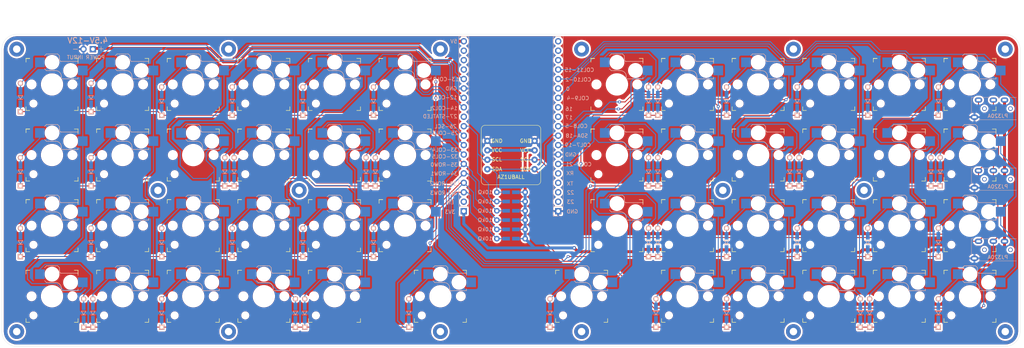
<source format=kicad_pcb>
(kicad_pcb (version 20171130) (host pcbnew "(5.1.6)-1")
  (layers (0 F.Cu signal) (31 B.Cu signal) (34 B.Paste user) (35 F.Paste user) (36 B.SilkS user) (37 F.SilkS user) (38 B.Mask user) (39 F.Mask user) (44 Edge.Cuts user))
  (net 0 "")
  (net 1 RGB_LED)
  (net 2 VCC)
  (net 3 GND)
  (net 4 VIN)
  (net 5 EN)
  (net 6 RX)
  (net 7 TX)
  (net 8 SCL)
  (net 9 SDA)
  (net 10 COL11)
  (net 11 COL10)
  (net 12 COL9)
  (net 13 COL8)
  (net 14 COL7)
  (net 15 COL6)
  (net 16 COL5)
  (net 17 COL4)
  (net 18 COL3)
  (net 19 COL2)
  (net 20 COL1)
  (net 21 COL0)
  (net 22 ROW3)
  (net 23 ROW2)
  (net 24 ROW1)
  (net 25 ROW0)
  (module Connector_PinHeader_2.54mm:PinHeader_1x02_P2.54mm_Vertical (layer B.Cu) (at 93.5 103.5 90)
    (fp_text reference "POWER INPUT" (at -2.2 -1.9 180) (layer B.SilkS) (effects (justify mirror)))
    (fp_text value PinHeader_1x02_P2.54mm_Vertical)
    (pad 2 thru_hole oval (at 0 -2.54 90) (size 1.7 1.7) (drill 1) (layers *.Cu *.Mask) (net 3 GND))
    (pad 1 thru_hole rect (at 0 0 90) (size 1.7 1.7) (drill 1) (layers *.Cu *.Mask) (net 4 VIN))
  )
  (module aaaa:D3_TH_SMD (layer B.Cu) (at 206 154.5 180)
    (fp_text reference 10kΩ (at 7 0) (layer B.SilkS) (effects (justify mirror)))
    (fp_text value D hide)
    (pad 2 smd rect (at 1.3 0 180) (size 2 1) (layers B.Cu B.Paste B.Mask) (net 22 ROW3))
    (pad 2 thru_hole circle (at 3.81 0 180) (size 1.5 1.5) (drill 0.8) (layers *.Cu *.Mask) (net 22 ROW3))
    (pad 1 thru_hole circle (at -3.81 0 180) (size 1.5 1.5) (drill 0.8) (layers *.Cu *.Mask) (net 2 VCC))
    (pad 1 smd rect (at -1.3 0 180) (size 2 1) (layers B.Cu B.Paste B.Mask) (net 2 VCC))
  )
  (module aaaa:D3_TH_SMD (layer B.Cu) (at 206 152 180)
    (fp_text reference 10kΩ (at 7 0) (layer B.SilkS) (effects (justify mirror)))
    (fp_text value D hide)
    (pad 1 smd rect (at -1.3 0 180) (size 2 1) (layers B.Cu B.Paste B.Mask) (net 2 VCC))
    (pad 1 thru_hole circle (at -3.81 0 180) (size 1.5 1.5) (drill 0.8) (layers *.Cu *.Mask) (net 2 VCC))
    (pad 2 thru_hole circle (at 3.81 0 180) (size 1.5 1.5) (drill 0.8) (layers *.Cu *.Mask) (net 23 ROW2))
    (pad 2 smd rect (at 1.3 0 180) (size 2 1) (layers B.Cu B.Paste B.Mask) (net 23 ROW2))
  )
  (module aaaa:D3_TH_SMD (layer B.Cu) (at 206 149.5 180)
    (fp_text reference 10kΩ (at 7 0) (layer B.SilkS) (effects (justify mirror)))
    (fp_text value D hide)
    (pad 2 smd rect (at 1.3 0 180) (size 2 1) (layers B.Cu B.Paste B.Mask) (net 24 ROW1))
    (pad 2 thru_hole circle (at 3.81 0 180) (size 1.5 1.5) (drill 0.8) (layers *.Cu *.Mask) (net 24 ROW1))
    (pad 1 thru_hole circle (at -3.81 0 180) (size 1.5 1.5) (drill 0.8) (layers *.Cu *.Mask) (net 2 VCC))
    (pad 1 smd rect (at -1.3 0 180) (size 2 1) (layers B.Cu B.Paste B.Mask) (net 2 VCC))
  )
  (module aaaa:D3_TH_SMD (layer B.Cu) (at 206 147 180)
    (fp_text reference 10kΩ (at 7 0) (layer B.SilkS) (effects (justify mirror)))
    (fp_text value D hide)
    (pad 1 smd rect (at -1.3 0 180) (size 2 1) (layers B.Cu B.Paste B.Mask) (net 2 VCC))
    (pad 1 thru_hole circle (at -3.81 0 180) (size 1.5 1.5) (drill 0.8) (layers *.Cu *.Mask) (net 2 VCC))
    (pad 2 thru_hole circle (at 3.81 0 180) (size 1.5 1.5) (drill 0.8) (layers *.Cu *.Mask) (net 25 ROW0))
    (pad 2 smd rect (at 1.3 0 180) (size 2 1) (layers B.Cu B.Paste B.Mask) (net 25 ROW0))
  )
  (module aaaa:D3_TH_SMD (layer B.Cu) (at 206 144.5 180)
    (fp_text reference 10kΩ (at 7 0) (layer B.SilkS) (effects (justify mirror)))
    (fp_text value D hide)
    (pad 2 smd rect (at 1.3 0 180) (size 2 1) (layers B.Cu B.Paste B.Mask) (net 8 SCL))
    (pad 2 thru_hole circle (at 3.81 0 180) (size 1.5 1.5) (drill 0.8) (layers *.Cu *.Mask) (net 8 SCL))
    (pad 1 thru_hole circle (at -3.81 0 180) (size 1.5 1.5) (drill 0.8) (layers *.Cu *.Mask) (net 2 VCC))
    (pad 1 smd rect (at -1.3 0 180) (size 2 1) (layers B.Cu B.Paste B.Mask) (net 2 VCC))
  )
  (module aaaa:D3_TH_SMD (layer B.Cu) (at 206 142 180)
    (fp_text reference 10kΩ (at 7 0) (layer B.SilkS) (effects (justify mirror)))
    (fp_text value D hide)
    (pad 1 smd rect (at -1.3 0 180) (size 2 1) (layers B.Cu B.Paste B.Mask) (net 2 VCC))
    (pad 1 thru_hole circle (at -3.81 0 180) (size 1.5 1.5) (drill 0.8) (layers *.Cu *.Mask) (net 2 VCC))
    (pad 2 thru_hole circle (at 3.81 0 180) (size 1.5 1.5) (drill 0.8) (layers *.Cu *.Mask) (net 9 SDA))
    (pad 2 smd rect (at 1.3 0 180) (size 2 1) (layers B.Cu B.Paste B.Mask) (net 9 SDA))
  )
  (module aaaa:D3_TH_SMD (layer B.Cu) (at 321 174.5 90)
    (fp_text reference D16 hide)
    (fp_text value D hide)
    (pad 1 smd rect (at -1.775 0 90) (size 2 1) (layers B.Cu B.Paste B.Mask) (net 22 ROW3))
    (pad 1 thru_hole rect (at -3.81 0 90) (size 1.397 1.397) (drill 0.8128) (layers *.Cu *.Mask B.SilkS) (net 22 ROW3))
    (pad 2 thru_hole circle (at 3.81 0 90) (size 1.397 1.397) (drill 0.8128) (layers *.Cu *.Mask B.SilkS) (net 22 ROW3))
    (pad 2 smd rect (at 1.775 0 90) (size 2 1) (layers B.Cu B.Paste B.Mask) (net 22 ROW3))
  )
  (module aaaa:D3_TH_SMD (layer B.Cu) (at 300 174.5 90)
    (fp_text reference D16 hide)
    (fp_text value D hide)
    (pad 2 smd rect (at 1.775 0 90) (size 2 1) (layers B.Cu B.Paste B.Mask) (net 22 ROW3))
    (pad 2 thru_hole circle (at 3.81 0 90) (size 1.397 1.397) (drill 0.8128) (layers *.Cu *.Mask B.SilkS) (net 22 ROW3))
    (pad 1 thru_hole rect (at -3.81 0 90) (size 1.397 1.397) (drill 0.8128) (layers *.Cu *.Mask B.SilkS) (net 22 ROW3))
    (pad 1 smd rect (at -1.775 0 90) (size 2 1) (layers B.Cu B.Paste B.Mask) (net 22 ROW3))
  )
  (module aaaa:D3_TH_SMD (layer B.Cu) (at 302.5 174.5 90)
    (fp_text reference D16 hide)
    (fp_text value D hide)
    (pad 1 smd rect (at -1.775 0 90) (size 2 1) (layers B.Cu B.Paste B.Mask) (net 22 ROW3))
    (pad 1 thru_hole rect (at -3.81 0 90) (size 1.397 1.397) (drill 0.8128) (layers *.Cu *.Mask B.SilkS) (net 22 ROW3))
    (pad 2 thru_hole circle (at 3.81 0 90) (size 1.397 1.397) (drill 0.8128) (layers *.Cu *.Mask B.SilkS) (net 22 ROW3))
    (pad 2 smd rect (at 1.775 0 90) (size 2 1) (layers B.Cu B.Paste B.Mask) (net 22 ROW3))
  )
  (module aaaa:D3_TH_SMD (layer B.Cu) (at 264 174.5 90)
    (fp_text reference D16 hide)
    (fp_text value D hide)
    (pad 2 smd rect (at 1.775 0 90) (size 2 1) (layers B.Cu B.Paste B.Mask) (net 22 ROW3))
    (pad 2 thru_hole circle (at 3.81 0 90) (size 1.397 1.397) (drill 0.8128) (layers *.Cu *.Mask B.SilkS) (net 22 ROW3))
    (pad 1 thru_hole rect (at -3.81 0 90) (size 1.397 1.397) (drill 0.8128) (layers *.Cu *.Mask B.SilkS) (net 22 ROW3))
    (pad 1 smd rect (at -1.775 0 90) (size 2 1) (layers B.Cu B.Paste B.Mask) (net 22 ROW3))
  )
  (module aaaa:D3_TH_SMD (layer B.Cu) (at 245 174.5 90)
    (fp_text reference D16 hide)
    (fp_text value D hide)
    (pad 1 smd rect (at -1.775 0 90) (size 2 1) (layers B.Cu B.Paste B.Mask) (net 22 ROW3))
    (pad 1 thru_hole rect (at -3.81 0 90) (size 1.397 1.397) (drill 0.8128) (layers *.Cu *.Mask B.SilkS) (net 22 ROW3))
    (pad 2 thru_hole circle (at 3.81 0 90) (size 1.397 1.397) (drill 0.8128) (layers *.Cu *.Mask B.SilkS) (net 22 ROW3))
    (pad 2 smd rect (at 1.775 0 90) (size 2 1) (layers B.Cu B.Paste B.Mask) (net 22 ROW3))
  )
  (module aaaa:D3_TH_SMD (layer B.Cu) (at 216.5 174.5 90)
    (fp_text reference D16 hide)
    (fp_text value D hide)
    (pad 2 smd rect (at 1.775 0 90) (size 2 1) (layers B.Cu B.Paste B.Mask) (net 22 ROW3))
    (pad 2 thru_hole circle (at 3.81 0 90) (size 1.397 1.397) (drill 0.8128) (layers *.Cu *.Mask B.SilkS) (net 22 ROW3))
    (pad 1 thru_hole rect (at -3.81 0 90) (size 1.397 1.397) (drill 0.8128) (layers *.Cu *.Mask B.SilkS) (net 22 ROW3))
    (pad 1 smd rect (at -1.775 0 90) (size 2 1) (layers B.Cu B.Paste B.Mask) (net 22 ROW3))
  )
  (module aaaa:D3_TH_SMD (layer B.Cu) (at 178.5 174.5 90)
    (fp_text reference D16 hide)
    (fp_text value D hide)
    (pad 1 smd rect (at -1.775 0 90) (size 2 1) (layers B.Cu B.Paste B.Mask) (net 22 ROW3))
    (pad 1 thru_hole rect (at -3.81 0 90) (size 1.397 1.397) (drill 0.8128) (layers *.Cu *.Mask B.SilkS) (net 22 ROW3))
    (pad 2 thru_hole circle (at 3.81 0 90) (size 1.397 1.397) (drill 0.8128) (layers *.Cu *.Mask B.SilkS) (net 22 ROW3))
    (pad 2 smd rect (at 1.775 0 90) (size 2 1) (layers B.Cu B.Paste B.Mask) (net 22 ROW3))
  )
  (module aaaa:D3_TH_SMD (layer B.Cu) (at 148 174.5 90)
    (fp_text reference D16 hide)
    (fp_text value D hide)
    (pad 2 smd rect (at 1.775 0 90) (size 2 1) (layers B.Cu B.Paste B.Mask) (net 22 ROW3))
    (pad 2 thru_hole circle (at 3.81 0 90) (size 1.397 1.397) (drill 0.8128) (layers *.Cu *.Mask B.SilkS) (net 22 ROW3))
    (pad 1 thru_hole rect (at -3.81 0 90) (size 1.397 1.397) (drill 0.8128) (layers *.Cu *.Mask B.SilkS) (net 22 ROW3))
    (pad 1 smd rect (at -1.775 0 90) (size 2 1) (layers B.Cu B.Paste B.Mask) (net 22 ROW3))
  )
  (module aaaa:D3_TH_SMD (layer B.Cu) (at 150.5 174.5 90)
    (fp_text reference D16 hide)
    (fp_text value D hide)
    (pad 1 smd rect (at -1.775 0 90) (size 2 1) (layers B.Cu B.Paste B.Mask) (net 22 ROW3))
    (pad 1 thru_hole rect (at -3.81 0 90) (size 1.397 1.397) (drill 0.8128) (layers *.Cu *.Mask B.SilkS) (net 22 ROW3))
    (pad 2 thru_hole circle (at 3.81 0 90) (size 1.397 1.397) (drill 0.8128) (layers *.Cu *.Mask B.SilkS) (net 22 ROW3))
    (pad 2 smd rect (at 1.775 0 90) (size 2 1) (layers B.Cu B.Paste B.Mask) (net 22 ROW3))
  )
  (module aaaa:D3_TH_SMD (layer B.Cu) (at 112 174.5 90)
    (fp_text reference D16 hide)
    (fp_text value D hide)
    (pad 2 smd rect (at 1.775 0 90) (size 2 1) (layers B.Cu B.Paste B.Mask) (net 22 ROW3))
    (pad 2 thru_hole circle (at 3.81 0 90) (size 1.397 1.397) (drill 0.8128) (layers *.Cu *.Mask B.SilkS) (net 22 ROW3))
    (pad 1 thru_hole rect (at -3.81 0 90) (size 1.397 1.397) (drill 0.8128) (layers *.Cu *.Mask B.SilkS) (net 22 ROW3))
    (pad 1 smd rect (at -1.775 0 90) (size 2 1) (layers B.Cu B.Paste B.Mask) (net 22 ROW3))
  )
  (module aaaa:D3_TH_SMD (layer B.Cu) (at 93.5 174.5 90)
    (fp_text reference D16 hide)
    (fp_text value D hide)
    (pad 1 smd rect (at -1.775 0 90) (size 2 1) (layers B.Cu B.Paste B.Mask) (net 22 ROW3))
    (pad 1 thru_hole rect (at -3.81 0 90) (size 1.397 1.397) (drill 0.8128) (layers *.Cu *.Mask B.SilkS) (net 22 ROW3))
    (pad 2 thru_hole circle (at 3.81 0 90) (size 1.397 1.397) (drill 0.8128) (layers *.Cu *.Mask B.SilkS) (net 22 ROW3))
    (pad 2 smd rect (at 1.775 0 90) (size 2 1) (layers B.Cu B.Paste B.Mask) (net 22 ROW3))
  )
  (module aaaa:D3_TH_SMD (layer B.Cu) (at 321 155.5 90)
    (fp_text reference D16 hide)
    (fp_text value D hide)
    (pad 2 smd rect (at 1.775 0 90) (size 2 1) (layers B.Cu B.Paste B.Mask) (net 23 ROW2))
    (pad 2 thru_hole circle (at 3.81 0 90) (size 1.397 1.397) (drill 0.8128) (layers *.Cu *.Mask B.SilkS) (net 23 ROW2))
    (pad 1 thru_hole rect (at -3.81 0 90) (size 1.397 1.397) (drill 0.8128) (layers *.Cu *.Mask B.SilkS) (net 23 ROW2))
    (pad 1 smd rect (at -1.775 0 90) (size 2 1) (layers B.Cu B.Paste B.Mask) (net 23 ROW2))
  )
  (module aaaa:D3_TH_SMD (layer B.Cu) (at 302 155.5 90)
    (fp_text reference D16 hide)
    (fp_text value D hide)
    (pad 1 smd rect (at -1.775 0 90) (size 2 1) (layers B.Cu B.Paste B.Mask) (net 23 ROW2))
    (pad 1 thru_hole rect (at -3.81 0 90) (size 1.397 1.397) (drill 0.8128) (layers *.Cu *.Mask B.SilkS) (net 23 ROW2))
    (pad 2 thru_hole circle (at 3.81 0 90) (size 1.397 1.397) (drill 0.8128) (layers *.Cu *.Mask B.SilkS) (net 23 ROW2))
    (pad 2 smd rect (at 1.775 0 90) (size 2 1) (layers B.Cu B.Paste B.Mask) (net 23 ROW2))
  )
  (module aaaa:D3_TH_SMD (layer B.Cu) (at 283 155.5 90)
    (fp_text reference D16 hide)
    (fp_text value D hide)
    (pad 2 smd rect (at 1.775 0 90) (size 2 1) (layers B.Cu B.Paste B.Mask) (net 23 ROW2))
    (pad 2 thru_hole circle (at 3.81 0 90) (size 1.397 1.397) (drill 0.8128) (layers *.Cu *.Mask B.SilkS) (net 23 ROW2))
    (pad 1 thru_hole rect (at -3.81 0 90) (size 1.397 1.397) (drill 0.8128) (layers *.Cu *.Mask B.SilkS) (net 23 ROW2))
    (pad 1 smd rect (at -1.775 0 90) (size 2 1) (layers B.Cu B.Paste B.Mask) (net 23 ROW2))
  )
  (module aaaa:D3_TH_SMD (layer B.Cu) (at 264 155.5 90)
    (fp_text reference D16 hide)
    (fp_text value D hide)
    (pad 1 smd rect (at -1.775 0 90) (size 2 1) (layers B.Cu B.Paste B.Mask) (net 23 ROW2))
    (pad 1 thru_hole rect (at -3.81 0 90) (size 1.397 1.397) (drill 0.8128) (layers *.Cu *.Mask B.SilkS) (net 23 ROW2))
    (pad 2 thru_hole circle (at 3.81 0 90) (size 1.397 1.397) (drill 0.8128) (layers *.Cu *.Mask B.SilkS) (net 23 ROW2))
    (pad 2 smd rect (at 1.775 0 90) (size 2 1) (layers B.Cu B.Paste B.Mask) (net 23 ROW2))
  )
  (module aaaa:D3_TH_SMD (layer B.Cu) (at 243 155.5 90)
    (fp_text reference D16 hide)
    (fp_text value D hide)
    (pad 2 smd rect (at 1.775 0 90) (size 2 1) (layers B.Cu B.Paste B.Mask) (net 23 ROW2))
    (pad 2 thru_hole circle (at 3.81 0 90) (size 1.397 1.397) (drill 0.8128) (layers *.Cu *.Mask B.SilkS) (net 23 ROW2))
    (pad 1 thru_hole rect (at -3.81 0 90) (size 1.397 1.397) (drill 0.8128) (layers *.Cu *.Mask B.SilkS) (net 23 ROW2))
    (pad 1 smd rect (at -1.775 0 90) (size 2 1) (layers B.Cu B.Paste B.Mask) (net 23 ROW2))
  )
  (module aaaa:D3_TH_SMD (layer B.Cu) (at 245.5 155.5 90)
    (fp_text reference D16 hide)
    (fp_text value D hide)
    (pad 1 smd rect (at -1.775 0 90) (size 2 1) (layers B.Cu B.Paste B.Mask) (net 23 ROW2))
    (pad 1 thru_hole rect (at -3.81 0 90) (size 1.397 1.397) (drill 0.8128) (layers *.Cu *.Mask B.SilkS) (net 23 ROW2))
    (pad 2 thru_hole circle (at 3.81 0 90) (size 1.397 1.397) (drill 0.8128) (layers *.Cu *.Mask B.SilkS) (net 23 ROW2))
    (pad 2 smd rect (at 1.775 0 90) (size 2 1) (layers B.Cu B.Paste B.Mask) (net 23 ROW2))
  )
  (module aaaa:D3_TH_SMD (layer B.Cu) (at 169 155.5 90)
    (fp_text reference D16 hide)
    (fp_text value D hide)
    (pad 2 smd rect (at 1.775 0 90) (size 2 1) (layers B.Cu B.Paste B.Mask) (net 23 ROW2))
    (pad 2 thru_hole circle (at 3.81 0 90) (size 1.397 1.397) (drill 0.8128) (layers *.Cu *.Mask B.SilkS) (net 23 ROW2))
    (pad 1 thru_hole rect (at -3.81 0 90) (size 1.397 1.397) (drill 0.8128) (layers *.Cu *.Mask B.SilkS) (net 23 ROW2))
    (pad 1 smd rect (at -1.775 0 90) (size 2 1) (layers B.Cu B.Paste B.Mask) (net 23 ROW2))
  )
  (module aaaa:D3_TH_SMD (layer B.Cu) (at 150 155.5 90)
    (fp_text reference D16 hide)
    (fp_text value D hide)
    (pad 1 smd rect (at -1.775 0 90) (size 2 1) (layers B.Cu B.Paste B.Mask) (net 23 ROW2))
    (pad 1 thru_hole rect (at -3.81 0 90) (size 1.397 1.397) (drill 0.8128) (layers *.Cu *.Mask B.SilkS) (net 23 ROW2))
    (pad 2 thru_hole circle (at 3.81 0 90) (size 1.397 1.397) (drill 0.8128) (layers *.Cu *.Mask B.SilkS) (net 23 ROW2))
    (pad 2 smd rect (at 1.775 0 90) (size 2 1) (layers B.Cu B.Paste B.Mask) (net 23 ROW2))
  )
  (module aaaa:D3_TH_SMD (layer B.Cu) (at 131 155.5 90)
    (fp_text reference D16 hide)
    (fp_text value D hide)
    (pad 2 smd rect (at 1.775 0 90) (size 2 1) (layers B.Cu B.Paste B.Mask) (net 23 ROW2))
    (pad 2 thru_hole circle (at 3.81 0 90) (size 1.397 1.397) (drill 0.8128) (layers *.Cu *.Mask B.SilkS) (net 23 ROW2))
    (pad 1 thru_hole rect (at -3.81 0 90) (size 1.397 1.397) (drill 0.8128) (layers *.Cu *.Mask B.SilkS) (net 23 ROW2))
    (pad 1 smd rect (at -1.775 0 90) (size 2 1) (layers B.Cu B.Paste B.Mask) (net 23 ROW2))
  )
  (module aaaa:D3_TH_SMD (layer B.Cu) (at 112 155.5 90)
    (fp_text reference D16 hide)
    (fp_text value D hide)
    (pad 1 smd rect (at -1.775 0 90) (size 2 1) (layers B.Cu B.Paste B.Mask) (net 23 ROW2))
    (pad 1 thru_hole rect (at -3.81 0 90) (size 1.397 1.397) (drill 0.8128) (layers *.Cu *.Mask B.SilkS) (net 23 ROW2))
    (pad 2 thru_hole circle (at 3.81 0 90) (size 1.397 1.397) (drill 0.8128) (layers *.Cu *.Mask B.SilkS) (net 23 ROW2))
    (pad 2 smd rect (at 1.775 0 90) (size 2 1) (layers B.Cu B.Paste B.Mask) (net 23 ROW2))
  )
  (module aaaa:D3_TH_SMD (layer B.Cu) (at 93 155.5 90)
    (fp_text reference D16 hide)
    (fp_text value D hide)
    (pad 2 smd rect (at 1.775 0 90) (size 2 1) (layers B.Cu B.Paste B.Mask) (net 23 ROW2))
    (pad 2 thru_hole circle (at 3.81 0 90) (size 1.397 1.397) (drill 0.8128) (layers *.Cu *.Mask B.SilkS) (net 23 ROW2))
    (pad 1 thru_hole rect (at -3.81 0 90) (size 1.397 1.397) (drill 0.8128) (layers *.Cu *.Mask B.SilkS) (net 23 ROW2))
    (pad 1 smd rect (at -1.775 0 90) (size 2 1) (layers B.Cu B.Paste B.Mask) (net 23 ROW2))
  )
  (module aaaa:D3_TH_SMD (layer B.Cu) (at 319 136.5 90)
    (fp_text reference D16 hide)
    (fp_text value D hide)
    (pad 1 smd rect (at -1.775 0 90) (size 2 1) (layers B.Cu B.Paste B.Mask) (net 24 ROW1))
    (pad 1 thru_hole rect (at -3.81 0 90) (size 1.397 1.397) (drill 0.8128) (layers *.Cu *.Mask B.SilkS) (net 24 ROW1))
    (pad 2 thru_hole circle (at 3.81 0 90) (size 1.397 1.397) (drill 0.8128) (layers *.Cu *.Mask B.SilkS) (net 24 ROW1))
    (pad 2 smd rect (at 1.775 0 90) (size 2 1) (layers B.Cu B.Paste B.Mask) (net 24 ROW1))
  )
  (module aaaa:D3_TH_SMD (layer B.Cu) (at 321.5 136.5 90)
    (fp_text reference D16 hide)
    (fp_text value D hide)
    (pad 2 smd rect (at 1.775 0 90) (size 2 1) (layers B.Cu B.Paste B.Mask) (net 24 ROW1))
    (pad 2 thru_hole circle (at 3.81 0 90) (size 1.397 1.397) (drill 0.8128) (layers *.Cu *.Mask B.SilkS) (net 24 ROW1))
    (pad 1 thru_hole rect (at -3.81 0 90) (size 1.397 1.397) (drill 0.8128) (layers *.Cu *.Mask B.SilkS) (net 24 ROW1))
    (pad 1 smd rect (at -1.775 0 90) (size 2 1) (layers B.Cu B.Paste B.Mask) (net 24 ROW1))
  )
  (module aaaa:D3_TH_SMD (layer B.Cu) (at 281 136.5 90)
    (fp_text reference D16 hide)
    (fp_text value D hide)
    (pad 1 smd rect (at -1.775 0 90) (size 2 1) (layers B.Cu B.Paste B.Mask) (net 24 ROW1))
    (pad 1 thru_hole rect (at -3.81 0 90) (size 1.397 1.397) (drill 0.8128) (layers *.Cu *.Mask B.SilkS) (net 24 ROW1))
    (pad 2 thru_hole circle (at 3.81 0 90) (size 1.397 1.397) (drill 0.8128) (layers *.Cu *.Mask B.SilkS) (net 24 ROW1))
    (pad 2 smd rect (at 1.775 0 90) (size 2 1) (layers B.Cu B.Paste B.Mask) (net 24 ROW1))
  )
  (module aaaa:D3_TH_SMD (layer B.Cu) (at 283.5 136.5 90)
    (fp_text reference D16 hide)
    (fp_text value D hide)
    (pad 2 smd rect (at 1.775 0 90) (size 2 1) (layers B.Cu B.Paste B.Mask) (net 24 ROW1))
    (pad 2 thru_hole circle (at 3.81 0 90) (size 1.397 1.397) (drill 0.8128) (layers *.Cu *.Mask B.SilkS) (net 24 ROW1))
    (pad 1 thru_hole rect (at -3.81 0 90) (size 1.397 1.397) (drill 0.8128) (layers *.Cu *.Mask B.SilkS) (net 24 ROW1))
    (pad 1 smd rect (at -1.775 0 90) (size 2 1) (layers B.Cu B.Paste B.Mask) (net 24 ROW1))
  )
  (module aaaa:D3_TH_SMD (layer B.Cu) (at 245.5 136.5 90)
    (fp_text reference D16 hide)
    (fp_text value D hide)
    (pad 1 smd rect (at -1.775 0 90) (size 2 1) (layers B.Cu B.Paste B.Mask) (net 24 ROW1))
    (pad 1 thru_hole rect (at -3.81 0 90) (size 1.397 1.397) (drill 0.8128) (layers *.Cu *.Mask B.SilkS) (net 24 ROW1))
    (pad 2 thru_hole circle (at 3.81 0 90) (size 1.397 1.397) (drill 0.8128) (layers *.Cu *.Mask B.SilkS) (net 24 ROW1))
    (pad 2 smd rect (at 1.775 0 90) (size 2 1) (layers B.Cu B.Paste B.Mask) (net 24 ROW1))
  )
  (module aaaa:D3_TH_SMD (layer B.Cu) (at 243 136.5 90)
    (fp_text reference D16 hide)
    (fp_text value D hide)
    (pad 2 smd rect (at 1.775 0 90) (size 2 1) (layers B.Cu B.Paste B.Mask) (net 24 ROW1))
    (pad 2 thru_hole circle (at 3.81 0 90) (size 1.397 1.397) (drill 0.8128) (layers *.Cu *.Mask B.SilkS) (net 24 ROW1))
    (pad 1 thru_hole rect (at -3.81 0 90) (size 1.397 1.397) (drill 0.8128) (layers *.Cu *.Mask B.SilkS) (net 24 ROW1))
    (pad 1 smd rect (at -1.775 0 90) (size 2 1) (layers B.Cu B.Paste B.Mask) (net 24 ROW1))
  )
  (module aaaa:D3_TH_SMD (layer B.Cu) (at 169.5 136.5 90)
    (fp_text reference D16 hide)
    (fp_text value D hide)
    (pad 1 smd rect (at -1.775 0 90) (size 2 1) (layers B.Cu B.Paste B.Mask) (net 24 ROW1))
    (pad 1 thru_hole rect (at -3.81 0 90) (size 1.397 1.397) (drill 0.8128) (layers *.Cu *.Mask B.SilkS) (net 24 ROW1))
    (pad 2 thru_hole circle (at 3.81 0 90) (size 1.397 1.397) (drill 0.8128) (layers *.Cu *.Mask B.SilkS) (net 24 ROW1))
    (pad 2 smd rect (at 1.775 0 90) (size 2 1) (layers B.Cu B.Paste B.Mask) (net 24 ROW1))
  )
  (module aaaa:D3_TH_SMD (layer B.Cu) (at 167 136.5 90)
    (fp_text reference D16 hide)
    (fp_text value D hide)
    (pad 2 smd rect (at 1.775 0 90) (size 2 1) (layers B.Cu B.Paste B.Mask) (net 24 ROW1))
    (pad 2 thru_hole circle (at 3.81 0 90) (size 1.397 1.397) (drill 0.8128) (layers *.Cu *.Mask B.SilkS) (net 24 ROW1))
    (pad 1 thru_hole rect (at -3.81 0 90) (size 1.397 1.397) (drill 0.8128) (layers *.Cu *.Mask B.SilkS) (net 24 ROW1))
    (pad 1 smd rect (at -1.775 0 90) (size 2 1) (layers B.Cu B.Paste B.Mask) (net 24 ROW1))
  )
  (module aaaa:D3_TH_SMD (layer B.Cu) (at 131.5 136.5 90)
    (fp_text reference D16 hide)
    (fp_text value D hide)
    (pad 1 smd rect (at -1.775 0 90) (size 2 1) (layers B.Cu B.Paste B.Mask) (net 24 ROW1))
    (pad 1 thru_hole rect (at -3.81 0 90) (size 1.397 1.397) (drill 0.8128) (layers *.Cu *.Mask B.SilkS) (net 24 ROW1))
    (pad 2 thru_hole circle (at 3.81 0 90) (size 1.397 1.397) (drill 0.8128) (layers *.Cu *.Mask B.SilkS) (net 24 ROW1))
    (pad 2 smd rect (at 1.775 0 90) (size 2 1) (layers B.Cu B.Paste B.Mask) (net 24 ROW1))
  )
  (module aaaa:D3_TH_SMD (layer B.Cu) (at 129 136.5 90)
    (fp_text reference D16 hide)
    (fp_text value D hide)
    (pad 2 smd rect (at 1.775 0 90) (size 2 1) (layers B.Cu B.Paste B.Mask) (net 24 ROW1))
    (pad 2 thru_hole circle (at 3.81 0 90) (size 1.397 1.397) (drill 0.8128) (layers *.Cu *.Mask B.SilkS) (net 24 ROW1))
    (pad 1 thru_hole rect (at -3.81 0 90) (size 1.397 1.397) (drill 0.8128) (layers *.Cu *.Mask B.SilkS) (net 24 ROW1))
    (pad 1 smd rect (at -1.775 0 90) (size 2 1) (layers B.Cu B.Paste B.Mask) (net 24 ROW1))
  )
  (module aaaa:D3_TH_SMD (layer B.Cu) (at 93 136.5 90)
    (fp_text reference D16 hide)
    (fp_text value D hide)
    (pad 1 smd rect (at -1.775 0 90) (size 2 1) (layers B.Cu B.Paste B.Mask) (net 24 ROW1))
    (pad 1 thru_hole rect (at -3.81 0 90) (size 1.397 1.397) (drill 0.8128) (layers *.Cu *.Mask B.SilkS) (net 24 ROW1))
    (pad 2 thru_hole circle (at 3.81 0 90) (size 1.397 1.397) (drill 0.8128) (layers *.Cu *.Mask B.SilkS) (net 24 ROW1))
    (pad 2 smd rect (at 1.775 0 90) (size 2 1) (layers B.Cu B.Paste B.Mask) (net 24 ROW1))
  )
  (module aaaa:D3_TH_SMD (layer B.Cu) (at 91 174.5 90)
    (fp_text reference D16 hide)
    (fp_text value D hide)
    (pad 2 smd rect (at 1.775 0 90) (size 2 1) (layers B.Cu B.Paste B.Mask) (net 22 ROW3))
    (pad 2 thru_hole circle (at 3.81 0 90) (size 1.397 1.397) (drill 0.8128) (layers *.Cu *.Mask B.SilkS) (net 22 ROW3))
    (pad 1 thru_hole rect (at -3.81 0 90) (size 1.397 1.397) (drill 0.8128) (layers *.Cu *.Mask B.SilkS) (net 22 ROW3))
    (pad 1 smd rect (at -1.775 0 90) (size 2 1) (layers B.Cu B.Paste B.Mask) (net 22 ROW3))
  )
  (module aaaa:D3_TH_SMD (layer B.Cu) (at 74 155.5 90)
    (fp_text reference D16 hide)
    (fp_text value D hide)
    (pad 1 smd rect (at -1.775 0 90) (size 2 1) (layers B.Cu B.Paste B.Mask) (net 23 ROW2))
    (pad 1 thru_hole rect (at -3.81 0 90) (size 1.397 1.397) (drill 0.8128) (layers *.Cu *.Mask B.SilkS) (net 23 ROW2))
    (pad 2 thru_hole circle (at 3.81 0 90) (size 1.397 1.397) (drill 0.8128) (layers *.Cu *.Mask B.SilkS) (net 23 ROW2))
    (pad 2 smd rect (at 1.775 0 90) (size 2 1) (layers B.Cu B.Paste B.Mask) (net 23 ROW2))
  )
  (module aaaa:D3_TH_SMD (layer B.Cu) (at 74 136.5 90)
    (fp_text reference D16 hide)
    (fp_text value D hide)
    (pad 2 smd rect (at 1.775 0 90) (size 2 1) (layers B.Cu B.Paste B.Mask) (net 24 ROW1))
    (pad 2 thru_hole circle (at 3.81 0 90) (size 1.397 1.397) (drill 0.8128) (layers *.Cu *.Mask B.SilkS) (net 24 ROW1))
    (pad 1 thru_hole rect (at -3.81 0 90) (size 1.397 1.397) (drill 0.8128) (layers *.Cu *.Mask B.SilkS) (net 24 ROW1))
    (pad 1 smd rect (at -1.775 0 90) (size 2 1) (layers B.Cu B.Paste B.Mask) (net 24 ROW1))
  )
  (module aaaa:D3_TH_SMD (layer B.Cu) (at 321 117.5 90)
    (fp_text reference D16 hide)
    (fp_text value D hide)
    (pad 2 smd rect (at 1.775 0 90) (size 2 1) (layers B.Cu B.Paste B.Mask) (net 25 ROW0))
    (pad 2 thru_hole circle (at 3.81 0 90) (size 1.397 1.397) (drill 0.8128) (layers *.Cu *.Mask B.SilkS) (net 25 ROW0))
    (pad 1 thru_hole rect (at -3.81 0 90) (size 1.397 1.397) (drill 0.8128) (layers *.Cu *.Mask B.SilkS) (net 25 ROW0))
    (pad 1 smd rect (at -1.775 0 90) (size 2 1) (layers B.Cu B.Paste B.Mask) (net 25 ROW0))
  )
  (module aaaa:D3_TH_SMD (layer B.Cu) (at 302 117.5 90)
    (fp_text reference D16 hide)
    (fp_text value D hide)
    (pad 1 smd rect (at -1.775 0 90) (size 2 1) (layers B.Cu B.Paste B.Mask) (net 25 ROW0))
    (pad 1 thru_hole rect (at -3.81 0 90) (size 1.397 1.397) (drill 0.8128) (layers *.Cu *.Mask B.SilkS) (net 25 ROW0))
    (pad 2 thru_hole circle (at 3.81 0 90) (size 1.397 1.397) (drill 0.8128) (layers *.Cu *.Mask B.SilkS) (net 25 ROW0))
    (pad 2 smd rect (at 1.775 0 90) (size 2 1) (layers B.Cu B.Paste B.Mask) (net 25 ROW0))
  )
  (module aaaa:D3_TH_SMD (layer B.Cu) (at 283 117.5 90)
    (fp_text reference D16 hide)
    (fp_text value D hide)
    (pad 2 smd rect (at 1.775 0 90) (size 2 1) (layers B.Cu B.Paste B.Mask) (net 25 ROW0))
    (pad 2 thru_hole circle (at 3.81 0 90) (size 1.397 1.397) (drill 0.8128) (layers *.Cu *.Mask B.SilkS) (net 25 ROW0))
    (pad 1 thru_hole rect (at -3.81 0 90) (size 1.397 1.397) (drill 0.8128) (layers *.Cu *.Mask B.SilkS) (net 25 ROW0))
    (pad 1 smd rect (at -1.775 0 90) (size 2 1) (layers B.Cu B.Paste B.Mask) (net 25 ROW0))
  )
  (module aaaa:D3_TH_SMD (layer B.Cu) (at 264 117.5 90)
    (fp_text reference D16 hide)
    (fp_text value D hide)
    (pad 1 smd rect (at -1.775 0 90) (size 2 1) (layers B.Cu B.Paste B.Mask) (net 25 ROW0))
    (pad 1 thru_hole rect (at -3.81 0 90) (size 1.397 1.397) (drill 0.8128) (layers *.Cu *.Mask B.SilkS) (net 25 ROW0))
    (pad 2 thru_hole circle (at 3.81 0 90) (size 1.397 1.397) (drill 0.8128) (layers *.Cu *.Mask B.SilkS) (net 25 ROW0))
    (pad 2 smd rect (at 1.775 0 90) (size 2 1) (layers B.Cu B.Paste B.Mask) (net 25 ROW0))
  )
  (module aaaa:D3_TH_SMD (layer B.Cu) (at 245.5 117.5 90)
    (fp_text reference D16 hide)
    (fp_text value D hide)
    (pad 2 smd rect (at 1.775 0 90) (size 2 1) (layers B.Cu B.Paste B.Mask) (net 25 ROW0))
    (pad 2 thru_hole circle (at 3.81 0 90) (size 1.397 1.397) (drill 0.8128) (layers *.Cu *.Mask B.SilkS) (net 25 ROW0))
    (pad 1 thru_hole rect (at -3.81 0 90) (size 1.397 1.397) (drill 0.8128) (layers *.Cu *.Mask B.SilkS) (net 25 ROW0))
    (pad 1 smd rect (at -1.775 0 90) (size 2 1) (layers B.Cu B.Paste B.Mask) (net 25 ROW0))
  )
  (module aaaa:D3_TH_SMD (layer B.Cu) (at 243 117.5 90)
    (fp_text reference D16 hide)
    (fp_text value D hide)
    (pad 1 smd rect (at -1.775 0 90) (size 2 1) (layers B.Cu B.Paste B.Mask) (net 25 ROW0))
    (pad 1 thru_hole rect (at -3.81 0 90) (size 1.397 1.397) (drill 0.8128) (layers *.Cu *.Mask B.SilkS) (net 25 ROW0))
    (pad 2 thru_hole circle (at 3.81 0 90) (size 1.397 1.397) (drill 0.8128) (layers *.Cu *.Mask B.SilkS) (net 25 ROW0))
    (pad 2 smd rect (at 1.775 0 90) (size 2 1) (layers B.Cu B.Paste B.Mask) (net 25 ROW0))
  )
  (module aaaa:D3_TH_SMD (layer B.Cu) (at 169 117.5 90)
    (fp_text reference D16 hide)
    (fp_text value D hide)
    (pad 2 smd rect (at 1.775 0 90) (size 2 1) (layers B.Cu B.Paste B.Mask) (net 25 ROW0))
    (pad 2 thru_hole circle (at 3.81 0 90) (size 1.397 1.397) (drill 0.8128) (layers *.Cu *.Mask B.SilkS) (net 25 ROW0))
    (pad 1 thru_hole rect (at -3.81 0 90) (size 1.397 1.397) (drill 0.8128) (layers *.Cu *.Mask B.SilkS) (net 25 ROW0))
    (pad 1 smd rect (at -1.775 0 90) (size 2 1) (layers B.Cu B.Paste B.Mask) (net 25 ROW0))
  )
  (module aaaa:D3_TH_SMD (layer B.Cu) (at 150 117.5 90)
    (fp_text reference D16 hide)
    (fp_text value D hide)
    (pad 1 smd rect (at -1.775 0 90) (size 2 1) (layers B.Cu B.Paste B.Mask) (net 25 ROW0))
    (pad 1 thru_hole rect (at -3.81 0 90) (size 1.397 1.397) (drill 0.8128) (layers *.Cu *.Mask B.SilkS) (net 25 ROW0))
    (pad 2 thru_hole circle (at 3.81 0 90) (size 1.397 1.397) (drill 0.8128) (layers *.Cu *.Mask B.SilkS) (net 25 ROW0))
    (pad 2 smd rect (at 1.775 0 90) (size 2 1) (layers B.Cu B.Paste B.Mask) (net 25 ROW0))
  )
  (module aaaa:D3_TH_SMD (layer B.Cu) (at 131 117.5 90)
    (fp_text reference D16 hide)
    (fp_text value D hide)
    (pad 2 smd rect (at 1.775 0 90) (size 2 1) (layers B.Cu B.Paste B.Mask) (net 25 ROW0))
    (pad 2 thru_hole circle (at 3.81 0 90) (size 1.397 1.397) (drill 0.8128) (layers *.Cu *.Mask B.SilkS) (net 25 ROW0))
    (pad 1 thru_hole rect (at -3.81 0 90) (size 1.397 1.397) (drill 0.8128) (layers *.Cu *.Mask B.SilkS) (net 25 ROW0))
    (pad 1 smd rect (at -1.775 0 90) (size 2 1) (layers B.Cu B.Paste B.Mask) (net 25 ROW0))
  )
  (module aaaa:D3_TH_SMD (layer B.Cu) (at 112 117.5 90)
    (fp_text reference D16 hide)
    (fp_text value D hide)
    (pad 1 smd rect (at -1.775 0 90) (size 2 1) (layers B.Cu B.Paste B.Mask) (net 25 ROW0))
    (pad 1 thru_hole rect (at -3.81 0 90) (size 1.397 1.397) (drill 0.8128) (layers *.Cu *.Mask B.SilkS) (net 25 ROW0))
    (pad 2 thru_hole circle (at 3.81 0 90) (size 1.397 1.397) (drill 0.8128) (layers *.Cu *.Mask B.SilkS) (net 25 ROW0))
    (pad 2 smd rect (at 1.775 0 90) (size 2 1) (layers B.Cu B.Paste B.Mask) (net 25 ROW0))
  )
  (module aaaa:D3_TH_SMD (layer B.Cu) (at 93 116.5 90)
    (fp_text reference D16 hide)
    (fp_text value D hide)
    (pad 2 smd rect (at 1.775 0 90) (size 2 1) (layers B.Cu B.Paste B.Mask) (net 25 ROW0))
    (pad 2 thru_hole circle (at 3.81 0 90) (size 1.397 1.397) (drill 0.8128) (layers *.Cu *.Mask B.SilkS) (net 25 ROW0))
    (pad 1 thru_hole rect (at -3.81 0 90) (size 1.397 1.397) (drill 0.8128) (layers *.Cu *.Mask B.SilkS) (net 25 ROW0))
    (pad 1 smd rect (at -1.775 0 90) (size 2 1) (layers B.Cu B.Paste B.Mask) (net 25 ROW0))
  )
  (module aaaa:D3_TH_SMD (layer B.Cu) (at 74 116.5 90)
    (fp_text reference D16 hide)
    (fp_text value D hide)
    (pad 1 smd rect (at -1.775 0 90) (size 2 1) (layers B.Cu B.Paste B.Mask) (net 25 ROW0))
    (pad 1 thru_hole rect (at -3.81 0 90) (size 1.397 1.397) (drill 0.8128) (layers *.Cu *.Mask B.SilkS) (net 25 ROW0))
    (pad 2 thru_hole circle (at 3.81 0 90) (size 1.397 1.397) (drill 0.8128) (layers *.Cu *.Mask B.SilkS) (net 25 ROW0))
    (pad 2 smd rect (at 1.775 0 90) (size 2 1) (layers B.Cu B.Paste B.Mask) (net 25 ROW0))
  )
  (module SMKJP:CON_PJ320A (layer B.Cu) (at 342 157.5 180)
    (fp_text reference PJ320A (at 5 -2) (layer B.SilkS) (effects (justify mirror)))
    (fp_text value PJ320A)
    (pad 3 thru_hole oval (at 3.2 2.3 180) (size 2 1.4) (drill oval 1.2 0.6) (layers *.Cu *.Mask) (net 2 VCC))
    (pad 2 thru_hole oval (at 6.2 2.3 180) (size 2 1.4) (drill oval 1.2 0.6) (layers *.Cu *.Mask) (net 9 SDA))
    (pad 1 thru_hole oval (at 10.2 2.3 180) (size 2 1.4) (drill oval 1.2 0.6) (layers *.Cu *.Mask) (net 8 SCL))
    (pad 4 thru_hole oval (at 11.3 -2.3 180) (size 2 1.4) (drill oval 1.2 0.6) (layers *.Cu *.Mask) (net 3 GND))
    (pad "" thru_hole circle (at 1.6 0 180) (size 1.2 1.2) (drill 0.8) (layers *.Cu *.Mask))
    (pad "" thru_hole circle (at 8.6 0 180) (size 1.2 1.2) (drill 0.8) (layers *.Cu *.Mask))
  )
  (module SMKJP:CON_PJ320A (layer B.Cu) (at 342 138.5 180)
    (fp_text reference PJ320A (at 5 -2) (layer B.SilkS) (effects (justify mirror)))
    (fp_text value PJ320A)
    (pad "" thru_hole circle (at 8.6 0 180) (size 1.2 1.2) (drill 0.8) (layers *.Cu *.Mask))
    (pad "" thru_hole circle (at 1.6 0 180) (size 1.2 1.2) (drill 0.8) (layers *.Cu *.Mask))
    (pad 4 thru_hole oval (at 11.3 -2.3 180) (size 2 1.4) (drill oval 1.2 0.6) (layers *.Cu *.Mask) (net 3 GND))
    (pad 1 thru_hole oval (at 10.2 2.3 180) (size 2 1.4) (drill oval 1.2 0.6) (layers *.Cu *.Mask) (net 8 SCL))
    (pad 2 thru_hole oval (at 6.2 2.3 180) (size 2 1.4) (drill oval 1.2 0.6) (layers *.Cu *.Mask) (net 9 SDA))
    (pad 3 thru_hole oval (at 3.2 2.3 180) (size 2 1.4) (drill oval 1.2 0.6) (layers *.Cu *.Mask) (net 2 VCC))
  )
  (module MYLIB:HOLE_M2_TH (layer F.Cu) (at 301 141.5)
    (fp_text reference HOLE_3M hide)
    (fp_text value VAL** hide)
    (pad "" thru_hole circle (at 0 0 90) (size 4 4) (drill 2) (layers *.Cu *.Mask) (clearance 0.1))
  )
  (module MYLIB:HOLE_M2_TH (layer F.Cu) (at 263 141.5)
    (fp_text reference HOLE_3M hide)
    (fp_text value VAL** hide)
    (pad "" thru_hole circle (at 0 0 90) (size 4 4) (drill 2) (layers *.Cu *.Mask) (clearance 0.1))
  )
  (module MYLIB:HOLE_M2_TH (layer F.Cu) (at 225 179.5)
    (fp_text reference HOLE_3M hide)
    (fp_text value VAL** hide)
    (pad "" thru_hole circle (at 0 0 90) (size 4 4) (drill 2) (layers *.Cu *.Mask) (clearance 0.50114))
  )
  (module MYLIB:HOLE_M2_TH (layer F.Cu) (at 339 179.5)
    (fp_text reference HOLE_3M hide)
    (fp_text value VAL** hide)
    (pad "" thru_hole circle (at 0 0 90) (size 4 4) (drill 2) (layers *.Cu *.Mask) (clearance 0.3))
  )
  (module MYLIB:HOLE_M2_TH (layer F.Cu) (at 282 179.5)
    (fp_text reference HOLE_3M hide)
    (fp_text value VAL** hide)
    (pad "" thru_hole circle (at 0 0 90) (size 4 4) (drill 2) (layers *.Cu *.Mask) (clearance 0.1))
  )
  (module MYLIB:HOLE_M2_TH (layer F.Cu) (at 282 103.5)
    (fp_text reference HOLE_3M hide)
    (fp_text value VAL** hide)
    (pad "" thru_hole circle (at 0 0 90) (size 4 4) (drill 2) (layers *.Cu *.Mask) (clearance 0.1))
  )
  (module MYLIB:HOLE_M2_TH (layer F.Cu) (at 339 103.5)
    (fp_text reference HOLE_3M hide)
    (fp_text value VAL** hide)
    (pad "" thru_hole circle (at 0 0 90) (size 4 4) (drill 2) (layers *.Cu *.Mask) (clearance 0.3))
  )
  (module MYLIB:HOLE_M2_TH (layer F.Cu) (at 225 103.5)
    (fp_text reference HOLE_3M hide)
    (fp_text value VAL** hide)
    (pad "" thru_hole circle (at 0 0 90) (size 4 4) (drill 2) (layers *.Cu *.Mask) (clearance 0.50114))
  )
  (module MYLIB:HOLE_M2_TH (layer F.Cu) (at 149 141.5)
    (fp_text reference HOLE_3M hide)
    (fp_text value VAL** hide)
    (pad "" thru_hole circle (at 0 0 90) (size 4 4) (drill 2) (layers *.Cu *.Mask) (clearance 0.1))
  )
  (module MYLIB:HOLE_M2_TH (layer F.Cu) (at 111 141.5)
    (fp_text reference HOLE_3M hide)
    (fp_text value VAL** hide)
    (pad "" thru_hole circle (at 0 0 90) (size 4 4) (drill 2) (layers *.Cu *.Mask) (clearance 0.1))
  )
  (module SMKJP:CON_PJ320A (layer B.Cu) (at 342 119.5 180)
    (fp_text reference PJ320A (at 5 -2) (layer B.SilkS) (effects (justify mirror)))
    (fp_text value PJ320A)
    (pad 3 thru_hole oval (at 3.2 2.3 180) (size 2 1.4) (drill oval 1.2 0.6) (layers *.Cu *.Mask) (net 2 VCC))
    (pad 2 thru_hole oval (at 6.2 2.3 180) (size 2 1.4) (drill oval 1.2 0.6) (layers *.Cu *.Mask) (net 9 SDA))
    (pad 1 thru_hole oval (at 10.2 2.3 180) (size 2 1.4) (drill oval 1.2 0.6) (layers *.Cu *.Mask) (net 8 SCL))
    (pad 4 thru_hole oval (at 11.3 -2.3 180) (size 2 1.4) (drill oval 1.2 0.6) (layers *.Cu *.Mask) (net 3 GND))
    (pad "" thru_hole circle (at 1.6 0 180) (size 1.2 1.2) (drill 0.8) (layers *.Cu *.Mask))
    (pad "" thru_hole circle (at 8.6 0 180) (size 1.2 1.2) (drill 0.8) (layers *.Cu *.Mask))
  )
  (module MYLIB:HOLE_M2_TH (layer F.Cu) (at 73 103.5)
    (fp_text reference HOLE_3M hide)
    (fp_text value VAL** hide)
    (pad "" thru_hole circle (at 0 0 90) (size 4 4) (drill 2) (layers *.Cu *.Mask) (clearance 0.50114))
  )
  (module MYLIB:HOLE_M2_TH (layer F.Cu) (at 187 103.5)
    (fp_text reference HOLE_3M hide)
    (fp_text value VAL** hide)
    (pad "" thru_hole circle (at 0 0 90) (size 4 4) (drill 2) (layers *.Cu *.Mask) (clearance 0.3))
  )
  (module MYLIB:HOLE_M2_TH (layer F.Cu) (at 130 103.5)
    (fp_text reference HOLE_3M hide)
    (fp_text value VAL** hide)
    (pad "" thru_hole circle (at 0 0 90) (size 4 4) (drill 2) (layers *.Cu *.Mask) (clearance 0.1))
  )
  (module Connector_PinHeader_2.54mm:PinHeader_1x04_P2.54mm_Vertical (layer F.Cu) (at 206 132 180)
    (fp_text reference AZ1UBALL (at 0 -5.9 180) (layer F.SilkS))
    (fp_text value PinHeader_1x04_P2.54mm_Vertical)
    (fp_text user SDA (at -3.9 -3.8) (layer F.SilkS))
    (fp_text user SCL (at -3.9 -1.2) (layer F.SilkS))
    (fp_text user VCC (at -3.9 1.3) (layer F.SilkS))
    (fp_text user GND (at -3.9 3.8) (layer F.SilkS))
    (fp_text user SCL (at 3.8 -1.2) (layer F.SilkS))
    (fp_text user GND (at 3.8 3.8) (layer F.SilkS))
    (fp_text user SDA (at 3.8 -3.8) (layer F.SilkS))
    (fp_text user VCC (at 3.8 1.3) (layer F.SilkS))
    (pad 1 thru_hole circle (at -6.35 -3.81 180) (size 1.7 1.7) (drill 0.8) (layers *.Cu *.Mask) (net 9 SDA))
    (pad 2 thru_hole circle (at -6.35 -1.27 180) (size 1.7 1.7) (drill 0.8) (layers *.Cu *.Mask) (net 8 SCL))
    (pad 3 thru_hole circle (at -6.35 1.27 180) (size 1.7 1.7) (drill 0.8) (layers *.Cu *.Mask) (net 2 VCC))
    (pad 4 thru_hole circle (at -6.35 3.81 180) (size 1.7 1.7) (drill 0.8) (layers *.Cu *.Mask) (net 3 GND))
    (pad 3 thru_hole circle (at 6.35 1.27 180) (size 1.7 1.7) (drill 0.8) (layers *.Cu *.Mask) (net 2 VCC))
    (pad 2 thru_hole circle (at 6.35 -1.27 180) (size 1.7 1.7) (drill 0.8) (layers *.Cu *.Mask) (net 8 SCL))
    (pad 4 thru_hole circle (at 6.35 3.81 180) (size 1.7 1.7) (drill 0.8) (layers *.Cu *.Mask) (net 3 GND))
    (pad 1 thru_hole circle (at 6.35 -3.81 180) (size 1.7 1.7) (drill 0.8) (layers *.Cu *.Mask) (net 9 SDA))
  )
  (module aaaa:Kailh_socket_PG1350 (layer F.Cu) (at 225 170 180)
    (fp_text reference REF** hide)
    (fp_text value Kailh_socket_PG1350)
    (pad "" np_thru_hole circle (at 5 -5.15 180) (size 1.2 1.2) (drill 1.2) (layers *.Cu *.Mask))
    (pad 2 smd rect (at -8.275 3.75 180) (size 2.6 2.6) (layers B.Cu B.Paste B.Mask) (net 15 COL6))
    (pad "" np_thru_hole circle (at 0 5.95 180) (size 3 3) (drill 3) (layers *.Cu *.Mask))
    (pad "" np_thru_hole circle (at 0 0 180) (size 5 5) (drill 5) (layers *.Cu *.Mask))
    (pad "" np_thru_hole circle (at -5 3.75 180) (size 3 3) (drill 3) (layers *.Cu *.Mask))
    (pad 1 smd rect (at 3.275 5.95 180) (size 2.6 2.6) (layers B.Cu B.Paste B.Mask) (net 22 ROW3))
    (pad "" np_thru_hole circle (at 5.5 0 180) (size 1.7018 1.7018) (drill 1.7018) (layers *.Cu *.Mask))
    (pad "" np_thru_hole circle (at -5.5 0 180) (size 1.7018 1.7018) (drill 1.7018) (layers *.Cu *.Mask))
  )
  (module aaaa:Kailh_socket_PG1350 (layer F.Cu) (at 187 170 180)
    (fp_text reference REF** hide)
    (fp_text value Kailh_socket_PG1350)
    (pad "" np_thru_hole circle (at -5.5 0 180) (size 1.7018 1.7018) (drill 1.7018) (layers *.Cu *.Mask))
    (pad "" np_thru_hole circle (at 5.5 0 180) (size 1.7018 1.7018) (drill 1.7018) (layers *.Cu *.Mask))
    (pad 1 smd rect (at 3.275 5.95 180) (size 2.6 2.6) (layers B.Cu B.Paste B.Mask) (net 22 ROW3))
    (pad "" np_thru_hole circle (at -5 3.75 180) (size 3 3) (drill 3) (layers *.Cu *.Mask))
    (pad "" np_thru_hole circle (at 0 0 180) (size 5 5) (drill 5) (layers *.Cu *.Mask))
    (pad "" np_thru_hole circle (at 0 5.95 180) (size 3 3) (drill 3) (layers *.Cu *.Mask))
    (pad 2 smd rect (at -8.275 3.75 180) (size 2.6 2.6) (layers B.Cu B.Paste B.Mask) (net 16 COL5))
    (pad "" np_thru_hole circle (at 5 -5.15 180) (size 1.2 1.2) (drill 1.2) (layers *.Cu *.Mask))
  )
  (module Connector_PinHeader_2.54mm:PinHeader_1x19_P2.54mm_Vertical (layer B.Cu) (at 218.7 147.1)
    (fp_text reference REF** hide)
    (fp_text value PinHeader_1x19_P2.54mm_Vertical)
    (pad 1 thru_hole rect (at 0 0) (size 1.7 1.7) (drill 1) (layers *.Cu *.Mask) (net 3 GND))
    (pad 2 thru_hole oval (at 0 -2.54) (size 1.7 1.7) (drill 1) (layers *.Cu *.Mask))
    (pad 3 thru_hole oval (at 0 -5.08) (size 1.7 1.7) (drill 1) (layers *.Cu *.Mask))
    (pad 4 thru_hole oval (at 0 -7.62) (size 1.7 1.7) (drill 1) (layers *.Cu *.Mask) (net 7 TX))
    (pad 5 thru_hole oval (at 0 -10.16) (size 1.7 1.7) (drill 1) (layers *.Cu *.Mask) (net 6 RX))
    (pad 6 thru_hole oval (at 0 -12.7) (size 1.7 1.7) (drill 1) (layers *.Cu *.Mask) (net 15 COL6))
    (pad 7 thru_hole oval (at 0 -15.24) (size 1.7 1.7) (drill 1) (layers *.Cu *.Mask) (net 3 GND))
    (pad 8 thru_hole oval (at 0 -17.78) (size 1.7 1.7) (drill 1) (layers *.Cu *.Mask) (net 14 COL7))
    (pad 9 thru_hole oval (at 0 -20.32) (size 1.7 1.7) (drill 1) (layers *.Cu *.Mask) (net 9 SDA))
    (pad 10 thru_hole oval (at 0 -22.86) (size 1.7 1.7) (drill 1) (layers *.Cu *.Mask) (net 13 COL8))
    (pad 11 thru_hole oval (at 0 -25.4) (size 1.7 1.7) (drill 1) (layers *.Cu *.Mask))
    (pad 12 thru_hole oval (at 0 -27.94) (size 1.7 1.7) (drill 1) (layers *.Cu *.Mask))
    (pad 13 thru_hole oval (at 0 -30.48) (size 1.7 1.7) (drill 1) (layers *.Cu *.Mask) (net 12 COL9))
    (pad 14 thru_hole oval (at 0 -33.02) (size 1.7 1.7) (drill 1) (layers *.Cu *.Mask))
    (pad 15 thru_hole oval (at 0 -35.56) (size 1.7 1.7) (drill 1) (layers *.Cu *.Mask) (net 11 COL10))
    (pad 16 thru_hole oval (at 0 -38.1) (size 1.7 1.7) (drill 1) (layers *.Cu *.Mask) (net 10 COL11))
    (pad 17 thru_hole oval (at 0 -40.64) (size 1.7 1.7) (drill 1) (layers *.Cu *.Mask))
    (pad 18 thru_hole oval (at 0 -43.18) (size 1.7 1.7) (drill 1) (layers *.Cu *.Mask))
    (pad 19 thru_hole oval (at 0 -45.72) (size 1.7 1.7) (drill 1) (layers *.Cu *.Mask))
  )
  (module aaaa:Kailh_socket_PG1350 (layer F.Cu) (at 139.5 113 180)
    (fp_text reference REF** hide)
    (fp_text value Kailh_socket_PG1350)
    (pad "" np_thru_hole circle (at 5 -5.15 180) (size 1.2 1.2) (drill 1.2) (layers *.Cu *.Mask))
    (pad 2 smd rect (at -8.275 3.75 180) (size 2.6 2.6) (layers B.Cu B.Paste B.Mask) (net 18 COL3))
    (pad "" np_thru_hole circle (at 0 5.95 180) (size 3 3) (drill 3) (layers *.Cu *.Mask))
    (pad "" np_thru_hole circle (at 0 0 180) (size 5 5) (drill 5) (layers *.Cu *.Mask))
    (pad "" np_thru_hole circle (at -5 3.75 180) (size 3 3) (drill 3) (layers *.Cu *.Mask))
    (pad 1 smd rect (at 3.275 5.95 180) (size 2.6 2.6) (layers B.Cu B.Paste B.Mask) (net 25 ROW0))
    (pad "" np_thru_hole circle (at 5.5 0 180) (size 1.7018 1.7018) (drill 1.7018) (layers *.Cu *.Mask))
    (pad "" np_thru_hole circle (at -5.5 0 180) (size 1.7018 1.7018) (drill 1.7018) (layers *.Cu *.Mask))
  )
  (module aaaa:Kailh_socket_PG1350 (layer F.Cu) (at 291.5 113 180)
    (fp_text reference REF** hide)
    (fp_text value Kailh_socket_PG1350)
    (pad "" np_thru_hole circle (at 5 -5.15 180) (size 1.2 1.2) (drill 1.2) (layers *.Cu *.Mask))
    (pad 2 smd rect (at -8.275 3.75 180) (size 2.6 2.6) (layers B.Cu B.Paste B.Mask) (net 12 COL9))
    (pad "" np_thru_hole circle (at 0 5.95 180) (size 3 3) (drill 3) (layers *.Cu *.Mask))
    (pad "" np_thru_hole circle (at 0 0 180) (size 5 5) (drill 5) (layers *.Cu *.Mask))
    (pad "" np_thru_hole circle (at -5 3.75 180) (size 3 3) (drill 3) (layers *.Cu *.Mask))
    (pad 1 smd rect (at 3.275 5.95 180) (size 2.6 2.6) (layers B.Cu B.Paste B.Mask) (net 25 ROW0))
    (pad "" np_thru_hole circle (at 5.5 0 180) (size 1.7018 1.7018) (drill 1.7018) (layers *.Cu *.Mask))
    (pad "" np_thru_hole circle (at -5.5 0 180) (size 1.7018 1.7018) (drill 1.7018) (layers *.Cu *.Mask))
  )
  (module aaaa:Kailh_socket_PG1350 (layer F.Cu) (at 101.5 113 180)
    (fp_text reference REF** hide)
    (fp_text value Kailh_socket_PG1350)
    (pad "" np_thru_hole circle (at 5 -5.15 180) (size 1.2 1.2) (drill 1.2) (layers *.Cu *.Mask))
    (pad 2 smd rect (at -8.275 3.75 180) (size 2.6 2.6) (layers B.Cu B.Paste B.Mask) (net 20 COL1))
    (pad "" np_thru_hole circle (at 0 5.95 180) (size 3 3) (drill 3) (layers *.Cu *.Mask))
    (pad "" np_thru_hole circle (at 0 0 180) (size 5 5) (drill 5) (layers *.Cu *.Mask))
    (pad "" np_thru_hole circle (at -5 3.75 180) (size 3 3) (drill 3) (layers *.Cu *.Mask))
    (pad 1 smd rect (at 3.275 5.95 180) (size 2.6 2.6) (layers B.Cu B.Paste B.Mask) (net 25 ROW0))
    (pad "" np_thru_hole circle (at 5.5 0 180) (size 1.7018 1.7018) (drill 1.7018) (layers *.Cu *.Mask))
    (pad "" np_thru_hole circle (at -5.5 0 180) (size 1.7018 1.7018) (drill 1.7018) (layers *.Cu *.Mask))
  )
  (module aaaa:Kailh_socket_PG1350 (layer F.Cu) (at 253.5 113 180)
    (fp_text reference REF** hide)
    (fp_text value Kailh_socket_PG1350)
    (pad "" np_thru_hole circle (at 5 -5.15 180) (size 1.2 1.2) (drill 1.2) (layers *.Cu *.Mask))
    (pad 2 smd rect (at -8.275 3.75 180) (size 2.6 2.6) (layers B.Cu B.Paste B.Mask) (net 14 COL7))
    (pad "" np_thru_hole circle (at 0 5.95 180) (size 3 3) (drill 3) (layers *.Cu *.Mask))
    (pad "" np_thru_hole circle (at 0 0 180) (size 5 5) (drill 5) (layers *.Cu *.Mask))
    (pad "" np_thru_hole circle (at -5 3.75 180) (size 3 3) (drill 3) (layers *.Cu *.Mask))
    (pad 1 smd rect (at 3.275 5.95 180) (size 2.6 2.6) (layers B.Cu B.Paste B.Mask) (net 25 ROW0))
    (pad "" np_thru_hole circle (at 5.5 0 180) (size 1.7018 1.7018) (drill 1.7018) (layers *.Cu *.Mask))
    (pad "" np_thru_hole circle (at -5.5 0 180) (size 1.7018 1.7018) (drill 1.7018) (layers *.Cu *.Mask))
  )
  (module aaaa:Kailh_socket_PG1350 (layer F.Cu) (at 272.5 113 180)
    (fp_text reference REF** hide)
    (fp_text value Kailh_socket_PG1350)
    (pad "" np_thru_hole circle (at -5.5 0 180) (size 1.7018 1.7018) (drill 1.7018) (layers *.Cu *.Mask))
    (pad "" np_thru_hole circle (at 5.5 0 180) (size 1.7018 1.7018) (drill 1.7018) (layers *.Cu *.Mask))
    (pad 1 smd rect (at 3.275 5.95 180) (size 2.6 2.6) (layers B.Cu B.Paste B.Mask) (net 25 ROW0))
    (pad "" np_thru_hole circle (at -5 3.75 180) (size 3 3) (drill 3) (layers *.Cu *.Mask))
    (pad "" np_thru_hole circle (at 0 0 180) (size 5 5) (drill 5) (layers *.Cu *.Mask))
    (pad "" np_thru_hole circle (at 0 5.95 180) (size 3 3) (drill 3) (layers *.Cu *.Mask))
    (pad 2 smd rect (at -8.275 3.75 180) (size 2.6 2.6) (layers B.Cu B.Paste B.Mask) (net 13 COL8))
    (pad "" np_thru_hole circle (at 5 -5.15 180) (size 1.2 1.2) (drill 1.2) (layers *.Cu *.Mask))
  )
  (module aaaa:Kailh_socket_PG1350 (layer F.Cu) (at 177.5 113 180)
    (fp_text reference REF** hide)
    (fp_text value Kailh_socket_PG1350)
    (pad "" np_thru_hole circle (at 5 -5.15 180) (size 1.2 1.2) (drill 1.2) (layers *.Cu *.Mask))
    (pad 2 smd rect (at -8.275 3.75 180) (size 2.6 2.6) (layers B.Cu B.Paste B.Mask) (net 16 COL5))
    (pad "" np_thru_hole circle (at 0 5.95 180) (size 3 3) (drill 3) (layers *.Cu *.Mask))
    (pad "" np_thru_hole circle (at 0 0 180) (size 5 5) (drill 5) (layers *.Cu *.Mask))
    (pad "" np_thru_hole circle (at -5 3.75 180) (size 3 3) (drill 3) (layers *.Cu *.Mask))
    (pad 1 smd rect (at 3.275 5.95 180) (size 2.6 2.6) (layers B.Cu B.Paste B.Mask) (net 25 ROW0))
    (pad "" np_thru_hole circle (at 5.5 0 180) (size 1.7018 1.7018) (drill 1.7018) (layers *.Cu *.Mask))
    (pad "" np_thru_hole circle (at -5.5 0 180) (size 1.7018 1.7018) (drill 1.7018) (layers *.Cu *.Mask))
  )
  (module aaaa:Kailh_socket_PG1350 (layer F.Cu) (at 234.5 113 180)
    (fp_text reference REF** hide)
    (fp_text value Kailh_socket_PG1350)
    (pad "" np_thru_hole circle (at -5.5 0 180) (size 1.7018 1.7018) (drill 1.7018) (layers *.Cu *.Mask))
    (pad "" np_thru_hole circle (at 5.5 0 180) (size 1.7018 1.7018) (drill 1.7018) (layers *.Cu *.Mask))
    (pad 1 smd rect (at 3.275 5.95 180) (size 2.6 2.6) (layers B.Cu B.Paste B.Mask) (net 25 ROW0))
    (pad "" np_thru_hole circle (at -5 3.75 180) (size 3 3) (drill 3) (layers *.Cu *.Mask))
    (pad "" np_thru_hole circle (at 0 0 180) (size 5 5) (drill 5) (layers *.Cu *.Mask))
    (pad "" np_thru_hole circle (at 0 5.95 180) (size 3 3) (drill 3) (layers *.Cu *.Mask))
    (pad 2 smd rect (at -8.275 3.75 180) (size 2.6 2.6) (layers B.Cu B.Paste B.Mask) (net 15 COL6))
    (pad "" np_thru_hole circle (at 5 -5.15 180) (size 1.2 1.2) (drill 1.2) (layers *.Cu *.Mask))
  )
  (module aaaa:Kailh_socket_PG1350 (layer F.Cu) (at 310.5 113 180)
    (fp_text reference REF** hide)
    (fp_text value Kailh_socket_PG1350)
    (pad "" np_thru_hole circle (at -5.5 0 180) (size 1.7018 1.7018) (drill 1.7018) (layers *.Cu *.Mask))
    (pad "" np_thru_hole circle (at 5.5 0 180) (size 1.7018 1.7018) (drill 1.7018) (layers *.Cu *.Mask))
    (pad 1 smd rect (at 3.275 5.95 180) (size 2.6 2.6) (layers B.Cu B.Paste B.Mask) (net 25 ROW0))
    (pad "" np_thru_hole circle (at -5 3.75 180) (size 3 3) (drill 3) (layers *.Cu *.Mask))
    (pad "" np_thru_hole circle (at 0 0 180) (size 5 5) (drill 5) (layers *.Cu *.Mask))
    (pad "" np_thru_hole circle (at 0 5.95 180) (size 3 3) (drill 3) (layers *.Cu *.Mask))
    (pad 2 smd rect (at -8.275 3.75 180) (size 2.6 2.6) (layers B.Cu B.Paste B.Mask) (net 11 COL10))
    (pad "" np_thru_hole circle (at 5 -5.15 180) (size 1.2 1.2) (drill 1.2) (layers *.Cu *.Mask))
  )
  (module aaaa:Kailh_socket_PG1350 (layer F.Cu) (at 82.5 113 180)
    (fp_text reference REF** hide)
    (fp_text value Kailh_socket_PG1350)
    (pad "" np_thru_hole circle (at -5.5 0 180) (size 1.7018 1.7018) (drill 1.7018) (layers *.Cu *.Mask))
    (pad "" np_thru_hole circle (at 5.5 0 180) (size 1.7018 1.7018) (drill 1.7018) (layers *.Cu *.Mask))
    (pad 1 smd rect (at 3.275 5.95 180) (size 2.6 2.6) (layers B.Cu B.Paste B.Mask) (net 25 ROW0))
    (pad "" np_thru_hole circle (at -5 3.75 180) (size 3 3) (drill 3) (layers *.Cu *.Mask))
    (pad "" np_thru_hole circle (at 0 0 180) (size 5 5) (drill 5) (layers *.Cu *.Mask))
    (pad "" np_thru_hole circle (at 0 5.95 180) (size 3 3) (drill 3) (layers *.Cu *.Mask))
    (pad 2 smd rect (at -8.275 3.75 180) (size 2.6 2.6) (layers B.Cu B.Paste B.Mask) (net 21 COL0))
    (pad "" np_thru_hole circle (at 5 -5.15 180) (size 1.2 1.2) (drill 1.2) (layers *.Cu *.Mask))
  )
  (module aaaa:Kailh_socket_PG1350 (layer F.Cu) (at 120.5 113 180)
    (fp_text reference REF** hide)
    (fp_text value Kailh_socket_PG1350)
    (pad "" np_thru_hole circle (at -5.5 0 180) (size 1.7018 1.7018) (drill 1.7018) (layers *.Cu *.Mask))
    (pad "" np_thru_hole circle (at 5.5 0 180) (size 1.7018 1.7018) (drill 1.7018) (layers *.Cu *.Mask))
    (pad 1 smd rect (at 3.275 5.95 180) (size 2.6 2.6) (layers B.Cu B.Paste B.Mask) (net 25 ROW0))
    (pad "" np_thru_hole circle (at -5 3.75 180) (size 3 3) (drill 3) (layers *.Cu *.Mask))
    (pad "" np_thru_hole circle (at 0 0 180) (size 5 5) (drill 5) (layers *.Cu *.Mask))
    (pad "" np_thru_hole circle (at 0 5.95 180) (size 3 3) (drill 3) (layers *.Cu *.Mask))
    (pad 2 smd rect (at -8.275 3.75 180) (size 2.6 2.6) (layers B.Cu B.Paste B.Mask) (net 19 COL2))
    (pad "" np_thru_hole circle (at 5 -5.15 180) (size 1.2 1.2) (drill 1.2) (layers *.Cu *.Mask))
  )
  (module aaaa:Kailh_socket_PG1350 (layer F.Cu) (at 158.5 113 180)
    (fp_text reference REF** hide)
    (fp_text value Kailh_socket_PG1350)
    (pad "" np_thru_hole circle (at -5.5 0 180) (size 1.7018 1.7018) (drill 1.7018) (layers *.Cu *.Mask))
    (pad "" np_thru_hole circle (at 5.5 0 180) (size 1.7018 1.7018) (drill 1.7018) (layers *.Cu *.Mask))
    (pad 1 smd rect (at 3.275 5.95 180) (size 2.6 2.6) (layers B.Cu B.Paste B.Mask) (net 25 ROW0))
    (pad "" np_thru_hole circle (at -5 3.75 180) (size 3 3) (drill 3) (layers *.Cu *.Mask))
    (pad "" np_thru_hole circle (at 0 0 180) (size 5 5) (drill 5) (layers *.Cu *.Mask))
    (pad "" np_thru_hole circle (at 0 5.95 180) (size 3 3) (drill 3) (layers *.Cu *.Mask))
    (pad 2 smd rect (at -8.275 3.75 180) (size 2.6 2.6) (layers B.Cu B.Paste B.Mask) (net 17 COL4))
    (pad "" np_thru_hole circle (at 5 -5.15 180) (size 1.2 1.2) (drill 1.2) (layers *.Cu *.Mask))
  )
  (module aaaa:Kailh_socket_PG1350 (layer F.Cu) (at 329.5 113 180)
    (fp_text reference REF** hide)
    (fp_text value Kailh_socket_PG1350)
    (pad "" np_thru_hole circle (at 5 -5.15 180) (size 1.2 1.2) (drill 1.2) (layers *.Cu *.Mask))
    (pad 2 smd rect (at -8.275 3.75 180) (size 2.6 2.6) (layers B.Cu B.Paste B.Mask) (net 10 COL11))
    (pad "" np_thru_hole circle (at 0 5.95 180) (size 3 3) (drill 3) (layers *.Cu *.Mask))
    (pad "" np_thru_hole circle (at 0 0 180) (size 5 5) (drill 5) (layers *.Cu *.Mask))
    (pad "" np_thru_hole circle (at -5 3.75 180) (size 3 3) (drill 3) (layers *.Cu *.Mask))
    (pad 1 smd rect (at 3.275 5.95 180) (size 2.6 2.6) (layers B.Cu B.Paste B.Mask) (net 25 ROW0))
    (pad "" np_thru_hole circle (at 5.5 0 180) (size 1.7018 1.7018) (drill 1.7018) (layers *.Cu *.Mask))
    (pad "" np_thru_hole circle (at -5.5 0 180) (size 1.7018 1.7018) (drill 1.7018) (layers *.Cu *.Mask))
  )
  (module aaaa:Kailh_socket_PG1350 (layer F.Cu) (at 139.5 132 180)
    (fp_text reference REF** hide)
    (fp_text value Kailh_socket_PG1350)
    (pad "" np_thru_hole circle (at -5.5 0 180) (size 1.7018 1.7018) (drill 1.7018) (layers *.Cu *.Mask))
    (pad "" np_thru_hole circle (at 5.5 0 180) (size 1.7018 1.7018) (drill 1.7018) (layers *.Cu *.Mask))
    (pad 1 smd rect (at 3.275 5.95 180) (size 2.6 2.6) (layers B.Cu B.Paste B.Mask) (net 24 ROW1))
    (pad "" np_thru_hole circle (at -5 3.75 180) (size 3 3) (drill 3) (layers *.Cu *.Mask))
    (pad "" np_thru_hole circle (at 0 0 180) (size 5 5) (drill 5) (layers *.Cu *.Mask))
    (pad "" np_thru_hole circle (at 0 5.95 180) (size 3 3) (drill 3) (layers *.Cu *.Mask))
    (pad 2 smd rect (at -8.275 3.75 180) (size 2.6 2.6) (layers B.Cu B.Paste B.Mask) (net 18 COL3))
    (pad "" np_thru_hole circle (at 5 -5.15 180) (size 1.2 1.2) (drill 1.2) (layers *.Cu *.Mask))
  )
  (module aaaa:Kailh_socket_PG1350 (layer F.Cu) (at 310.5 132 180)
    (fp_text reference REF** hide)
    (fp_text value Kailh_socket_PG1350)
    (pad "" np_thru_hole circle (at 5 -5.15 180) (size 1.2 1.2) (drill 1.2) (layers *.Cu *.Mask))
    (pad 2 smd rect (at -8.275 3.75 180) (size 2.6 2.6) (layers B.Cu B.Paste B.Mask) (net 11 COL10))
    (pad "" np_thru_hole circle (at 0 5.95 180) (size 3 3) (drill 3) (layers *.Cu *.Mask))
    (pad "" np_thru_hole circle (at 0 0 180) (size 5 5) (drill 5) (layers *.Cu *.Mask))
    (pad "" np_thru_hole circle (at -5 3.75 180) (size 3 3) (drill 3) (layers *.Cu *.Mask))
    (pad 1 smd rect (at 3.275 5.95 180) (size 2.6 2.6) (layers B.Cu B.Paste B.Mask) (net 24 ROW1))
    (pad "" np_thru_hole circle (at 5.5 0 180) (size 1.7018 1.7018) (drill 1.7018) (layers *.Cu *.Mask))
    (pad "" np_thru_hole circle (at -5.5 0 180) (size 1.7018 1.7018) (drill 1.7018) (layers *.Cu *.Mask))
  )
  (module aaaa:Kailh_socket_PG1350 (layer F.Cu) (at 82.5 132 180)
    (fp_text reference REF** hide)
    (fp_text value Kailh_socket_PG1350)
    (pad "" np_thru_hole circle (at 5 -5.15 180) (size 1.2 1.2) (drill 1.2) (layers *.Cu *.Mask))
    (pad 2 smd rect (at -8.275 3.75 180) (size 2.6 2.6) (layers B.Cu B.Paste B.Mask) (net 21 COL0))
    (pad "" np_thru_hole circle (at 0 5.95 180) (size 3 3) (drill 3) (layers *.Cu *.Mask))
    (pad "" np_thru_hole circle (at 0 0 180) (size 5 5) (drill 5) (layers *.Cu *.Mask))
    (pad "" np_thru_hole circle (at -5 3.75 180) (size 3 3) (drill 3) (layers *.Cu *.Mask))
    (pad 1 smd rect (at 3.275 5.95 180) (size 2.6 2.6) (layers B.Cu B.Paste B.Mask) (net 24 ROW1))
    (pad "" np_thru_hole circle (at 5.5 0 180) (size 1.7018 1.7018) (drill 1.7018) (layers *.Cu *.Mask))
    (pad "" np_thru_hole circle (at -5.5 0 180) (size 1.7018 1.7018) (drill 1.7018) (layers *.Cu *.Mask))
  )
  (module aaaa:Kailh_socket_PG1350 (layer F.Cu) (at 329.5 132 180)
    (fp_text reference REF** hide)
    (fp_text value Kailh_socket_PG1350)
    (pad "" np_thru_hole circle (at -5.5 0 180) (size 1.7018 1.7018) (drill 1.7018) (layers *.Cu *.Mask))
    (pad "" np_thru_hole circle (at 5.5 0 180) (size 1.7018 1.7018) (drill 1.7018) (layers *.Cu *.Mask))
    (pad 1 smd rect (at 3.275 5.95 180) (size 2.6 2.6) (layers B.Cu B.Paste B.Mask) (net 24 ROW1))
    (pad "" np_thru_hole circle (at -5 3.75 180) (size 3 3) (drill 3) (layers *.Cu *.Mask))
    (pad "" np_thru_hole circle (at 0 0 180) (size 5 5) (drill 5) (layers *.Cu *.Mask))
    (pad "" np_thru_hole circle (at 0 5.95 180) (size 3 3) (drill 3) (layers *.Cu *.Mask))
    (pad 2 smd rect (at -8.275 3.75 180) (size 2.6 2.6) (layers B.Cu B.Paste B.Mask) (net 10 COL11))
    (pad "" np_thru_hole circle (at 5 -5.15 180) (size 1.2 1.2) (drill 1.2) (layers *.Cu *.Mask))
  )
  (module aaaa:Kailh_socket_PG1350 (layer F.Cu) (at 291.5 132 180)
    (fp_text reference REF** hide)
    (fp_text value Kailh_socket_PG1350)
    (pad "" np_thru_hole circle (at -5.5 0 180) (size 1.7018 1.7018) (drill 1.7018) (layers *.Cu *.Mask))
    (pad "" np_thru_hole circle (at 5.5 0 180) (size 1.7018 1.7018) (drill 1.7018) (layers *.Cu *.Mask))
    (pad 1 smd rect (at 3.275 5.95 180) (size 2.6 2.6) (layers B.Cu B.Paste B.Mask) (net 24 ROW1))
    (pad "" np_thru_hole circle (at -5 3.75 180) (size 3 3) (drill 3) (layers *.Cu *.Mask))
    (pad "" np_thru_hole circle (at 0 0 180) (size 5 5) (drill 5) (layers *.Cu *.Mask))
    (pad "" np_thru_hole circle (at 0 5.95 180) (size 3 3) (drill 3) (layers *.Cu *.Mask))
    (pad 2 smd rect (at -8.275 3.75 180) (size 2.6 2.6) (layers B.Cu B.Paste B.Mask) (net 12 COL9))
    (pad "" np_thru_hole circle (at 5 -5.15 180) (size 1.2 1.2) (drill 1.2) (layers *.Cu *.Mask))
  )
  (module aaaa:Kailh_socket_PG1350 (layer F.Cu) (at 101.5 132 180)
    (fp_text reference REF** hide)
    (fp_text value Kailh_socket_PG1350)
    (pad "" np_thru_hole circle (at -5.5 0 180) (size 1.7018 1.7018) (drill 1.7018) (layers *.Cu *.Mask))
    (pad "" np_thru_hole circle (at 5.5 0 180) (size 1.7018 1.7018) (drill 1.7018) (layers *.Cu *.Mask))
    (pad 1 smd rect (at 3.275 5.95 180) (size 2.6 2.6) (layers B.Cu B.Paste B.Mask) (net 24 ROW1))
    (pad "" np_thru_hole circle (at -5 3.75 180) (size 3 3) (drill 3) (layers *.Cu *.Mask))
    (pad "" np_thru_hole circle (at 0 0 180) (size 5 5) (drill 5) (layers *.Cu *.Mask))
    (pad "" np_thru_hole circle (at 0 5.95 180) (size 3 3) (drill 3) (layers *.Cu *.Mask))
    (pad 2 smd rect (at -8.275 3.75 180) (size 2.6 2.6) (layers B.Cu B.Paste B.Mask) (net 20 COL1))
    (pad "" np_thru_hole circle (at 5 -5.15 180) (size 1.2 1.2) (drill 1.2) (layers *.Cu *.Mask))
  )
  (module aaaa:Kailh_socket_PG1350 (layer F.Cu) (at 272.5 132 180)
    (fp_text reference REF** hide)
    (fp_text value Kailh_socket_PG1350)
    (pad "" np_thru_hole circle (at 5 -5.15 180) (size 1.2 1.2) (drill 1.2) (layers *.Cu *.Mask))
    (pad 2 smd rect (at -8.275 3.75 180) (size 2.6 2.6) (layers B.Cu B.Paste B.Mask) (net 13 COL8))
    (pad "" np_thru_hole circle (at 0 5.95 180) (size 3 3) (drill 3) (layers *.Cu *.Mask))
    (pad "" np_thru_hole circle (at 0 0 180) (size 5 5) (drill 5) (layers *.Cu *.Mask))
    (pad "" np_thru_hole circle (at -5 3.75 180) (size 3 3) (drill 3) (layers *.Cu *.Mask))
    (pad 1 smd rect (at 3.275 5.95 180) (size 2.6 2.6) (layers B.Cu B.Paste B.Mask) (net 24 ROW1))
    (pad "" np_thru_hole circle (at 5.5 0 180) (size 1.7018 1.7018) (drill 1.7018) (layers *.Cu *.Mask))
    (pad "" np_thru_hole circle (at -5.5 0 180) (size 1.7018 1.7018) (drill 1.7018) (layers *.Cu *.Mask))
  )
  (module aaaa:Kailh_socket_PG1350 (layer F.Cu) (at 177.5 132 180)
    (fp_text reference REF** hide)
    (fp_text value Kailh_socket_PG1350)
    (pad "" np_thru_hole circle (at -5.5 0 180) (size 1.7018 1.7018) (drill 1.7018) (layers *.Cu *.Mask))
    (pad "" np_thru_hole circle (at 5.5 0 180) (size 1.7018 1.7018) (drill 1.7018) (layers *.Cu *.Mask))
    (pad 1 smd rect (at 3.275 5.95 180) (size 2.6 2.6) (layers B.Cu B.Paste B.Mask) (net 24 ROW1))
    (pad "" np_thru_hole circle (at -5 3.75 180) (size 3 3) (drill 3) (layers *.Cu *.Mask))
    (pad "" np_thru_hole circle (at 0 0 180) (size 5 5) (drill 5) (layers *.Cu *.Mask))
    (pad "" np_thru_hole circle (at 0 5.95 180) (size 3 3) (drill 3) (layers *.Cu *.Mask))
    (pad 2 smd rect (at -8.275 3.75 180) (size 2.6 2.6) (layers B.Cu B.Paste B.Mask) (net 16 COL5))
    (pad "" np_thru_hole circle (at 5 -5.15 180) (size 1.2 1.2) (drill 1.2) (layers *.Cu *.Mask))
  )
  (module aaaa:Kailh_socket_PG1350 (layer F.Cu) (at 234.5 132 180)
    (fp_text reference REF** hide)
    (fp_text value Kailh_socket_PG1350)
    (pad "" np_thru_hole circle (at 5 -5.15 180) (size 1.2 1.2) (drill 1.2) (layers *.Cu *.Mask))
    (pad 2 smd rect (at -8.275 3.75 180) (size 2.6 2.6) (layers B.Cu B.Paste B.Mask) (net 15 COL6))
    (pad "" np_thru_hole circle (at 0 5.95 180) (size 3 3) (drill 3) (layers *.Cu *.Mask))
    (pad "" np_thru_hole circle (at 0 0 180) (size 5 5) (drill 5) (layers *.Cu *.Mask))
    (pad "" np_thru_hole circle (at -5 3.75 180) (size 3 3) (drill 3) (layers *.Cu *.Mask))
    (pad 1 smd rect (at 3.275 5.95 180) (size 2.6 2.6) (layers B.Cu B.Paste B.Mask) (net 24 ROW1))
    (pad "" np_thru_hole circle (at 5.5 0 180) (size 1.7018 1.7018) (drill 1.7018) (layers *.Cu *.Mask))
    (pad "" np_thru_hole circle (at -5.5 0 180) (size 1.7018 1.7018) (drill 1.7018) (layers *.Cu *.Mask))
  )
  (module aaaa:Kailh_socket_PG1350 (layer F.Cu) (at 253.5 132 180)
    (fp_text reference REF** hide)
    (fp_text value Kailh_socket_PG1350)
    (pad "" np_thru_hole circle (at -5.5 0 180) (size 1.7018 1.7018) (drill 1.7018) (layers *.Cu *.Mask))
    (pad "" np_thru_hole circle (at 5.5 0 180) (size 1.7018 1.7018) (drill 1.7018) (layers *.Cu *.Mask))
    (pad 1 smd rect (at 3.275 5.95 180) (size 2.6 2.6) (layers B.Cu B.Paste B.Mask) (net 24 ROW1))
    (pad "" np_thru_hole circle (at -5 3.75 180) (size 3 3) (drill 3) (layers *.Cu *.Mask))
    (pad "" np_thru_hole circle (at 0 0 180) (size 5 5) (drill 5) (layers *.Cu *.Mask))
    (pad "" np_thru_hole circle (at 0 5.95 180) (size 3 3) (drill 3) (layers *.Cu *.Mask))
    (pad 2 smd rect (at -8.275 3.75 180) (size 2.6 2.6) (layers B.Cu B.Paste B.Mask) (net 14 COL7))
    (pad "" np_thru_hole circle (at 5 -5.15 180) (size 1.2 1.2) (drill 1.2) (layers *.Cu *.Mask))
  )
  (module aaaa:Kailh_socket_PG1350 (layer F.Cu) (at 120.5 132 180)
    (fp_text reference REF** hide)
    (fp_text value Kailh_socket_PG1350)
    (pad "" np_thru_hole circle (at 5 -5.15 180) (size 1.2 1.2) (drill 1.2) (layers *.Cu *.Mask))
    (pad 2 smd rect (at -8.275 3.75 180) (size 2.6 2.6) (layers B.Cu B.Paste B.Mask) (net 19 COL2))
    (pad "" np_thru_hole circle (at 0 5.95 180) (size 3 3) (drill 3) (layers *.Cu *.Mask))
    (pad "" np_thru_hole circle (at 0 0 180) (size 5 5) (drill 5) (layers *.Cu *.Mask))
    (pad "" np_thru_hole circle (at -5 3.75 180) (size 3 3) (drill 3) (layers *.Cu *.Mask))
    (pad 1 smd rect (at 3.275 5.95 180) (size 2.6 2.6) (layers B.Cu B.Paste B.Mask) (net 24 ROW1))
    (pad "" np_thru_hole circle (at 5.5 0 180) (size 1.7018 1.7018) (drill 1.7018) (layers *.Cu *.Mask))
    (pad "" np_thru_hole circle (at -5.5 0 180) (size 1.7018 1.7018) (drill 1.7018) (layers *.Cu *.Mask))
  )
  (module aaaa:Kailh_socket_PG1350 (layer F.Cu) (at 158.5 132 180)
    (fp_text reference REF** hide)
    (fp_text value Kailh_socket_PG1350)
    (pad "" np_thru_hole circle (at 5 -5.15 180) (size 1.2 1.2) (drill 1.2) (layers *.Cu *.Mask))
    (pad 2 smd rect (at -8.275 3.75 180) (size 2.6 2.6) (layers B.Cu B.Paste B.Mask) (net 17 COL4))
    (pad "" np_thru_hole circle (at 0 5.95 180) (size 3 3) (drill 3) (layers *.Cu *.Mask))
    (pad "" np_thru_hole circle (at 0 0 180) (size 5 5) (drill 5) (layers *.Cu *.Mask))
    (pad "" np_thru_hole circle (at -5 3.75 180) (size 3 3) (drill 3) (layers *.Cu *.Mask))
    (pad 1 smd rect (at 3.275 5.95 180) (size 2.6 2.6) (layers B.Cu B.Paste B.Mask) (net 24 ROW1))
    (pad "" np_thru_hole circle (at 5.5 0 180) (size 1.7018 1.7018) (drill 1.7018) (layers *.Cu *.Mask))
    (pad "" np_thru_hole circle (at -5.5 0 180) (size 1.7018 1.7018) (drill 1.7018) (layers *.Cu *.Mask))
  )
  (module aaaa:Kailh_socket_PG1350 (layer F.Cu) (at 158.5 151 180)
    (fp_text reference REF** hide)
    (fp_text value Kailh_socket_PG1350)
    (pad "" np_thru_hole circle (at -5.5 0 180) (size 1.7018 1.7018) (drill 1.7018) (layers *.Cu *.Mask))
    (pad "" np_thru_hole circle (at 5.5 0 180) (size 1.7018 1.7018) (drill 1.7018) (layers *.Cu *.Mask))
    (pad 1 smd rect (at 3.275 5.95 180) (size 2.6 2.6) (layers B.Cu B.Paste B.Mask) (net 23 ROW2))
    (pad "" np_thru_hole circle (at -5 3.75 180) (size 3 3) (drill 3) (layers *.Cu *.Mask))
    (pad "" np_thru_hole circle (at 0 0 180) (size 5 5) (drill 5) (layers *.Cu *.Mask))
    (pad "" np_thru_hole circle (at 0 5.95 180) (size 3 3) (drill 3) (layers *.Cu *.Mask))
    (pad 2 smd rect (at -8.275 3.75 180) (size 2.6 2.6) (layers B.Cu B.Paste B.Mask) (net 17 COL4))
    (pad "" np_thru_hole circle (at 5 -5.15 180) (size 1.2 1.2) (drill 1.2) (layers *.Cu *.Mask))
  )
  (module aaaa:Kailh_socket_PG1350 (layer F.Cu) (at 234.5 151 180)
    (fp_text reference REF** hide)
    (fp_text value Kailh_socket_PG1350)
    (pad "" np_thru_hole circle (at -5.5 0 180) (size 1.7018 1.7018) (drill 1.7018) (layers *.Cu *.Mask))
    (pad "" np_thru_hole circle (at 5.5 0 180) (size 1.7018 1.7018) (drill 1.7018) (layers *.Cu *.Mask))
    (pad 1 smd rect (at 3.275 5.95 180) (size 2.6 2.6) (layers B.Cu B.Paste B.Mask) (net 23 ROW2))
    (pad "" np_thru_hole circle (at -5 3.75 180) (size 3 3) (drill 3) (layers *.Cu *.Mask))
    (pad "" np_thru_hole circle (at 0 0 180) (size 5 5) (drill 5) (layers *.Cu *.Mask))
    (pad "" np_thru_hole circle (at 0 5.95 180) (size 3 3) (drill 3) (layers *.Cu *.Mask))
    (pad 2 smd rect (at -8.275 3.75 180) (size 2.6 2.6) (layers B.Cu B.Paste B.Mask) (net 15 COL6))
    (pad "" np_thru_hole circle (at 5 -5.15 180) (size 1.2 1.2) (drill 1.2) (layers *.Cu *.Mask))
  )
  (module aaaa:Kailh_socket_PG1350 (layer F.Cu) (at 82.5 151 180)
    (fp_text reference REF** hide)
    (fp_text value Kailh_socket_PG1350)
    (pad "" np_thru_hole circle (at -5.5 0 180) (size 1.7018 1.7018) (drill 1.7018) (layers *.Cu *.Mask))
    (pad "" np_thru_hole circle (at 5.5 0 180) (size 1.7018 1.7018) (drill 1.7018) (layers *.Cu *.Mask))
    (pad 1 smd rect (at 3.275 5.95 180) (size 2.6 2.6) (layers B.Cu B.Paste B.Mask) (net 23 ROW2))
    (pad "" np_thru_hole circle (at -5 3.75 180) (size 3 3) (drill 3) (layers *.Cu *.Mask))
    (pad "" np_thru_hole circle (at 0 0 180) (size 5 5) (drill 5) (layers *.Cu *.Mask))
    (pad "" np_thru_hole circle (at 0 5.95 180) (size 3 3) (drill 3) (layers *.Cu *.Mask))
    (pad 2 smd rect (at -8.275 3.75 180) (size 2.6 2.6) (layers B.Cu B.Paste B.Mask) (net 21 COL0))
    (pad "" np_thru_hole circle (at 5 -5.15 180) (size 1.2 1.2) (drill 1.2) (layers *.Cu *.Mask))
  )
  (module aaaa:Kailh_socket_PG1350 (layer F.Cu) (at 177.5 151 180)
    (fp_text reference REF** hide)
    (fp_text value Kailh_socket_PG1350)
    (pad "" np_thru_hole circle (at 5 -5.15 180) (size 1.2 1.2) (drill 1.2) (layers *.Cu *.Mask))
    (pad 2 smd rect (at -8.275 3.75 180) (size 2.6 2.6) (layers B.Cu B.Paste B.Mask) (net 16 COL5))
    (pad "" np_thru_hole circle (at 0 5.95 180) (size 3 3) (drill 3) (layers *.Cu *.Mask))
    (pad "" np_thru_hole circle (at 0 0 180) (size 5 5) (drill 5) (layers *.Cu *.Mask))
    (pad "" np_thru_hole circle (at -5 3.75 180) (size 3 3) (drill 3) (layers *.Cu *.Mask))
    (pad 1 smd rect (at 3.275 5.95 180) (size 2.6 2.6) (layers B.Cu B.Paste B.Mask) (net 23 ROW2))
    (pad "" np_thru_hole circle (at 5.5 0 180) (size 1.7018 1.7018) (drill 1.7018) (layers *.Cu *.Mask))
    (pad "" np_thru_hole circle (at -5.5 0 180) (size 1.7018 1.7018) (drill 1.7018) (layers *.Cu *.Mask))
  )
  (module aaaa:Kailh_socket_PG1350 (layer F.Cu) (at 253.5 151 180)
    (fp_text reference REF** hide)
    (fp_text value Kailh_socket_PG1350)
    (pad "" np_thru_hole circle (at 5 -5.15 180) (size 1.2 1.2) (drill 1.2) (layers *.Cu *.Mask))
    (pad 2 smd rect (at -8.275 3.75 180) (size 2.6 2.6) (layers B.Cu B.Paste B.Mask) (net 14 COL7))
    (pad "" np_thru_hole circle (at 0 5.95 180) (size 3 3) (drill 3) (layers *.Cu *.Mask))
    (pad "" np_thru_hole circle (at 0 0 180) (size 5 5) (drill 5) (layers *.Cu *.Mask))
    (pad "" np_thru_hole circle (at -5 3.75 180) (size 3 3) (drill 3) (layers *.Cu *.Mask))
    (pad 1 smd rect (at 3.275 5.95 180) (size 2.6 2.6) (layers B.Cu B.Paste B.Mask) (net 23 ROW2))
    (pad "" np_thru_hole circle (at 5.5 0 180) (size 1.7018 1.7018) (drill 1.7018) (layers *.Cu *.Mask))
    (pad "" np_thru_hole circle (at -5.5 0 180) (size 1.7018 1.7018) (drill 1.7018) (layers *.Cu *.Mask))
  )
  (module aaaa:Kailh_socket_PG1350 (layer F.Cu) (at 310.5 151 180)
    (fp_text reference REF** hide)
    (fp_text value Kailh_socket_PG1350)
    (pad "" np_thru_hole circle (at -5.5 0 180) (size 1.7018 1.7018) (drill 1.7018) (layers *.Cu *.Mask))
    (pad "" np_thru_hole circle (at 5.5 0 180) (size 1.7018 1.7018) (drill 1.7018) (layers *.Cu *.Mask))
    (pad 1 smd rect (at 3.275 5.95 180) (size 2.6 2.6) (layers B.Cu B.Paste B.Mask) (net 23 ROW2))
    (pad "" np_thru_hole circle (at -5 3.75 180) (size 3 3) (drill 3) (layers *.Cu *.Mask))
    (pad "" np_thru_hole circle (at 0 0 180) (size 5 5) (drill 5) (layers *.Cu *.Mask))
    (pad "" np_thru_hole circle (at 0 5.95 180) (size 3 3) (drill 3) (layers *.Cu *.Mask))
    (pad 2 smd rect (at -8.275 3.75 180) (size 2.6 2.6) (layers B.Cu B.Paste B.Mask) (net 11 COL10))
    (pad "" np_thru_hole circle (at 5 -5.15 180) (size 1.2 1.2) (drill 1.2) (layers *.Cu *.Mask))
  )
  (module aaaa:Kailh_socket_PG1350 (layer F.Cu) (at 120.5 151 180)
    (fp_text reference REF** hide)
    (fp_text value Kailh_socket_PG1350)
    (pad "" np_thru_hole circle (at -5.5 0 180) (size 1.7018 1.7018) (drill 1.7018) (layers *.Cu *.Mask))
    (pad "" np_thru_hole circle (at 5.5 0 180) (size 1.7018 1.7018) (drill 1.7018) (layers *.Cu *.Mask))
    (pad 1 smd rect (at 3.275 5.95 180) (size 2.6 2.6) (layers B.Cu B.Paste B.Mask) (net 23 ROW2))
    (pad "" np_thru_hole circle (at -5 3.75 180) (size 3 3) (drill 3) (layers *.Cu *.Mask))
    (pad "" np_thru_hole circle (at 0 0 180) (size 5 5) (drill 5) (layers *.Cu *.Mask))
    (pad "" np_thru_hole circle (at 0 5.95 180) (size 3 3) (drill 3) (layers *.Cu *.Mask))
    (pad 2 smd rect (at -8.275 3.75 180) (size 2.6 2.6) (layers B.Cu B.Paste B.Mask) (net 19 COL2))
    (pad "" np_thru_hole circle (at 5 -5.15 180) (size 1.2 1.2) (drill 1.2) (layers *.Cu *.Mask))
  )
  (module aaaa:Kailh_socket_PG1350 (layer F.Cu) (at 101.5 151 180)
    (fp_text reference REF** hide)
    (fp_text value Kailh_socket_PG1350)
    (pad "" np_thru_hole circle (at 5 -5.15 180) (size 1.2 1.2) (drill 1.2) (layers *.Cu *.Mask))
    (pad 2 smd rect (at -8.275 3.75 180) (size 2.6 2.6) (layers B.Cu B.Paste B.Mask) (net 20 COL1))
    (pad "" np_thru_hole circle (at 0 5.95 180) (size 3 3) (drill 3) (layers *.Cu *.Mask))
    (pad "" np_thru_hole circle (at 0 0 180) (size 5 5) (drill 5) (layers *.Cu *.Mask))
    (pad "" np_thru_hole circle (at -5 3.75 180) (size 3 3) (drill 3) (layers *.Cu *.Mask))
    (pad 1 smd rect (at 3.275 5.95 180) (size 2.6 2.6) (layers B.Cu B.Paste B.Mask) (net 23 ROW2))
    (pad "" np_thru_hole circle (at 5.5 0 180) (size 1.7018 1.7018) (drill 1.7018) (layers *.Cu *.Mask))
    (pad "" np_thru_hole circle (at -5.5 0 180) (size 1.7018 1.7018) (drill 1.7018) (layers *.Cu *.Mask))
  )
  (module aaaa:Kailh_socket_PG1350 (layer F.Cu) (at 139.5 151 180)
    (fp_text reference REF** hide)
    (fp_text value Kailh_socket_PG1350)
    (pad "" np_thru_hole circle (at 5 -5.15 180) (size 1.2 1.2) (drill 1.2) (layers *.Cu *.Mask))
    (pad 2 smd rect (at -8.275 3.75 180) (size 2.6 2.6) (layers B.Cu B.Paste B.Mask) (net 18 COL3))
    (pad "" np_thru_hole circle (at 0 5.95 180) (size 3 3) (drill 3) (layers *.Cu *.Mask))
    (pad "" np_thru_hole circle (at 0 0 180) (size 5 5) (drill 5) (layers *.Cu *.Mask))
    (pad "" np_thru_hole circle (at -5 3.75 180) (size 3 3) (drill 3) (layers *.Cu *.Mask))
    (pad 1 smd rect (at 3.275 5.95 180) (size 2.6 2.6) (layers B.Cu B.Paste B.Mask) (net 23 ROW2))
    (pad "" np_thru_hole circle (at 5.5 0 180) (size 1.7018 1.7018) (drill 1.7018) (layers *.Cu *.Mask))
    (pad "" np_thru_hole circle (at -5.5 0 180) (size 1.7018 1.7018) (drill 1.7018) (layers *.Cu *.Mask))
  )
  (module aaaa:Kailh_socket_PG1350 (layer F.Cu) (at 272.5 151 180)
    (fp_text reference REF** hide)
    (fp_text value Kailh_socket_PG1350)
    (pad "" np_thru_hole circle (at -5.5 0 180) (size 1.7018 1.7018) (drill 1.7018) (layers *.Cu *.Mask))
    (pad "" np_thru_hole circle (at 5.5 0 180) (size 1.7018 1.7018) (drill 1.7018) (layers *.Cu *.Mask))
    (pad 1 smd rect (at 3.275 5.95 180) (size 2.6 2.6) (layers B.Cu B.Paste B.Mask) (net 23 ROW2))
    (pad "" np_thru_hole circle (at -5 3.75 180) (size 3 3) (drill 3) (layers *.Cu *.Mask))
    (pad "" np_thru_hole circle (at 0 0 180) (size 5 5) (drill 5) (layers *.Cu *.Mask))
    (pad "" np_thru_hole circle (at 0 5.95 180) (size 3 3) (drill 3) (layers *.Cu *.Mask))
    (pad 2 smd rect (at -8.275 3.75 180) (size 2.6 2.6) (layers B.Cu B.Paste B.Mask) (net 13 COL8))
    (pad "" np_thru_hole circle (at 5 -5.15 180) (size 1.2 1.2) (drill 1.2) (layers *.Cu *.Mask))
  )
  (module aaaa:Kailh_socket_PG1350 (layer F.Cu) (at 291.5 151 180)
    (fp_text reference REF** hide)
    (fp_text value Kailh_socket_PG1350)
    (pad "" np_thru_hole circle (at 5 -5.15 180) (size 1.2 1.2) (drill 1.2) (layers *.Cu *.Mask))
    (pad 2 smd rect (at -8.275 3.75 180) (size 2.6 2.6) (layers B.Cu B.Paste B.Mask) (net 12 COL9))
    (pad "" np_thru_hole circle (at 0 5.95 180) (size 3 3) (drill 3) (layers *.Cu *.Mask))
    (pad "" np_thru_hole circle (at 0 0 180) (size 5 5) (drill 5) (layers *.Cu *.Mask))
    (pad "" np_thru_hole circle (at -5 3.75 180) (size 3 3) (drill 3) (layers *.Cu *.Mask))
    (pad 1 smd rect (at 3.275 5.95 180) (size 2.6 2.6) (layers B.Cu B.Paste B.Mask) (net 23 ROW2))
    (pad "" np_thru_hole circle (at 5.5 0 180) (size 1.7018 1.7018) (drill 1.7018) (layers *.Cu *.Mask))
    (pad "" np_thru_hole circle (at -5.5 0 180) (size 1.7018 1.7018) (drill 1.7018) (layers *.Cu *.Mask))
  )
  (module aaaa:Kailh_socket_PG1350 (layer F.Cu) (at 329.5 151 180)
    (fp_text reference REF** hide)
    (fp_text value Kailh_socket_PG1350)
    (pad "" np_thru_hole circle (at 5 -5.15 180) (size 1.2 1.2) (drill 1.2) (layers *.Cu *.Mask))
    (pad 2 smd rect (at -8.275 3.75 180) (size 2.6 2.6) (layers B.Cu B.Paste B.Mask) (net 10 COL11))
    (pad "" np_thru_hole circle (at 0 5.95 180) (size 3 3) (drill 3) (layers *.Cu *.Mask))
    (pad "" np_thru_hole circle (at 0 0 180) (size 5 5) (drill 5) (layers *.Cu *.Mask))
    (pad "" np_thru_hole circle (at -5 3.75 180) (size 3 3) (drill 3) (layers *.Cu *.Mask))
    (pad 1 smd rect (at 3.275 5.95 180) (size 2.6 2.6) (layers B.Cu B.Paste B.Mask) (net 23 ROW2))
    (pad "" np_thru_hole circle (at 5.5 0 180) (size 1.7018 1.7018) (drill 1.7018) (layers *.Cu *.Mask))
    (pad "" np_thru_hole circle (at -5.5 0 180) (size 1.7018 1.7018) (drill 1.7018) (layers *.Cu *.Mask))
  )
  (module aaaa:Kailh_socket_PG1350 (layer F.Cu) (at 101.5 170 180)
    (fp_text reference REF** hide)
    (fp_text value Kailh_socket_PG1350)
    (pad "" np_thru_hole circle (at -5.5 0 180) (size 1.7018 1.7018) (drill 1.7018) (layers *.Cu *.Mask))
    (pad "" np_thru_hole circle (at 5.5 0 180) (size 1.7018 1.7018) (drill 1.7018) (layers *.Cu *.Mask))
    (pad 1 smd rect (at 3.275 5.95 180) (size 2.6 2.6) (layers B.Cu B.Paste B.Mask) (net 22 ROW3))
    (pad "" np_thru_hole circle (at -5 3.75 180) (size 3 3) (drill 3) (layers *.Cu *.Mask))
    (pad "" np_thru_hole circle (at 0 0 180) (size 5 5) (drill 5) (layers *.Cu *.Mask))
    (pad "" np_thru_hole circle (at 0 5.95 180) (size 3 3) (drill 3) (layers *.Cu *.Mask))
    (pad 2 smd rect (at -8.275 3.75 180) (size 2.6 2.6) (layers B.Cu B.Paste B.Mask) (net 20 COL1))
    (pad "" np_thru_hole circle (at 5 -5.15 180) (size 1.2 1.2) (drill 1.2) (layers *.Cu *.Mask))
  )
  (module Connector_PinHeader_2.54mm:PinHeader_1x19_P2.54mm_Vertical (layer B.Cu) (at 193.3 147.1)
    (fp_text reference REF** hide)
    (fp_text value PinHeader_1x19_P2.54mm_Vertical)
    (pad 19 thru_hole oval (at 0 -45.72) (size 1.7 1.7) (drill 1) (layers *.Cu *.Mask) (net 4 VIN))
    (pad 18 thru_hole oval (at 0 -43.18) (size 1.7 1.7) (drill 1) (layers *.Cu *.Mask))
    (pad 17 thru_hole oval (at 0 -40.64) (size 1.7 1.7) (drill 1) (layers *.Cu *.Mask))
    (pad 16 thru_hole oval (at 0 -38.1) (size 1.7 1.7) (drill 1) (layers *.Cu *.Mask))
    (pad 15 thru_hole oval (at 0 -35.56) (size 1.7 1.7) (drill 1) (layers *.Cu *.Mask) (net 21 COL0))
    (pad 14 thru_hole oval (at 0 -33.02) (size 1.7 1.7) (drill 1) (layers *.Cu *.Mask) (net 3 GND))
    (pad 13 thru_hole oval (at 0 -30.48) (size 1.7 1.7) (drill 1) (layers *.Cu *.Mask) (net 20 COL1))
    (pad 12 thru_hole oval (at 0 -27.94) (size 1.7 1.7) (drill 1) (layers *.Cu *.Mask) (net 19 COL2))
    (pad 11 thru_hole oval (at 0 -25.4) (size 1.7 1.7) (drill 1) (layers *.Cu *.Mask) (net 1 RGB_LED))
    (pad 10 thru_hole oval (at 0 -22.86) (size 1.7 1.7) (drill 1) (layers *.Cu *.Mask) (net 8 SCL))
    (pad 9 thru_hole oval (at 0 -20.32) (size 1.7 1.7) (drill 1) (layers *.Cu *.Mask) (net 18 COL3))
    (pad 8 thru_hole oval (at 0 -17.78) (size 1.7 1.7) (drill 1) (layers *.Cu *.Mask) (net 17 COL4))
    (pad 7 thru_hole oval (at 0 -15.24) (size 1.7 1.7) (drill 1) (layers *.Cu *.Mask) (net 16 COL5))
    (pad 6 thru_hole oval (at 0 -12.7) (size 1.7 1.7) (drill 1) (layers *.Cu *.Mask) (net 25 ROW0))
    (pad 5 thru_hole oval (at 0 -10.16) (size 1.7 1.7) (drill 1) (layers *.Cu *.Mask) (net 24 ROW1))
    (pad 4 thru_hole oval (at 0 -7.62) (size 1.7 1.7) (drill 1) (layers *.Cu *.Mask) (net 23 ROW2))
    (pad 3 thru_hole oval (at 0 -5.08) (size 1.7 1.7) (drill 1) (layers *.Cu *.Mask) (net 22 ROW3))
    (pad 2 thru_hole oval (at 0 -2.54) (size 1.7 1.7) (drill 1) (layers *.Cu *.Mask) (net 5 EN))
    (pad 1 thru_hole rect (at 0 0) (size 1.7 1.7) (drill 1) (layers *.Cu *.Mask) (net 2 VCC))
  )
  (module aaaa:Kailh_socket_PG1350 (layer F.Cu) (at 291.5 170 180)
    (fp_text reference REF** hide)
    (fp_text value Kailh_socket_PG1350)
    (pad "" np_thru_hole circle (at -5.5 0 180) (size 1.7018 1.7018) (drill 1.7018) (layers *.Cu *.Mask))
    (pad "" np_thru_hole circle (at 5.5 0 180) (size 1.7018 1.7018) (drill 1.7018) (layers *.Cu *.Mask))
    (pad 1 smd rect (at 3.275 5.95 180) (size 2.6 2.6) (layers B.Cu B.Paste B.Mask) (net 22 ROW3))
    (pad "" np_thru_hole circle (at -5 3.75 180) (size 3 3) (drill 3) (layers *.Cu *.Mask))
    (pad "" np_thru_hole circle (at 0 0 180) (size 5 5) (drill 5) (layers *.Cu *.Mask))
    (pad "" np_thru_hole circle (at 0 5.95 180) (size 3 3) (drill 3) (layers *.Cu *.Mask))
    (pad 2 smd rect (at -8.275 3.75 180) (size 2.6 2.6) (layers B.Cu B.Paste B.Mask) (net 12 COL9))
    (pad "" np_thru_hole circle (at 5 -5.15 180) (size 1.2 1.2) (drill 1.2) (layers *.Cu *.Mask))
  )
  (module aaaa:Kailh_socket_PG1350 (layer F.Cu) (at 158.5 170 180)
    (fp_text reference REF** hide)
    (fp_text value Kailh_socket_PG1350)
    (pad "" np_thru_hole circle (at 5 -5.15 180) (size 1.2 1.2) (drill 1.2) (layers *.Cu *.Mask))
    (pad 2 smd rect (at -8.275 3.75 180) (size 2.6 2.6) (layers B.Cu B.Paste B.Mask) (net 17 COL4))
    (pad "" np_thru_hole circle (at 0 5.95 180) (size 3 3) (drill 3) (layers *.Cu *.Mask))
    (pad "" np_thru_hole circle (at 0 0 180) (size 5 5) (drill 5) (layers *.Cu *.Mask))
    (pad "" np_thru_hole circle (at -5 3.75 180) (size 3 3) (drill 3) (layers *.Cu *.Mask))
    (pad 1 smd rect (at 3.275 5.95 180) (size 2.6 2.6) (layers B.Cu B.Paste B.Mask) (net 22 ROW3))
    (pad "" np_thru_hole circle (at 5.5 0 180) (size 1.7018 1.7018) (drill 1.7018) (layers *.Cu *.Mask))
    (pad "" np_thru_hole circle (at -5.5 0 180) (size 1.7018 1.7018) (drill 1.7018) (layers *.Cu *.Mask))
  )
  (module aaaa:Kailh_socket_PG1350 (layer F.Cu) (at 253.5 170 180)
    (fp_text reference REF** hide)
    (fp_text value Kailh_socket_PG1350)
    (pad "" np_thru_hole circle (at -5.5 0 180) (size 1.7018 1.7018) (drill 1.7018) (layers *.Cu *.Mask))
    (pad "" np_thru_hole circle (at 5.5 0 180) (size 1.7018 1.7018) (drill 1.7018) (layers *.Cu *.Mask))
    (pad 1 smd rect (at 3.275 5.95 180) (size 2.6 2.6) (layers B.Cu B.Paste B.Mask) (net 22 ROW3))
    (pad "" np_thru_hole circle (at -5 3.75 180) (size 3 3) (drill 3) (layers *.Cu *.Mask))
    (pad "" np_thru_hole circle (at 0 0 180) (size 5 5) (drill 5) (layers *.Cu *.Mask))
    (pad "" np_thru_hole circle (at 0 5.95 180) (size 3 3) (drill 3) (layers *.Cu *.Mask))
    (pad 2 smd rect (at -8.275 3.75 180) (size 2.6 2.6) (layers B.Cu B.Paste B.Mask) (net 14 COL7))
    (pad "" np_thru_hole circle (at 5 -5.15 180) (size 1.2 1.2) (drill 1.2) (layers *.Cu *.Mask))
  )
  (module aaaa:Kailh_socket_PG1350 (layer F.Cu) (at 310.5 170 180)
    (fp_text reference REF** hide)
    (fp_text value Kailh_socket_PG1350)
    (pad "" np_thru_hole circle (at 5 -5.15 180) (size 1.2 1.2) (drill 1.2) (layers *.Cu *.Mask))
    (pad 2 smd rect (at -8.275 3.75 180) (size 2.6 2.6) (layers B.Cu B.Paste B.Mask) (net 11 COL10))
    (pad "" np_thru_hole circle (at 0 5.95 180) (size 3 3) (drill 3) (layers *.Cu *.Mask))
    (pad "" np_thru_hole circle (at 0 0 180) (size 5 5) (drill 5) (layers *.Cu *.Mask))
    (pad "" np_thru_hole circle (at -5 3.75 180) (size 3 3) (drill 3) (layers *.Cu *.Mask))
    (pad 1 smd rect (at 3.275 5.95 180) (size 2.6 2.6) (layers B.Cu B.Paste B.Mask) (net 22 ROW3))
    (pad "" np_thru_hole circle (at 5.5 0 180) (size 1.7018 1.7018) (drill 1.7018) (layers *.Cu *.Mask))
    (pad "" np_thru_hole circle (at -5.5 0 180) (size 1.7018 1.7018) (drill 1.7018) (layers *.Cu *.Mask))
  )
  (module aaaa:Kailh_socket_PG1350 (layer F.Cu) (at 120.5 170 180)
    (fp_text reference REF** hide)
    (fp_text value Kailh_socket_PG1350)
    (pad "" np_thru_hole circle (at 5 -5.15 180) (size 1.2 1.2) (drill 1.2) (layers *.Cu *.Mask))
    (pad 2 smd rect (at -8.275 3.75 180) (size 2.6 2.6) (layers B.Cu B.Paste B.Mask) (net 19 COL2))
    (pad "" np_thru_hole circle (at 0 5.95 180) (size 3 3) (drill 3) (layers *.Cu *.Mask))
    (pad "" np_thru_hole circle (at 0 0 180) (size 5 5) (drill 5) (layers *.Cu *.Mask))
    (pad "" np_thru_hole circle (at -5 3.75 180) (size 3 3) (drill 3) (layers *.Cu *.Mask))
    (pad 1 smd rect (at 3.275 5.95 180) (size 2.6 2.6) (layers B.Cu B.Paste B.Mask) (net 22 ROW3))
    (pad "" np_thru_hole circle (at 5.5 0 180) (size 1.7018 1.7018) (drill 1.7018) (layers *.Cu *.Mask))
    (pad "" np_thru_hole circle (at -5.5 0 180) (size 1.7018 1.7018) (drill 1.7018) (layers *.Cu *.Mask))
  )
  (module aaaa:Kailh_socket_PG1350 (layer F.Cu) (at 82.5 170 180)
    (fp_text reference REF** hide)
    (fp_text value Kailh_socket_PG1350)
    (pad "" np_thru_hole circle (at 5 -5.15 180) (size 1.2 1.2) (drill 1.2) (layers *.Cu *.Mask))
    (pad 2 smd rect (at -8.275 3.75 180) (size 2.6 2.6) (layers B.Cu B.Paste B.Mask) (net 21 COL0))
    (pad "" np_thru_hole circle (at 0 5.95 180) (size 3 3) (drill 3) (layers *.Cu *.Mask))
    (pad "" np_thru_hole circle (at 0 0 180) (size 5 5) (drill 5) (layers *.Cu *.Mask))
    (pad "" np_thru_hole circle (at -5 3.75 180) (size 3 3) (drill 3) (layers *.Cu *.Mask))
    (pad 1 smd rect (at 3.275 5.95 180) (size 2.6 2.6) (layers B.Cu B.Paste B.Mask) (net 22 ROW3))
    (pad "" np_thru_hole circle (at 5.5 0 180) (size 1.7018 1.7018) (drill 1.7018) (layers *.Cu *.Mask))
    (pad "" np_thru_hole circle (at -5.5 0 180) (size 1.7018 1.7018) (drill 1.7018) (layers *.Cu *.Mask))
  )
  (module aaaa:Kailh_socket_PG1350 (layer F.Cu) (at 329.5 170 180)
    (fp_text reference REF** hide)
    (fp_text value Kailh_socket_PG1350)
    (pad "" np_thru_hole circle (at -5.5 0 180) (size 1.7018 1.7018) (drill 1.7018) (layers *.Cu *.Mask))
    (pad "" np_thru_hole circle (at 5.5 0 180) (size 1.7018 1.7018) (drill 1.7018) (layers *.Cu *.Mask))
    (pad 1 smd rect (at 3.275 5.95 180) (size 2.6 2.6) (layers B.Cu B.Paste B.Mask) (net 22 ROW3))
    (pad "" np_thru_hole circle (at -5 3.75 180) (size 3 3) (drill 3) (layers *.Cu *.Mask))
    (pad "" np_thru_hole circle (at 0 0 180) (size 5 5) (drill 5) (layers *.Cu *.Mask))
    (pad "" np_thru_hole circle (at 0 5.95 180) (size 3 3) (drill 3) (layers *.Cu *.Mask))
    (pad 2 smd rect (at -8.275 3.75 180) (size 2.6 2.6) (layers B.Cu B.Paste B.Mask) (net 10 COL11))
    (pad "" np_thru_hole circle (at 5 -5.15 180) (size 1.2 1.2) (drill 1.2) (layers *.Cu *.Mask))
  )
  (module aaaa:Kailh_socket_PG1350 (layer F.Cu) (at 139.5 170 180)
    (fp_text reference REF** hide)
    (fp_text value Kailh_socket_PG1350)
    (pad "" np_thru_hole circle (at -5.5 0 180) (size 1.7018 1.7018) (drill 1.7018) (layers *.Cu *.Mask))
    (pad "" np_thru_hole circle (at 5.5 0 180) (size 1.7018 1.7018) (drill 1.7018) (layers *.Cu *.Mask))
    (pad 1 smd rect (at 3.275 5.95 180) (size 2.6 2.6) (layers B.Cu B.Paste B.Mask) (net 22 ROW3))
    (pad "" np_thru_hole circle (at -5 3.75 180) (size 3 3) (drill 3) (layers *.Cu *.Mask))
    (pad "" np_thru_hole circle (at 0 0 180) (size 5 5) (drill 5) (layers *.Cu *.Mask))
    (pad "" np_thru_hole circle (at 0 5.95 180) (size 3 3) (drill 3) (layers *.Cu *.Mask))
    (pad 2 smd rect (at -8.275 3.75 180) (size 2.6 2.6) (layers B.Cu B.Paste B.Mask) (net 18 COL3))
    (pad "" np_thru_hole circle (at 5 -5.15 180) (size 1.2 1.2) (drill 1.2) (layers *.Cu *.Mask))
  )
  (module aaaa:Kailh_socket_PG1350 (layer F.Cu) (at 272.5 170 180)
    (fp_text reference REF** hide)
    (fp_text value Kailh_socket_PG1350)
    (pad "" np_thru_hole circle (at 5 -5.15 180) (size 1.2 1.2) (drill 1.2) (layers *.Cu *.Mask))
    (pad 2 smd rect (at -8.275 3.75 180) (size 2.6 2.6) (layers B.Cu B.Paste B.Mask) (net 13 COL8))
    (pad "" np_thru_hole circle (at 0 5.95 180) (size 3 3) (drill 3) (layers *.Cu *.Mask))
    (pad "" np_thru_hole circle (at 0 0 180) (size 5 5) (drill 5) (layers *.Cu *.Mask))
    (pad "" np_thru_hole circle (at -5 3.75 180) (size 3 3) (drill 3) (layers *.Cu *.Mask))
    (pad 1 smd rect (at 3.275 5.95 180) (size 2.6 2.6) (layers B.Cu B.Paste B.Mask) (net 22 ROW3))
    (pad "" np_thru_hole circle (at 5.5 0 180) (size 1.7018 1.7018) (drill 1.7018) (layers *.Cu *.Mask))
    (pad "" np_thru_hole circle (at -5.5 0 180) (size 1.7018 1.7018) (drill 1.7018) (layers *.Cu *.Mask))
  )
  (module MYLIB:HOLE_M2_TH (layer F.Cu) (at 130 179.5)
    (fp_text reference HOLE_3M hide)
    (fp_text value VAL** hide)
    (pad "" thru_hole circle (at 0 0 90) (size 4 4) (drill 2) (layers *.Cu *.Mask) (clearance 0.1))
  )
  (module MYLIB:HOLE_M2_TH (layer F.Cu) (at 187 179.5)
    (fp_text reference HOLE_3M hide)
    (fp_text value VAL** hide)
    (pad "" thru_hole circle (at 0 0 90) (size 4 4) (drill 2) (layers *.Cu *.Mask) (clearance 0.3))
  )
  (module MYLIB:HOLE_M2_TH (layer F.Cu) (at 73 179.5)
    (fp_text reference HOLE_3M hide)
    (fp_text value VAL** hide)
    (pad "" thru_hole circle (at 0 0 90) (size 4 4) (drill 2) (layers *.Cu *.Mask) (clearance 0.50114))
  )
  (gr_text 4.5V-12V (at 92.1 101.2) (layer B.SilkS) (effects (font (size 1.5 1.5) (thickness 0.25)) (justify mirror)))
  (gr_text - (at 88.8 103.4) (layer B.SilkS) (effects (font (size 1.5 1.5)) (justify mirror)))
  (gr_text + (at 95.7 103.3) (layer B.SilkS) (effects (font (size 1.5 1.5)) (justify mirror)))
  (gr_text 23 (at 222 144.6) (layer B.SilkS) (effects (font (size 1 1)) (justify mirror)))
  (gr_text 5V (at 190.6 101.4) (layer B.SilkS) (effects (font (size 1 1)) (justify mirror)))
  (gr_text 17 (at 221.6 121.9) (layer B.SilkS) (effects (font (size 1 1)) (justify mirror)))
  (gr_text 16 (at 221.6 119.6) (layer B.SilkS) (effects (font (size 1 1)) (justify mirror)))
  (gr_text 36-ROW3 (at 187.9 142.2) (layer B.SilkS) (effects (font (size 1 1)) (justify mirror)))
  (gr_text 39-ROW2 (at 187.8 139.7) (layer B.SilkS) (effects (font (size 1 1)) (justify mirror)))
  (gr_text EN (at 189.7 144.7) (layer B.SilkS) (effects (font (size 1 1)) (justify mirror)))
  (gr_text 3V3 (at 189.6 147.3) (layer B.SilkS) (effects (font (size 1 1)) (justify mirror)))
  (gr_text GND (at 222.5 147.2) (layer B.SilkS) (effects (font (size 1 1)) (justify mirror)))
  (gr_text 22 (at 222 142.1) (layer B.SilkS) (effects (font (size 1 1)) (justify mirror)))
  (gr_text TX (at 221.9 139.7) (layer B.SilkS) (effects (font (size 1 1)) (justify mirror)))
  (gr_text RX (at 221.9 136.9) (layer B.SilkS) (effects (font (size 1 1)) (justify mirror)))
  (gr_text GND (at 222.1 131.9) (layer B.SilkS) (effects (font (size 1 1)) (justify mirror)))
  (gr_text COL6-21 (at 224.2 134.5) (layer B.SilkS) (effects (font (size 1 1)) (justify mirror)))
  (gr_text COL7-19 (at 224 129.3) (layer B.SilkS) (effects (font (size 1 1)) (justify mirror)))
  (gr_text SDA-18 (at 223.7 126.8) (layer B.SilkS) (effects (font (size 1 1)) (justify mirror)))
  (gr_text COL8-5 (at 223.6 124.2) (layer B.SilkS) (effects (font (size 1 1)) (justify mirror)))
  (gr_text COL9-4 (at 224 116.7) (layer B.SilkS) (effects (font (size 1 1)) (justify mirror)))
  (gr_text 0 (at 221.3 114.2) (layer B.SilkS) (effects (font (size 1 1)) (justify mirror)))
  (gr_text COL10-2 (at 224.1 111.7) (layer B.SilkS) (effects (font (size 1 1)) (justify mirror)))
  (gr_text COL11-15 (at 224.4 109.1) (layer B.SilkS) (effects (font (size 1 1)) (justify mirror)))
  (gr_text 34-ROW1 (at 188 137) (layer B.SilkS) (effects (font (size 1 1)) (justify mirror)))
  (gr_text 35-ROW0 (at 188 134.6) (layer B.SilkS) (effects (font (size 1 1)) (justify mirror)))
  (gr_text 32-COL5 (at 188.2 132.4) (layer B.SilkS) (effects (font (size 1 1)) (justify mirror)))
  (gr_text 33-COL4 (at 188.2 130.6) (layer B.SilkS) (effects (font (size 1 1)) (justify mirror)))
  (gr_text 25-COL3 (at 188.3 126.1) (layer B.SilkS) (effects (font (size 1 1)) (justify mirror)))
  (gr_text 26-SCL (at 188.4 124.3) (layer B.SilkS) (effects (font (size 1 1)) (justify mirror)))
  (gr_text 27-STATLED (at 186.9 121.6) (layer B.SilkS) (effects (font (size 1 1)) (justify mirror)))
  (gr_text 14-COL2 (at 188.1 119.4) (layer B.SilkS) (effects (font (size 1 1)) (justify mirror)))
  (gr_text 12-COL1 (at 188 116.5) (layer B.SilkS) (effects (font (size 1 1)) (justify mirror)))
  (gr_text GND (at 189.9 114.1) (layer B.SilkS) (effects (font (size 1 1)) (justify mirror)))
  (gr_text 13-COL0 (at 188.5 111.6) (layer B.SilkS) (effects (font (size 1 1)) (justify mirror)))
  (gr_arc (start 339 103.5) (end 343 103.5) (angle -90) (layer Edge.Cuts) (width 0.05))
  (gr_arc (start 339 179.5) (end 339 183.5) (angle -90) (layer Edge.Cuts) (width 0.05))
  (gr_arc (start 73 179.5) (end 69 179.5) (angle -90) (layer Edge.Cuts) (width 0.05))
  (gr_arc (start 73 103.5) (end 73 99.5) (angle -90) (layer Edge.Cuts) (width 0.05))
  (gr_line (start 339 99.5) (end 73 99.5) (layer Edge.Cuts) (width 0.05))
  (gr_line (start 343 179.5) (end 343 103.5) (layer Edge.Cuts) (width 0.05))
  (gr_line (start 73 183.5) (end 339 183.5) (layer Edge.Cuts) (width 0.05))
  (gr_line (start 69 103.5) (end 69 179.5) (layer Edge.Cuts) (width 0.05))
  (segment (start 209.81 142) (end 207.3 142) (width 0.3) (layer B.Cu) (net 2))
  (segment (start 209.81 144.5) (end 207.3 144.5) (width 0.3) (layer B.Cu) (net 2))
  (segment (start 209.81 147) (end 207.3 147) (width 0.3) (layer B.Cu) (net 2))
  (segment (start 209.81 149.5) (end 207.3 149.5) (width 0.3) (layer B.Cu) (net 2))
  (segment (start 209.81 152) (end 207.3 152) (width 0.3) (layer B.Cu) (net 2))
  (segment (start 209.81 154.5) (end 207.3 154.5) (width 0.3) (layer B.Cu) (net 2))
  (segment (start 209.81 142) (end 209.81 154.5) (width 0.8) (layer B.Cu) (net 2))
  (segment (start 193.3 147.1) (end 193.3 150.5) (width 0.8) (layer B.Cu) (net 2))
  (segment (start 212.35 130.73) (end 199.65 130.73) (width 0.8) (layer B.Cu) (net 2))
  (segment (start 212.35 130.73) (end 210.57 130.73) (width 0.8) (layer F.Cu) (net 2))
  (segment (start 209.81 131.49) (end 209.81 142) (width 0.8) (layer F.Cu) (net 2))
  (segment (start 210.57 130.73) (end 209.81 131.49) (width 0.8) (layer F.Cu) (net 2))
  (segment (start 223 157) (end 223 157) (width 0.8) (layer B.Cu) (net 2))
  (via (at 223 157) (size 1) (drill 0.5) (layers F.Cu B.Cu) (net 2))
  (segment (start 223 157) (end 224 158) (width 0.8) (layer F.Cu) (net 2))
  (segment (start 224 158) (end 241 158) (width 0.8) (layer F.Cu) (net 2))
  (segment (start 241 158) (end 241.6 157.4) (width 0.8) (layer F.Cu) (net 2))
  (segment (start 241.6 157.4) (end 247 157.4) (width 0.8) (layer F.Cu) (net 2))
  (segment (start 247 157.4) (end 247.5 157.9) (width 0.8) (layer F.Cu) (net 2))
  (segment (start 247.5 157.9) (end 262 157.9) (width 0.8) (layer F.Cu) (net 2))
  (segment (start 262 157.9) (end 262.4 157.5) (width 0.8) (layer F.Cu) (net 2))
  (segment (start 262.4 157.5) (end 265.7 157.5) (width 0.8) (layer F.Cu) (net 2))
  (segment (start 265.7 157.5) (end 266.3 158.1) (width 0.8) (layer F.Cu) (net 2))
  (segment (start 266.3 158.1) (end 280.9 158.1) (width 0.8) (layer F.Cu) (net 2))
  (segment (start 280.9 158.1) (end 281.4 157.6) (width 0.8) (layer F.Cu) (net 2))
  (segment (start 281.4 157.6) (end 284.7 157.6) (width 0.8) (layer F.Cu) (net 2))
  (segment (start 284.7 157.6) (end 285.3 158.2) (width 0.8) (layer F.Cu) (net 2))
  (segment (start 285.3 158.2) (end 299.9 158.2) (width 0.8) (layer F.Cu) (net 2))
  (segment (start 299.9 158.2) (end 300.6 157.5) (width 0.8) (layer F.Cu) (net 2))
  (segment (start 300.6 157.5) (end 303.7 157.5) (width 0.8) (layer F.Cu) (net 2))
  (segment (start 303.7 157.5) (end 304.2 158) (width 0.8) (layer F.Cu) (net 2))
  (segment (start 304.2 158) (end 318.8 158) (width 0.8) (layer F.Cu) (net 2))
  (segment (start 318.8 158) (end 319.3 157.5) (width 0.8) (layer F.Cu) (net 2))
  (segment (start 319.3 157.5) (end 322.7 157.5) (width 0.8) (layer F.Cu) (net 2))
  (segment (start 322.7 157.5) (end 326.8 161.6) (width 0.8) (layer F.Cu) (net 2))
  (segment (start 326.8 161.6) (end 336.3 161.6) (width 0.8) (layer F.Cu) (net 2))
  (segment (start 338.8 159.1) (end 338.8 155.2) (width 0.8) (layer F.Cu) (net 2))
  (segment (start 336.3 161.6) (end 338.8 159.1) (width 0.8) (layer F.Cu) (net 2))
  (segment (start 338.8 155.2) (end 338.8 136.2) (width 0.8) (layer F.Cu) (net 2))
  (segment (start 338.8 136.2) (end 338.8 117.2) (width 0.8) (layer F.Cu) (net 2))
  (segment (start 212.31 157) (end 209.81 154.5) (width 0.8) (layer B.Cu) (net 2))
  (segment (start 223 157) (end 212.31 157) (width 0.8) (layer B.Cu) (net 2))
  (segment (start 199.8 157) (end 193.3 150.5) (width 0.8) (layer B.Cu) (net 2))
  (segment (start 212.31 157) (end 199.8 157) (width 0.8) (layer B.Cu) (net 2))
  (segment (start 193.3 101.38) (end 192.02 101.38) (width 0.8) (layer F.Cu) (net 4))
  (segment (start 192.02 101.38) (end 190.8 102.6) (width 0.8) (layer F.Cu) (net 4))
  (segment (start 190.8 102.6) (end 190.8 104.9) (width 0.8) (layer F.Cu) (net 4))
  (segment (start 190.8 104.9) (end 188.9 106.8) (width 0.8) (layer F.Cu) (net 4))
  (segment (start 188.9 106.8) (end 185.3 106.8) (width 0.8) (layer F.Cu) (net 4))
  (segment (start 185.3 106.8) (end 181.6 103.1) (width 0.8) (layer F.Cu) (net 4))
  (segment (start 181.6 103.1) (end 136.4 103.1) (width 0.8) (layer F.Cu) (net 4))
  (segment (start 136.4 103.1) (end 132.6 106.9) (width 0.8) (layer F.Cu) (net 4))
  (segment (start 132.6 106.9) (end 128.6 106.9) (width 0.8) (layer F.Cu) (net 4))
  (segment (start 128.6 106.9) (end 125 103.3) (width 0.8) (layer F.Cu) (net 4))
  (segment (start 93.7 103.3) (end 93.5 103.5) (width 0.8) (layer F.Cu) (net 4))
  (segment (start 125 103.3) (end 93.7 103.3) (width 0.8) (layer F.Cu) (net 4))
  (segment (start 212.35 133.27) (end 199.65 133.27) (width 0.25) (layer B.Cu) (net 8))
  (segment (start 193.3 124.24) (end 194.64 124.24) (width 0.25) (layer B.Cu) (net 8))
  (segment (start 194.64 124.24) (end 197 126.6) (width 0.25) (layer B.Cu) (net 8))
  (segment (start 197 126.6) (end 197 131.6) (width 0.25) (layer B.Cu) (net 8))
  (segment (start 198.67 133.27) (end 199.65 133.27) (width 0.25) (layer B.Cu) (net 8))
  (segment (start 197 131.6) (end 198.67 133.27) (width 0.25) (layer B.Cu) (net 8))
  (segment (start 204.7 144.5) (end 202.19 144.5) (width 0.25) (layer B.Cu) (net 8))
  (segment (start 201.3 144.5) (end 202.19 144.5) (width 0.25) (layer B.Cu) (net 8))
  (segment (start 199.95 143.15) (end 201.3 144.5) (width 0.25) (layer B.Cu) (net 8))
  (segment (start 199.95 139.75) (end 199.95 143.15) (width 0.25) (layer B.Cu) (net 8))
  (segment (start 197 136.8) (end 199.95 139.75) (width 0.25) (layer B.Cu) (net 8))
  (segment (start 197 131.6) (end 197 136.8) (width 0.25) (layer B.Cu) (net 8))
  (segment (start 331.8 117.2) (end 331.8 120.3) (width 0.25) (layer F.Cu) (net 8))
  (segment (start 331.8 120.3) (end 333.2 121.7) (width 0.25) (layer F.Cu) (net 8))
  (segment (start 333.2 121.7) (end 333.2 125.6) (width 0.25) (layer F.Cu) (net 8))
  (segment (start 333.2 125.6) (end 332.2 126.6) (width 0.25) (layer F.Cu) (net 8))
  (segment (start 332.2 126.6) (end 332.2 129.8) (width 0.25) (layer F.Cu) (net 8))
  (segment (start 332.2 129.8) (end 332.9 130.5) (width 0.25) (layer F.Cu) (net 8))
  (segment (start 332.9 135.1) (end 331.8 136.2) (width 0.25) (layer F.Cu) (net 8))
  (segment (start 332.9 130.5) (end 332.9 135.1) (width 0.25) (layer F.Cu) (net 8))
  (segment (start 331.8 136.2) (end 331.8 139.2) (width 0.25) (layer F.Cu) (net 8))
  (segment (start 331.8 139.2) (end 332.6 140) (width 0.25) (layer F.Cu) (net 8))
  (segment (start 332.6 140) (end 332.6 144.7) (width 0.25) (layer F.Cu) (net 8))
  (segment (start 332.6 144.7) (end 332.1 145.2) (width 0.25) (layer F.Cu) (net 8))
  (segment (start 332.1 145.2) (end 332.1 148.5) (width 0.25) (layer F.Cu) (net 8))
  (segment (start 332.1 148.5) (end 333 149.4) (width 0.25) (layer F.Cu) (net 8))
  (segment (start 333 154) (end 331.8 155.2) (width 0.25) (layer F.Cu) (net 8))
  (segment (start 333 149.4) (end 333 154) (width 0.25) (layer F.Cu) (net 8))
  (segment (start 331.8 155.2) (end 328.4 155.2) (width 0.25) (layer F.Cu) (net 8))
  (segment (start 328.4 155.2) (end 326.5 153.3) (width 0.25) (layer F.Cu) (net 8))
  (segment (start 326.5 153.3) (end 313.3 153.3) (width 0.25) (layer F.Cu) (net 8))
  (segment (start 313.3 153.3) (end 312.4 154.2) (width 0.25) (layer F.Cu) (net 8))
  (segment (start 312.4 154.2) (end 221.9 154.2) (width 0.25) (layer F.Cu) (net 8))
  (segment (start 221.9 154.2) (end 215.8 148.1) (width 0.25) (layer F.Cu) (net 8))
  (segment (start 215.8 148.1) (end 215.8 135.3) (width 0.25) (layer F.Cu) (net 8))
  (segment (start 213.77 133.27) (end 212.35 133.27) (width 0.25) (layer F.Cu) (net 8))
  (segment (start 215.8 135.3) (end 213.77 133.27) (width 0.25) (layer F.Cu) (net 8))
  (segment (start 204.7 142) (end 202.19 142) (width 0.25) (layer B.Cu) (net 9))
  (segment (start 218.7 126.78) (end 217.42 126.78) (width 0.25) (layer B.Cu) (net 9))
  (segment (start 217.42 126.78) (end 215 129.2) (width 0.25) (layer B.Cu) (net 9))
  (segment (start 215 129.2) (end 215 134.3) (width 0.25) (layer B.Cu) (net 9))
  (segment (start 213.49 135.81) (end 212.35 135.81) (width 0.25) (layer B.Cu) (net 9))
  (segment (start 215 134.3) (end 213.49 135.81) (width 0.25) (layer B.Cu) (net 9))
  (segment (start 199.65 135.81) (end 200.99 135.81) (width 0.25) (layer B.Cu) (net 9))
  (segment (start 202.19 137.01) (end 200.99 135.81) (width 0.25) (layer B.Cu) (net 9))
  (segment (start 202.19 142) (end 202.19 137.01) (width 0.25) (layer B.Cu) (net 9))
  (segment (start 200.99 135.81) (end 212.35 135.81) (width 0.25) (layer B.Cu) (net 9))
  (segment (start 335.8 117.2) (end 335.8 124) (width 0.25) (layer F.Cu) (net 9))
  (segment (start 335.8 124) (end 337.2 125.4) (width 0.25) (layer F.Cu) (net 9))
  (segment (start 337.2 125.4) (end 337.2 133.7) (width 0.25) (layer F.Cu) (net 9))
  (segment (start 335.8 135.1) (end 335.8 136.2) (width 0.25) (layer F.Cu) (net 9))
  (segment (start 337.2 133.7) (end 335.8 135.1) (width 0.25) (layer F.Cu) (net 9))
  (segment (start 335.8 136.2) (end 335.8 144.2) (width 0.25) (layer F.Cu) (net 9))
  (segment (start 335.8 144.2) (end 337 145.4) (width 0.25) (layer F.Cu) (net 9))
  (segment (start 337 154) (end 335.8 155.2) (width 0.25) (layer F.Cu) (net 9))
  (segment (start 337 145.4) (end 337 154) (width 0.25) (layer F.Cu) (net 9))
  (segment (start 335.8 155.2) (end 335.8 159.8) (width 0.25) (layer B.Cu) (net 9))
  (segment (start 335.8 159.8) (end 331.9 163.7) (width 0.25) (layer B.Cu) (net 9))
  (segment (start 331.9 163.7) (end 331.9 167.3) (width 0.25) (layer B.Cu) (net 9))
  (segment (start 331.9 167.3) (end 333.2 168.6) (width 0.25) (layer B.Cu) (net 9))
  (segment (start 333.2 168.6) (end 333.2 172.5) (width 0.25) (layer B.Cu) (net 9))
  (segment (start 333.2 172.5) (end 333.2 172.5) (width 0.25) (layer B.Cu) (net 9))
  (via (at 333.2 172.5) (size 0.8) (drill 0.4) (layers F.Cu B.Cu) (net 9))
  (segment (start 333.2 172.5) (end 332.5 173.2) (width 0.25) (layer F.Cu) (net 9))
  (segment (start 332.5 173.2) (end 244.5 173.2) (width 0.25) (layer F.Cu) (net 9))
  (segment (start 244.5 173.2) (end 231.9 160.6) (width 0.25) (layer F.Cu) (net 9))
  (segment (start 231.9 160.6) (end 220.3 160.6) (width 0.25) (layer F.Cu) (net 9))
  (segment (start 220.3 160.6) (end 213.8 154.1) (width 0.25) (layer F.Cu) (net 9))
  (segment (start 213.8 137.26) (end 212.35 135.81) (width 0.25) (layer F.Cu) (net 9))
  (segment (start 213.8 154.1) (end 213.8 137.26) (width 0.25) (layer F.Cu) (net 9))
  (segment (start 337.775 109.25) (end 337.775 112.875) (width 0.25) (layer B.Cu) (net 10))
  (segment (start 337.775 112.875) (end 341.8 116.9) (width 0.25) (layer B.Cu) (net 10))
  (segment (start 341.8 124.225) (end 337.775 128.25) (width 0.25) (layer B.Cu) (net 10))
  (segment (start 341.8 116.9) (end 341.8 124.225) (width 0.25) (layer B.Cu) (net 10))
  (segment (start 337.775 128.25) (end 337.775 131.575) (width 0.25) (layer B.Cu) (net 10))
  (segment (start 337.775 131.575) (end 341.9 135.7) (width 0.25) (layer B.Cu) (net 10))
  (segment (start 341.9 143.125) (end 337.775 147.25) (width 0.25) (layer B.Cu) (net 10))
  (segment (start 341.9 135.7) (end 341.9 143.125) (width 0.25) (layer B.Cu) (net 10))
  (segment (start 337.775 147.25) (end 337.775 150.875) (width 0.25) (layer B.Cu) (net 10))
  (segment (start 337.775 150.875) (end 341.9 155) (width 0.25) (layer B.Cu) (net 10))
  (segment (start 341.9 162.125) (end 337.775 166.25) (width 0.25) (layer B.Cu) (net 10))
  (segment (start 341.9 155) (end 341.9 162.125) (width 0.25) (layer B.Cu) (net 10))
  (segment (start 333.425 104.9) (end 337.775 109.25) (width 0.25) (layer B.Cu) (net 10))
  (segment (start 230.88669 101.5) (end 275.8 101.5) (width 0.25) (layer B.Cu) (net 10))
  (segment (start 288 101.4) (end 302.9 101.4) (width 0.25) (layer B.Cu) (net 10))
  (segment (start 312.2 104) (end 313.1 104.9) (width 0.25) (layer B.Cu) (net 10))
  (segment (start 275.8 101.5) (end 280.4 106.1) (width 0.25) (layer B.Cu) (net 10))
  (segment (start 218.7 109) (end 223.38669 109) (width 0.25) (layer B.Cu) (net 10))
  (segment (start 223.38669 109) (end 230.88669 101.5) (width 0.25) (layer B.Cu) (net 10))
  (segment (start 305.5 104) (end 312.2 104) (width 0.25) (layer B.Cu) (net 10))
  (segment (start 283.3 106.1) (end 288 101.4) (width 0.25) (layer B.Cu) (net 10))
  (segment (start 280.4 106.1) (end 283.3 106.1) (width 0.25) (layer B.Cu) (net 10))
  (segment (start 302.9 101.4) (end 305.5 104) (width 0.25) (layer B.Cu) (net 10))
  (segment (start 313.1 104.9) (end 333.425 104.9) (width 0.25) (layer B.Cu) (net 10))
  (segment (start 318.775 128.25) (end 318.775 129.425) (width 0.25) (layer B.Cu) (net 11))
  (segment (start 318.775 129.425) (end 317.7 130.5) (width 0.25) (layer B.Cu) (net 11))
  (segment (start 317.7 130.5) (end 314.9 130.5) (width 0.25) (layer B.Cu) (net 11))
  (segment (start 314.9 130.5) (end 313.9 131.5) (width 0.25) (layer B.Cu) (net 11))
  (segment (start 313.9 142.375) (end 318.775 147.25) (width 0.25) (layer B.Cu) (net 11))
  (segment (start 318.775 147.25) (end 318.775 166.25) (width 0.25) (layer B.Cu) (net 11))
  (segment (start 318.775 109.25) (end 318.775 116.925) (width 0.25) (layer B.Cu) (net 11))
  (segment (start 318.775 116.925) (end 313.4 122.3) (width 0.25) (layer B.Cu) (net 11))
  (segment (start 313.4 122.3) (end 306.3 122.3) (width 0.25) (layer B.Cu) (net 11))
  (segment (start 306.3 122.3) (end 304.2 124.4) (width 0.25) (layer B.Cu) (net 11))
  (segment (start 304.2 124.4) (end 304.2 127.2) (width 0.25) (layer B.Cu) (net 11))
  (segment (start 304.2 127.2) (end 305.6 128.6) (width 0.25) (layer B.Cu) (net 11))
  (segment (start 305.6 128.6) (end 311.9 128.6) (width 0.25) (layer B.Cu) (net 11))
  (segment (start 311.9 128.6) (end 313.9 130.6) (width 0.25) (layer B.Cu) (net 11))
  (segment (start 313.9 130.6) (end 313.9 133.2) (width 0.25) (layer B.Cu) (net 11))
  (segment (start 313.9 131.5) (end 313.9 133.2) (width 0.25) (layer B.Cu) (net 11))
  (segment (start 313.9 133.2) (end 313.9 142.375) (width 0.25) (layer B.Cu) (net 11))
  (segment (start 316.325 106.8) (end 318.775 109.25) (width 0.25) (layer B.Cu) (net 11))
  (segment (start 275.5 102.1) (end 280.1 106.7) (width 0.25) (layer B.Cu) (net 11))
  (segment (start 304.9 104.6) (end 311.9 104.6) (width 0.25) (layer B.Cu) (net 11))
  (segment (start 231.1 102.1) (end 275.5 102.1) (width 0.25) (layer B.Cu) (net 11))
  (segment (start 280.1 106.7) (end 283.5 106.7) (width 0.25) (layer B.Cu) (net 11))
  (segment (start 221.66 111.54) (end 231.1 102.1) (width 0.25) (layer B.Cu) (net 11))
  (segment (start 218.7 111.54) (end 221.66 111.54) (width 0.25) (layer B.Cu) (net 11))
  (segment (start 283.5 106.7) (end 288.2 102) (width 0.25) (layer B.Cu) (net 11))
  (segment (start 302.3 102) (end 304.9 104.6) (width 0.25) (layer B.Cu) (net 11))
  (segment (start 288.2 102) (end 302.3 102) (width 0.25) (layer B.Cu) (net 11))
  (segment (start 311.9 104.6) (end 314.1 106.8) (width 0.25) (layer B.Cu) (net 11))
  (segment (start 314.1 106.8) (end 316.325 106.8) (width 0.25) (layer B.Cu) (net 11))
  (segment (start 299.775 109.25) (end 299.775 128.25) (width 0.25) (layer B.Cu) (net 12))
  (segment (start 299.775 128.25) (end 299.775 137.725) (width 0.25) (layer B.Cu) (net 12))
  (segment (start 299.775 137.725) (end 297.9 139.6) (width 0.25) (layer B.Cu) (net 12))
  (segment (start 297.9 145.375) (end 299.775 147.25) (width 0.25) (layer B.Cu) (net 12))
  (segment (start 297.9 139.6) (end 297.9 145.375) (width 0.25) (layer B.Cu) (net 12))
  (segment (start 299.775 147.25) (end 299.775 166.25) (width 0.25) (layer B.Cu) (net 12))
  (segment (start 299.775 105.775) (end 299.775 109.25) (width 0.25) (layer B.Cu) (net 12))
  (segment (start 296.7 102.7) (end 299.775 105.775) (width 0.25) (layer B.Cu) (net 12))
  (segment (start 288.4 102.7) (end 296.7 102.7) (width 0.25) (layer B.Cu) (net 12))
  (segment (start 283.8 107.3) (end 288.4 102.7) (width 0.25) (layer B.Cu) (net 12))
  (segment (start 279.7 107.3) (end 283.8 107.3) (width 0.25) (layer B.Cu) (net 12))
  (segment (start 218.7 116.62) (end 222.7 112.62) (width 0.25) (layer B.Cu) (net 12))
  (segment (start 231.3 102.7) (end 275.1 102.7) (width 0.25) (layer B.Cu) (net 12))
  (segment (start 275.1 102.7) (end 279.7 107.3) (width 0.25) (layer B.Cu) (net 12))
  (segment (start 222.7 112.62) (end 222.7 111.3) (width 0.25) (layer B.Cu) (net 12))
  (segment (start 222.7 111.3) (end 231.3 102.7) (width 0.25) (layer B.Cu) (net 12))
  (segment (start 280.775 128.25) (end 280.775 129.225) (width 0.25) (layer B.Cu) (net 13))
  (segment (start 280.775 129.225) (end 279.6 130.4) (width 0.25) (layer B.Cu) (net 13))
  (segment (start 279.6 130.4) (end 277.1 130.4) (width 0.25) (layer B.Cu) (net 13))
  (segment (start 277.1 130.4) (end 276.2 131.3) (width 0.25) (layer B.Cu) (net 13))
  (segment (start 276.2 142.675) (end 280.775 147.25) (width 0.25) (layer B.Cu) (net 13))
  (segment (start 280.775 147.25) (end 280.775 166.25) (width 0.25) (layer B.Cu) (net 13))
  (segment (start 280.775 109.25) (end 280.775 116.325) (width 0.25) (layer B.Cu) (net 13))
  (segment (start 280.775 116.325) (end 275.5 121.6) (width 0.25) (layer B.Cu) (net 13))
  (segment (start 275.5 121.6) (end 268.9 121.6) (width 0.25) (layer B.Cu) (net 13))
  (segment (start 268.9 121.6) (end 266.1 124.4) (width 0.25) (layer B.Cu) (net 13))
  (segment (start 266.1 124.4) (end 266.1 127.1) (width 0.25) (layer B.Cu) (net 13))
  (segment (start 266.1 127.1) (end 267.6 128.6) (width 0.25) (layer B.Cu) (net 13))
  (segment (start 267.6 128.6) (end 274.3 128.6) (width 0.25) (layer B.Cu) (net 13))
  (segment (start 276.2 130.5) (end 276.2 132.6) (width 0.25) (layer B.Cu) (net 13))
  (segment (start 274.3 128.6) (end 276.2 130.5) (width 0.25) (layer B.Cu) (net 13))
  (segment (start 276.2 131.3) (end 276.2 132.6) (width 0.25) (layer B.Cu) (net 13))
  (segment (start 276.2 132.6) (end 276.2 142.675) (width 0.25) (layer B.Cu) (net 13))
  (segment (start 218.7 124.24) (end 221.46 124.24) (width 0.25) (layer B.Cu) (net 13))
  (segment (start 221.46 124.24) (end 225.5 120.2) (width 0.25) (layer B.Cu) (net 13))
  (segment (start 235.2 117.7) (end 235.2 117.7) (width 0.25) (layer B.Cu) (net 13))
  (via (at 235.2 117.7) (size 0.8) (drill 0.4) (layers F.Cu B.Cu) (net 13))
  (segment (start 235.2 117.7) (end 236.7 117.7) (width 0.25) (layer F.Cu) (net 13))
  (segment (start 236.7 117.7) (end 238.7 115.7) (width 0.25) (layer F.Cu) (net 13))
  (segment (start 238.7 115.7) (end 250.6 115.7) (width 0.25) (layer F.Cu) (net 13))
  (segment (start 250.6 115.7) (end 251.8 116.9) (width 0.25) (layer F.Cu) (net 13))
  (segment (start 251.8 116.9) (end 264.3 116.9) (width 0.25) (layer F.Cu) (net 13))
  (segment (start 264.3 116.9) (end 265.3 115.9) (width 0.25) (layer F.Cu) (net 13))
  (segment (start 265.3 115.9) (end 268.3 115.9) (width 0.25) (layer F.Cu) (net 13))
  (segment (start 268.3 115.9) (end 269.5 117.1) (width 0.25) (layer F.Cu) (net 13))
  (segment (start 269.5 117.1) (end 280 117.1) (width 0.25) (layer F.Cu) (net 13))
  (segment (start 280 117.1) (end 280 117.1) (width 0.25) (layer F.Cu) (net 13))
  (via (at 280 117.1) (size 0.8) (drill 0.4) (layers F.Cu B.Cu) (net 13))
  (segment (start 235.2 117.7) (end 232.6 117.7) (width 0.25) (layer B.Cu) (net 13))
  (segment (start 232.6 117.7) (end 230.1 120.2) (width 0.25) (layer B.Cu) (net 13))
  (segment (start 225.5 120.2) (end 230.1 120.2) (width 0.25) (layer B.Cu) (net 13))
  (segment (start 261.775 109.25) (end 261.775 118.925) (width 0.25) (layer B.Cu) (net 14))
  (segment (start 261.775 128.25) (end 261.775 136.525) (width 0.25) (layer B.Cu) (net 14))
  (segment (start 261.775 136.525) (end 259.2 139.1) (width 0.25) (layer B.Cu) (net 14))
  (segment (start 259.2 144.675) (end 261.775 147.25) (width 0.25) (layer B.Cu) (net 14))
  (segment (start 259.2 139.1) (end 259.2 144.675) (width 0.25) (layer B.Cu) (net 14))
  (segment (start 261.775 147.25) (end 261.775 166.25) (width 0.25) (layer B.Cu) (net 14))
  (segment (start 218.7 129.32) (end 220.78 129.32) (width 0.25) (layer B.Cu) (net 14))
  (segment (start 220.78 129.32) (end 223.2 126.9) (width 0.25) (layer B.Cu) (net 14))
  (segment (start 223.2 126.9) (end 223.2 124) (width 0.25) (layer B.Cu) (net 14))
  (segment (start 223.2 124) (end 226.2 121) (width 0.25) (layer B.Cu) (net 14))
  (segment (start 234.9 119.6) (end 234.9 119.6) (width 0.25) (layer B.Cu) (net 14))
  (via (at 234.9 119.6) (size 0.8) (drill 0.4) (layers F.Cu B.Cu) (net 14))
  (segment (start 234.9 119.6) (end 235.9 119.6) (width 0.25) (layer F.Cu) (net 14))
  (segment (start 235.9 119.6) (end 239.1 116.4) (width 0.25) (layer F.Cu) (net 14))
  (segment (start 239.1 116.4) (end 250.3 116.4) (width 0.25) (layer F.Cu) (net 14))
  (segment (start 250.3 116.4) (end 251.5 117.6) (width 0.25) (layer F.Cu) (net 14))
  (segment (start 251.5 117.6) (end 260.5 117.6) (width 0.25) (layer F.Cu) (net 14))
  (segment (start 260.5 117.6) (end 261.8 118.9) (width 0.25) (layer F.Cu) (net 14))
  (segment (start 261.775 118.925) (end 261.775 128.25) (width 0.25) (layer B.Cu) (net 14))
  (via (at 261.775 118.925) (size 0.8) (drill 0.4) (layers F.Cu B.Cu) (net 14))
  (segment (start 231.9 119.6) (end 230.5 121) (width 0.25) (layer B.Cu) (net 14))
  (segment (start 234.9 119.6) (end 231.9 119.6) (width 0.25) (layer B.Cu) (net 14))
  (segment (start 226.2 121) (end 230.5 121) (width 0.25) (layer B.Cu) (net 14))
  (segment (start 242.775 109.25) (end 242.775 110.225) (width 0.25) (layer B.Cu) (net 15))
  (segment (start 242.775 110.225) (end 241.6 111.4) (width 0.25) (layer B.Cu) (net 15))
  (segment (start 241.6 111.4) (end 239.1 111.4) (width 0.25) (layer B.Cu) (net 15))
  (segment (start 239.1 111.4) (end 238.3 112.2) (width 0.25) (layer B.Cu) (net 15))
  (segment (start 242.775 128.25) (end 242.775 128.925) (width 0.25) (layer B.Cu) (net 15))
  (segment (start 242.775 128.925) (end 241.2 130.5) (width 0.25) (layer B.Cu) (net 15))
  (segment (start 241.2 130.5) (end 239.1 130.5) (width 0.25) (layer B.Cu) (net 15))
  (segment (start 239.1 130.5) (end 238.1 131.5) (width 0.25) (layer B.Cu) (net 15))
  (segment (start 242.775 147.25) (end 240.625 149.4) (width 0.25) (layer B.Cu) (net 15))
  (segment (start 240.625 149.4) (end 239.2 149.4) (width 0.25) (layer B.Cu) (net 15))
  (segment (start 239.2 149.4) (end 238 150.6) (width 0.25) (layer B.Cu) (net 15))
  (segment (start 238 161.525) (end 233.275 166.25) (width 0.25) (layer B.Cu) (net 15))
  (segment (start 238.3 112.2) (end 238.3 118.7) (width 0.25) (layer B.Cu) (net 15))
  (segment (start 238.3 118.7) (end 234.5 122.5) (width 0.25) (layer B.Cu) (net 15))
  (segment (start 234.5 122.5) (end 230.1 122.5) (width 0.25) (layer B.Cu) (net 15))
  (segment (start 230.1 122.5) (end 228.3 124.3) (width 0.25) (layer B.Cu) (net 15))
  (segment (start 228.3 127.3) (end 229.6 128.6) (width 0.25) (layer B.Cu) (net 15))
  (segment (start 229.6 128.6) (end 236.4 128.6) (width 0.25) (layer B.Cu) (net 15))
  (segment (start 238.1 130.3) (end 238.1 132.2) (width 0.25) (layer B.Cu) (net 15))
  (segment (start 236.4 128.6) (end 238.1 130.3) (width 0.25) (layer B.Cu) (net 15))
  (segment (start 238.1 131.5) (end 238.1 132.2) (width 0.25) (layer B.Cu) (net 15))
  (segment (start 238.1 132.2) (end 238.1 136.7) (width 0.25) (layer B.Cu) (net 15))
  (segment (start 238.1 136.7) (end 233.9 140.9) (width 0.25) (layer B.Cu) (net 15))
  (segment (start 233.9 140.9) (end 229.8 140.9) (width 0.25) (layer B.Cu) (net 15))
  (segment (start 229.8 140.9) (end 228.3 142.4) (width 0.25) (layer B.Cu) (net 15))
  (segment (start 228.3 142.4) (end 228.3 146.2) (width 0.25) (layer B.Cu) (net 15))
  (segment (start 228.3 146.2) (end 229.8 147.7) (width 0.25) (layer B.Cu) (net 15))
  (segment (start 229.8 147.7) (end 236.5 147.7) (width 0.25) (layer B.Cu) (net 15))
  (segment (start 238 149.2) (end 238 152.1) (width 0.25) (layer B.Cu) (net 15))
  (segment (start 236.5 147.7) (end 238 149.2) (width 0.25) (layer B.Cu) (net 15))
  (segment (start 238 150.6) (end 238 152.1) (width 0.25) (layer B.Cu) (net 15))
  (segment (start 238 152.1) (end 238 161.525) (width 0.25) (layer B.Cu) (net 15))
  (segment (start 218.7 134.4) (end 222.2 134.4) (width 0.25) (layer B.Cu) (net 15))
  (segment (start 228.3 128.3) (end 228.3 126.5) (width 0.25) (layer B.Cu) (net 15))
  (segment (start 222.2 134.4) (end 228.3 128.3) (width 0.25) (layer B.Cu) (net 15))
  (segment (start 228.3 124.3) (end 228.3 126.5) (width 0.25) (layer B.Cu) (net 15))
  (segment (start 228.3 126.5) (end 228.3 127.3) (width 0.25) (layer B.Cu) (net 15))
  (segment (start 185.775 109.25) (end 185.775 112.325) (width 0.25) (layer B.Cu) (net 16))
  (segment (start 185.775 128.25) (end 185.775 147.25) (width 0.25) (layer B.Cu) (net 16))
  (segment (start 185.775 156.75) (end 195.275 166.25) (width 0.25) (layer B.Cu) (net 16))
  (segment (start 185.775 147.25) (end 185.775 156.75) (width 0.25) (layer B.Cu) (net 16))
  (via (at 185.775 112.325) (size 0.8) (drill 0.4) (layers F.Cu B.Cu) (net 16))
  (segment (start 185.775 116.625) (end 185.775 128.25) (width 0.25) (layer B.Cu) (net 16))
  (via (at 185.775 116.625) (size 0.8) (drill 0.4) (layers F.Cu B.Cu) (net 16))
  (segment (start 185.775 112.325) (end 185.775 116.625) (width 0.25) (layer F.Cu) (net 16))
  (segment (start 189.69 128.25) (end 193.3 131.86) (width 0.25) (layer B.Cu) (net 16))
  (segment (start 185.775 128.25) (end 189.69 128.25) (width 0.25) (layer B.Cu) (net 16))
  (segment (start 166.775 128.25) (end 166.775 129.325) (width 0.25) (layer B.Cu) (net 17))
  (segment (start 166.775 129.325) (end 165.7 130.4) (width 0.25) (layer B.Cu) (net 17))
  (segment (start 165.7 130.4) (end 163.1 130.4) (width 0.25) (layer B.Cu) (net 17))
  (segment (start 163.1 130.4) (end 161.9 131.6) (width 0.25) (layer B.Cu) (net 17))
  (segment (start 161.9 131.6) (end 161.9 133.9) (width 0.25) (layer B.Cu) (net 17))
  (segment (start 161.9 133.9) (end 164 136) (width 0.25) (layer B.Cu) (net 17))
  (segment (start 164 144.475) (end 166.775 147.25) (width 0.25) (layer B.Cu) (net 17))
  (segment (start 166.775 147.25) (end 166.775 166.25) (width 0.25) (layer B.Cu) (net 17))
  (segment (start 166.775 109.25) (end 166.775 113.925) (width 0.25) (layer B.Cu) (net 17))
  (segment (start 166.775 113.925) (end 160.4 120.3) (width 0.25) (layer B.Cu) (net 17))
  (segment (start 160.4 120.3) (end 155.8 120.3) (width 0.25) (layer B.Cu) (net 17))
  (segment (start 155.8 120.3) (end 150.6 125.5) (width 0.25) (layer B.Cu) (net 17))
  (segment (start 150.6 125.5) (end 150.6 137.6) (width 0.25) (layer B.Cu) (net 17))
  (segment (start 150.6 137.6) (end 153.2 140.2) (width 0.25) (layer B.Cu) (net 17))
  (segment (start 162.1 140.2) (end 164 142.1) (width 0.25) (layer B.Cu) (net 17))
  (segment (start 164 136) (end 164 142.1) (width 0.25) (layer B.Cu) (net 17))
  (segment (start 153.2 140.2) (end 162.1 140.2) (width 0.25) (layer B.Cu) (net 17))
  (segment (start 164 142.1) (end 164 144.475) (width 0.25) (layer B.Cu) (net 17))
  (segment (start 191.7 126.4) (end 191.7 127.72) (width 0.25) (layer B.Cu) (net 17))
  (segment (start 188.2 115.9) (end 188.2 122.9) (width 0.25) (layer B.Cu) (net 17))
  (segment (start 180 106.5) (end 180 111.3) (width 0.25) (layer B.Cu) (net 17))
  (segment (start 180 111.3) (end 180.7 112) (width 0.25) (layer B.Cu) (net 17))
  (segment (start 178.4 104.9) (end 180 106.5) (width 0.25) (layer B.Cu) (net 17))
  (segment (start 171.5 104.9) (end 178.4 104.9) (width 0.25) (layer B.Cu) (net 17))
  (segment (start 191.7 127.72) (end 193.3 129.32) (width 0.25) (layer B.Cu) (net 17))
  (segment (start 185.3 114.4) (end 186.7 114.4) (width 0.25) (layer B.Cu) (net 17))
  (segment (start 188.2 122.9) (end 191.7 126.4) (width 0.25) (layer B.Cu) (net 17))
  (segment (start 186.7 114.4) (end 188.2 115.9) (width 0.25) (layer B.Cu) (net 17))
  (segment (start 167.15 109.25) (end 171.5 104.9) (width 0.25) (layer B.Cu) (net 17))
  (segment (start 166.775 109.25) (end 167.15 109.25) (width 0.25) (layer B.Cu) (net 17))
  (segment (start 180.7 112) (end 180.7 114.2) (width 0.25) (layer B.Cu) (net 17))
  (segment (start 180.7 114.2) (end 182.2 115.7) (width 0.25) (layer B.Cu) (net 17))
  (segment (start 182.2 115.7) (end 184 115.7) (width 0.25) (layer B.Cu) (net 17))
  (segment (start 184 115.7) (end 185.3 114.4) (width 0.25) (layer B.Cu) (net 17))
  (segment (start 147.775 109.25) (end 147.775 128.25) (width 0.25) (layer B.Cu) (net 18))
  (segment (start 147.775 128.25) (end 147.775 137.625) (width 0.25) (layer B.Cu) (net 18))
  (segment (start 147.775 137.625) (end 145.7 139.7) (width 0.25) (layer B.Cu) (net 18))
  (segment (start 145.7 139.7) (end 145.7 143.2) (width 0.25) (layer B.Cu) (net 18))
  (segment (start 147.775 145.275) (end 147.775 147.25) (width 0.25) (layer B.Cu) (net 18))
  (segment (start 145.7 143.2) (end 147.775 145.275) (width 0.25) (layer B.Cu) (net 18))
  (segment (start 147.775 147.25) (end 147.775 166.25) (width 0.25) (layer B.Cu) (net 18))
  (segment (start 191.76 125.24) (end 193.3 126.78) (width 0.25) (layer B.Cu) (net 18))
  (segment (start 188.9 122.38) (end 191.76 125.24) (width 0.25) (layer B.Cu) (net 18))
  (segment (start 188.9 115.6) (end 188.9 122.38) (width 0.25) (layer B.Cu) (net 18))
  (segment (start 186.9 113.6) (end 188.9 115.6) (width 0.25) (layer B.Cu) (net 18))
  (segment (start 180.674999 110.974999) (end 181.5 111.8) (width 0.25) (layer B.Cu) (net 18))
  (segment (start 152.2 104.3) (end 178.6 104.3) (width 0.25) (layer B.Cu) (net 18))
  (segment (start 147.775 108.725) (end 152.2 104.3) (width 0.25) (layer B.Cu) (net 18))
  (segment (start 178.6 104.3) (end 180.674999 106.374999) (width 0.25) (layer B.Cu) (net 18))
  (segment (start 180.674999 106.374999) (end 180.674999 110.974999) (width 0.25) (layer B.Cu) (net 18))
  (segment (start 185.1 113.6) (end 186.9 113.6) (width 0.25) (layer B.Cu) (net 18))
  (segment (start 181.5 111.8) (end 181.5 114.1) (width 0.25) (layer B.Cu) (net 18))
  (segment (start 147.775 109.25) (end 147.775 108.725) (width 0.25) (layer B.Cu) (net 18))
  (segment (start 182.5 115.1) (end 183.6 115.1) (width 0.25) (layer B.Cu) (net 18))
  (segment (start 181.5 114.1) (end 182.5 115.1) (width 0.25) (layer B.Cu) (net 18))
  (segment (start 183.6 115.1) (end 185.1 113.6) (width 0.25) (layer B.Cu) (net 18))
  (segment (start 128.775 128.25) (end 128.775 128.825) (width 0.25) (layer B.Cu) (net 19))
  (segment (start 128.775 128.825) (end 127.2 130.4) (width 0.25) (layer B.Cu) (net 19))
  (segment (start 127.2 130.4) (end 124.9 130.4) (width 0.25) (layer B.Cu) (net 19))
  (segment (start 124.9 130.4) (end 124 131.3) (width 0.25) (layer B.Cu) (net 19))
  (segment (start 124 131.3) (end 124 133.5) (width 0.25) (layer B.Cu) (net 19))
  (segment (start 124 133.5) (end 126.1 135.6) (width 0.25) (layer B.Cu) (net 19))
  (segment (start 126.1 144.575) (end 128.775 147.25) (width 0.25) (layer B.Cu) (net 19))
  (segment (start 128.775 147.25) (end 128.775 166.25) (width 0.25) (layer B.Cu) (net 19))
  (segment (start 128.775 109.25) (end 128.775 118.725) (width 0.25) (layer B.Cu) (net 19))
  (segment (start 128.775 118.725) (end 125.6 121.9) (width 0.25) (layer B.Cu) (net 19))
  (segment (start 125.6 121.9) (end 116.4 121.9) (width 0.25) (layer B.Cu) (net 19))
  (segment (start 116.4 121.9) (end 114.1 124.2) (width 0.25) (layer B.Cu) (net 19))
  (segment (start 114.1 124.2) (end 114.1 128) (width 0.25) (layer B.Cu) (net 19))
  (segment (start 114.1 128) (end 117 130.9) (width 0.25) (layer B.Cu) (net 19))
  (segment (start 117 130.9) (end 117 134.8) (width 0.25) (layer B.Cu) (net 19))
  (segment (start 117 134.8) (end 120.5 138.3) (width 0.25) (layer B.Cu) (net 19))
  (segment (start 124.2 138.3) (end 126.1 136.4) (width 0.25) (layer B.Cu) (net 19))
  (segment (start 126.1 135.6) (end 126.1 136.4) (width 0.25) (layer B.Cu) (net 19))
  (segment (start 120.5 138.3) (end 124.2 138.3) (width 0.25) (layer B.Cu) (net 19))
  (segment (start 126.1 136.4) (end 126.1 144.575) (width 0.25) (layer B.Cu) (net 19))
  (segment (start 193.3 119.16) (end 193.06 119.16) (width 0.25) (layer B.Cu) (net 19))
  (segment (start 193.06 119.16) (end 189.6 115.7) (width 0.25) (layer B.Cu) (net 19))
  (segment (start 189.6 115.7) (end 189.6 108) (width 0.25) (layer B.Cu) (net 19))
  (segment (start 189.6 108) (end 189 107.4) (width 0.25) (layer B.Cu) (net 19))
  (segment (start 189 107.4) (end 184.1 107.4) (width 0.25) (layer B.Cu) (net 19))
  (segment (start 184.1 107.4) (end 180.4 103.7) (width 0.25) (layer B.Cu) (net 19))
  (segment (start 180.4 103.7) (end 135.6 103.7) (width 0.25) (layer B.Cu) (net 19))
  (segment (start 130.05 109.25) (end 128.775 109.25) (width 0.25) (layer B.Cu) (net 19))
  (segment (start 135.6 103.7) (end 130.05 109.25) (width 0.25) (layer B.Cu) (net 19))
  (segment (start 109.775 109.25) (end 109.775 128.25) (width 0.25) (layer B.Cu) (net 20))
  (segment (start 109.775 128.25) (end 109.775 136.325) (width 0.25) (layer B.Cu) (net 20))
  (segment (start 109.775 136.325) (end 107.6 138.5) (width 0.25) (layer B.Cu) (net 20))
  (segment (start 107.6 138.5) (end 107.6 143.1) (width 0.25) (layer B.Cu) (net 20))
  (segment (start 109.775 145.275) (end 109.775 147.25) (width 0.25) (layer B.Cu) (net 20))
  (segment (start 107.6 143.1) (end 109.775 145.275) (width 0.25) (layer B.Cu) (net 20))
  (segment (start 109.775 147.25) (end 109.775 166.25) (width 0.25) (layer B.Cu) (net 20))
  (segment (start 109.775 106.625) (end 109.775 109.25) (width 0.25) (layer B.Cu) (net 20))
  (segment (start 113.3 103.1) (end 109.775 106.625) (width 0.25) (layer B.Cu) (net 20))
  (segment (start 190.2 107.8) (end 189.2 106.8) (width 0.25) (layer B.Cu) (net 20))
  (segment (start 180.8 103.1) (end 135.3 103.1) (width 0.25) (layer B.Cu) (net 20))
  (segment (start 190.2 113.9) (end 190.2 107.8) (width 0.25) (layer B.Cu) (net 20))
  (segment (start 192.92 116.62) (end 190.2 113.9) (width 0.25) (layer B.Cu) (net 20))
  (segment (start 135.3 103.1) (end 131.6 106.8) (width 0.25) (layer B.Cu) (net 20))
  (segment (start 189.2 106.8) (end 184.5 106.8) (width 0.25) (layer B.Cu) (net 20))
  (segment (start 193.3 116.62) (end 192.92 116.62) (width 0.25) (layer B.Cu) (net 20))
  (segment (start 127.4 106.8) (end 123.7 103.1) (width 0.25) (layer B.Cu) (net 20))
  (segment (start 184.5 106.8) (end 180.8 103.1) (width 0.25) (layer B.Cu) (net 20))
  (segment (start 131.6 106.8) (end 127.4 106.8) (width 0.25) (layer B.Cu) (net 20))
  (segment (start 123.7 103.1) (end 113.3 103.1) (width 0.25) (layer B.Cu) (net 20))
  (segment (start 90.775 109.25) (end 90.775 128.25) (width 0.25) (layer B.Cu) (net 21))
  (segment (start 90.775 128.25) (end 90.775 147.25) (width 0.25) (layer B.Cu) (net 21))
  (segment (start 90.775 147.25) (end 90.775 154.225) (width 0.25) (layer B.Cu) (net 21))
  (segment (start 90.775 154.225) (end 85.7 159.3) (width 0.25) (layer B.Cu) (net 21))
  (segment (start 85.7 159.3) (end 79.1 159.3) (width 0.25) (layer B.Cu) (net 21))
  (segment (start 79.1 159.3) (end 75.9 162.5) (width 0.25) (layer B.Cu) (net 21))
  (segment (start 75.9 162.5) (end 75.9 165.4) (width 0.25) (layer B.Cu) (net 21))
  (segment (start 75.9 165.4) (end 77.1 166.6) (width 0.25) (layer B.Cu) (net 21))
  (segment (start 77.1 166.6) (end 83.8 166.6) (width 0.25) (layer B.Cu) (net 21))
  (segment (start 83.8 166.6) (end 85.6 168.4) (width 0.25) (layer B.Cu) (net 21))
  (segment (start 85.6 168.4) (end 90.1 168.4) (width 0.25) (layer B.Cu) (net 21))
  (segment (start 90.775 167.725) (end 90.775 166.25) (width 0.25) (layer B.Cu) (net 21))
  (segment (start 90.1 168.4) (end 90.775 167.725) (width 0.25) (layer B.Cu) (net 21))
  (segment (start 191 109.7) (end 192.84 111.54) (width 0.25) (layer B.Cu) (net 21))
  (segment (start 124 102.4) (end 127.8 106.2) (width 0.25) (layer B.Cu) (net 21))
  (segment (start 189.6 106.3) (end 191 107.7) (width 0.25) (layer B.Cu) (net 21))
  (segment (start 191 107.7) (end 191 109.7) (width 0.25) (layer B.Cu) (net 21))
  (segment (start 127.8 106.2) (end 131.2 106.2) (width 0.25) (layer B.Cu) (net 21))
  (segment (start 98.9 102.4) (end 124 102.4) (width 0.25) (layer B.Cu) (net 21))
  (segment (start 131.2 106.2) (end 135 102.4) (width 0.25) (layer B.Cu) (net 21))
  (segment (start 92.05 109.25) (end 98.9 102.4) (width 0.25) (layer B.Cu) (net 21))
  (segment (start 135 102.4) (end 181.3 102.4) (width 0.25) (layer B.Cu) (net 21))
  (segment (start 90.775 109.25) (end 92.05 109.25) (width 0.25) (layer B.Cu) (net 21))
  (segment (start 192.84 111.54) (end 193.3 111.54) (width 0.25) (layer B.Cu) (net 21))
  (segment (start 181.3 102.4) (end 185.2 106.3) (width 0.25) (layer B.Cu) (net 21))
  (segment (start 185.2 106.3) (end 189.6 106.3) (width 0.25) (layer B.Cu) (net 21))
  (segment (start 79.225 164.05) (end 79.225 162.775) (width 0.25) (layer B.Cu) (net 22))
  (segment (start 79.225 162.775) (end 80.6 161.4) (width 0.25) (layer B.Cu) (net 22))
  (segment (start 80.6 161.4) (end 90 161.4) (width 0.25) (layer B.Cu) (net 22))
  (segment (start 90 161.4) (end 92.9 164.3) (width 0.25) (layer B.Cu) (net 22))
  (segment (start 92.9 164.3) (end 92.9 167.9) (width 0.25) (layer B.Cu) (net 22))
  (segment (start 91 169.8) (end 91 170.69) (width 0.25) (layer B.Cu) (net 22))
  (segment (start 92.9 167.9) (end 91 169.8) (width 0.25) (layer B.Cu) (net 22))
  (segment (start 98.225 164.05) (end 98.225 164.675) (width 0.25) (layer B.Cu) (net 22))
  (segment (start 93.5 169.4) (end 93.5 170.69) (width 0.25) (layer B.Cu) (net 22))
  (segment (start 98.225 164.675) (end 93.5 169.4) (width 0.25) (layer B.Cu) (net 22))
  (segment (start 91 170.69) (end 91 172.725) (width 0.25) (layer B.Cu) (net 22))
  (segment (start 91 176.275) (end 91 178.31) (width 0.25) (layer B.Cu) (net 22))
  (segment (start 93.5 176.275) (end 93.5 178.31) (width 0.25) (layer B.Cu) (net 22))
  (segment (start 93.5 170.69) (end 93.5 172.725) (width 0.25) (layer B.Cu) (net 22))
  (segment (start 117.225 164.05) (end 117.225 165.375) (width 0.25) (layer B.Cu) (net 22))
  (segment (start 112 170.6) (end 112 170.69) (width 0.25) (layer B.Cu) (net 22))
  (segment (start 117.225 165.375) (end 112 170.6) (width 0.25) (layer B.Cu) (net 22))
  (segment (start 112 170.69) (end 112 172.725) (width 0.25) (layer B.Cu) (net 22))
  (segment (start 112 176.275) (end 112 178.31) (width 0.25) (layer B.Cu) (net 22))
  (segment (start 136.225 164.05) (end 136.225 164.925) (width 0.25) (layer B.Cu) (net 22))
  (segment (start 136.225 164.925) (end 137.8 166.5) (width 0.25) (layer B.Cu) (net 22))
  (segment (start 137.8 166.5) (end 141.2 166.5) (width 0.25) (layer B.Cu) (net 22))
  (segment (start 141.2 166.5) (end 143.1 168.4) (width 0.25) (layer B.Cu) (net 22))
  (segment (start 145.71 168.4) (end 148 170.69) (width 0.25) (layer B.Cu) (net 22))
  (segment (start 143.1 168.4) (end 145.71 168.4) (width 0.25) (layer B.Cu) (net 22))
  (segment (start 148 170.69) (end 148 172.725) (width 0.25) (layer B.Cu) (net 22))
  (segment (start 150.5 170.69) (end 150.5 172.725) (width 0.25) (layer B.Cu) (net 22))
  (segment (start 148 176.275) (end 148 178.31) (width 0.25) (layer B.Cu) (net 22))
  (segment (start 150.5 176.275) (end 150.5 178.31) (width 0.25) (layer B.Cu) (net 22))
  (segment (start 155.225 164.05) (end 155.225 165.075) (width 0.25) (layer B.Cu) (net 22))
  (segment (start 150.5 169.8) (end 150.5 170.69) (width 0.25) (layer B.Cu) (net 22))
  (segment (start 155.225 165.075) (end 150.5 169.8) (width 0.25) (layer B.Cu) (net 22))
  (segment (start 178.5 170.69) (end 178.5 172.725) (width 0.25) (layer B.Cu) (net 22))
  (segment (start 178.5 176.275) (end 178.5 178.31) (width 0.25) (layer B.Cu) (net 22))
  (segment (start 183.725 164.05) (end 183.725 165.075) (width 0.25) (layer B.Cu) (net 22))
  (segment (start 178.5 170.3) (end 178.5 170.69) (width 0.25) (layer B.Cu) (net 22))
  (segment (start 183.725 165.075) (end 178.5 170.3) (width 0.25) (layer B.Cu) (net 22))
  (segment (start 221.725 165.465) (end 216.5 170.69) (width 0.25) (layer B.Cu) (net 22))
  (segment (start 221.725 164.05) (end 221.725 165.465) (width 0.25) (layer B.Cu) (net 22))
  (segment (start 216.5 170.69) (end 216.5 172.725) (width 0.25) (layer B.Cu) (net 22))
  (segment (start 216.5 176.275) (end 216.5 178.31) (width 0.25) (layer B.Cu) (net 22))
  (segment (start 250.225 164.05) (end 250.225 164.975) (width 0.25) (layer B.Cu) (net 22))
  (segment (start 245 170.2) (end 245 170.69) (width 0.25) (layer B.Cu) (net 22))
  (segment (start 250.225 164.975) (end 245 170.2) (width 0.25) (layer B.Cu) (net 22))
  (segment (start 245 170.69) (end 245 172.725) (width 0.25) (layer B.Cu) (net 22))
  (segment (start 245 176.275) (end 245 178.31) (width 0.25) (layer B.Cu) (net 22))
  (segment (start 269.225 164.05) (end 269.225 164.775) (width 0.25) (layer B.Cu) (net 22))
  (segment (start 264 170) (end 264 170.69) (width 0.25) (layer B.Cu) (net 22))
  (segment (start 269.225 164.775) (end 264 170) (width 0.25) (layer B.Cu) (net 22))
  (segment (start 264 170.69) (end 264 172.725) (width 0.25) (layer B.Cu) (net 22))
  (segment (start 264 176.275) (end 264 178.31) (width 0.25) (layer B.Cu) (net 22))
  (segment (start 288.225 164.05) (end 288.225 164.625) (width 0.25) (layer B.Cu) (net 22))
  (segment (start 288.225 164.625) (end 290.1 166.5) (width 0.25) (layer B.Cu) (net 22))
  (segment (start 290.1 166.5) (end 293 166.5) (width 0.25) (layer B.Cu) (net 22))
  (segment (start 293 166.5) (end 295 168.5) (width 0.25) (layer B.Cu) (net 22))
  (segment (start 295 168.5) (end 298.5 168.5) (width 0.25) (layer B.Cu) (net 22))
  (segment (start 300 170) (end 300 170.69) (width 0.25) (layer B.Cu) (net 22))
  (segment (start 298.5 168.5) (end 300 170) (width 0.25) (layer B.Cu) (net 22))
  (segment (start 300 170.69) (end 300 172.725) (width 0.25) (layer B.Cu) (net 22))
  (segment (start 300 176.275) (end 300 178.31) (width 0.25) (layer B.Cu) (net 22))
  (segment (start 302.5 176.275) (end 302.5 178.31) (width 0.25) (layer B.Cu) (net 22))
  (segment (start 302.5 170.69) (end 302.5 172.725) (width 0.25) (layer B.Cu) (net 22))
  (segment (start 307.225 164.05) (end 307.225 164.875) (width 0.25) (layer B.Cu) (net 22))
  (segment (start 302.5 169.6) (end 302.5 170.69) (width 0.25) (layer B.Cu) (net 22))
  (segment (start 307.225 164.875) (end 302.5 169.6) (width 0.25) (layer B.Cu) (net 22))
  (segment (start 326.225 164.05) (end 326.225 165.275) (width 0.25) (layer B.Cu) (net 22))
  (segment (start 321 170.5) (end 321 170.69) (width 0.25) (layer B.Cu) (net 22))
  (segment (start 326.225 165.275) (end 321 170.5) (width 0.25) (layer B.Cu) (net 22))
  (segment (start 321 170.69) (end 321 172.725) (width 0.25) (layer B.Cu) (net 22))
  (segment (start 321 176.275) (end 321 178.31) (width 0.25) (layer B.Cu) (net 22))
  (segment (start 91 178.31) (end 93.5 178.31) (width 0.25) (layer F.Cu) (net 22))
  (segment (start 93.5 178.31) (end 112 178.31) (width 0.25) (layer F.Cu) (net 22))
  (segment (start 112 178.31) (end 125.49 178.31) (width 0.25) (layer F.Cu) (net 22))
  (segment (start 125.49 178.31) (end 127.2 176.6) (width 0.25) (layer F.Cu) (net 22))
  (segment (start 127.2 176.6) (end 132.5 176.6) (width 0.25) (layer F.Cu) (net 22))
  (segment (start 134.21 178.31) (end 148 178.31) (width 0.25) (layer F.Cu) (net 22))
  (segment (start 132.5 176.6) (end 134.21 178.31) (width 0.25) (layer F.Cu) (net 22))
  (segment (start 148 178.31) (end 150.5 178.31) (width 0.25) (layer F.Cu) (net 22))
  (segment (start 150.5 178.31) (end 178.5 178.31) (width 0.25) (layer F.Cu) (net 22))
  (segment (start 178.5 178.31) (end 182.59 178.31) (width 0.25) (layer F.Cu) (net 22))
  (segment (start 182.59 178.31) (end 184.5 176.4) (width 0.25) (layer F.Cu) (net 22))
  (segment (start 184.5 176.4) (end 189.5 176.4) (width 0.25) (layer F.Cu) (net 22))
  (segment (start 191.41 178.31) (end 216.5 178.31) (width 0.25) (layer F.Cu) (net 22))
  (segment (start 189.5 176.4) (end 191.41 178.31) (width 0.25) (layer F.Cu) (net 22))
  (segment (start 216.5 178.31) (end 220.89 178.31) (width 0.25) (layer F.Cu) (net 22))
  (segment (start 220.89 178.31) (end 223 176.2) (width 0.25) (layer F.Cu) (net 22))
  (segment (start 223 176.2) (end 227.9 176.2) (width 0.25) (layer F.Cu) (net 22))
  (segment (start 230.01 178.31) (end 245 178.31) (width 0.25) (layer F.Cu) (net 22))
  (segment (start 227.9 176.2) (end 230.01 178.31) (width 0.25) (layer F.Cu) (net 22))
  (segment (start 245 178.31) (end 264 178.31) (width 0.25) (layer F.Cu) (net 22))
  (segment (start 264 178.31) (end 277.99 178.31) (width 0.25) (layer F.Cu) (net 22))
  (segment (start 277.99 178.31) (end 279.8 176.5) (width 0.25) (layer F.Cu) (net 22))
  (segment (start 279.8 176.5) (end 283.9 176.5) (width 0.25) (layer F.Cu) (net 22))
  (segment (start 285.71 178.31) (end 300 178.31) (width 0.25) (layer F.Cu) (net 22))
  (segment (start 283.9 176.5) (end 285.71 178.31) (width 0.25) (layer F.Cu) (net 22))
  (segment (start 300 178.31) (end 302.5 178.31) (width 0.25) (layer F.Cu) (net 22))
  (segment (start 302.5 178.31) (end 321 178.31) (width 0.25) (layer F.Cu) (net 22))
  (segment (start 202.19 154.5) (end 195.1 147.41) (width 0.25) (layer B.Cu) (net 22))
  (segment (start 195.1 147.41) (end 195.1 142.9) (width 0.25) (layer B.Cu) (net 22))
  (segment (start 194.22 142.02) (end 193.3 142.02) (width 0.25) (layer B.Cu) (net 22))
  (segment (start 195.1 142.9) (end 194.22 142.02) (width 0.25) (layer B.Cu) (net 22))
  (segment (start 202.19 154.5) (end 204.7 154.5) (width 0.25) (layer B.Cu) (net 22))
  (segment (start 193.3 142.02) (end 191.28 142.02) (width 0.25) (layer F.Cu) (net 22))
  (segment (start 191.28 142.02) (end 186.7 146.6) (width 0.25) (layer F.Cu) (net 22))
  (segment (start 186.7 146.6) (end 186.7 153.2) (width 0.25) (layer F.Cu) (net 22))
  (segment (start 186.7 153.2) (end 184.2 155.7) (width 0.25) (layer F.Cu) (net 22))
  (segment (start 184.2 155.7) (end 184.1 155.8) (width 0.25) (layer F.Cu) (net 22))
  (via (at 184.2 155.7) (size 0.8) (drill 0.4) (layers F.Cu B.Cu) (net 22))
  (segment (start 184.2 155.7) (end 184.2 157.7) (width 0.25) (layer B.Cu) (net 22))
  (segment (start 184.2 157.7) (end 175.5 166.4) (width 0.25) (layer B.Cu) (net 22))
  (segment (start 175.5 166.4) (end 175.5 176.6) (width 0.25) (layer B.Cu) (net 22))
  (segment (start 177.21 178.31) (end 178.5 178.31) (width 0.25) (layer B.Cu) (net 22))
  (segment (start 175.5 176.6) (end 177.21 178.31) (width 0.25) (layer B.Cu) (net 22))
  (segment (start 79.225 145.05) (end 79.225 145.575) (width 0.25) (layer B.Cu) (net 23))
  (segment (start 74 150.8) (end 74 151.69) (width 0.25) (layer B.Cu) (net 23))
  (segment (start 79.225 145.575) (end 74 150.8) (width 0.25) (layer B.Cu) (net 23))
  (segment (start 74 151.69) (end 74 153.725) (width 0.25) (layer B.Cu) (net 23))
  (segment (start 74 157.275) (end 74 159.31) (width 0.25) (layer B.Cu) (net 23))
  (segment (start 93 157.275) (end 93 159.31) (width 0.25) (layer B.Cu) (net 23))
  (segment (start 93 151.69) (end 93 153.725) (width 0.25) (layer B.Cu) (net 23))
  (segment (start 98.225 145.05) (end 98.225 145.975) (width 0.25) (layer B.Cu) (net 23))
  (segment (start 93 151.2) (end 93 151.69) (width 0.25) (layer B.Cu) (net 23))
  (segment (start 98.225 145.975) (end 93 151.2) (width 0.25) (layer B.Cu) (net 23))
  (segment (start 117.225 145.05) (end 117.225 145.775) (width 0.25) (layer B.Cu) (net 23))
  (segment (start 112 151) (end 112 151.69) (width 0.25) (layer B.Cu) (net 23))
  (segment (start 117.225 145.775) (end 112 151) (width 0.25) (layer B.Cu) (net 23))
  (segment (start 112 151.69) (end 112 153.725) (width 0.25) (layer B.Cu) (net 23))
  (segment (start 112 157.275) (end 112 159.31) (width 0.25) (layer B.Cu) (net 23))
  (segment (start 136.225 145.05) (end 136.225 145.675) (width 0.25) (layer B.Cu) (net 23))
  (segment (start 131 150.9) (end 131 151.69) (width 0.25) (layer B.Cu) (net 23))
  (segment (start 136.225 145.675) (end 131 150.9) (width 0.25) (layer B.Cu) (net 23))
  (segment (start 131 151.69) (end 131 153.725) (width 0.25) (layer B.Cu) (net 23))
  (segment (start 131 157.275) (end 131 159.31) (width 0.25) (layer B.Cu) (net 23))
  (segment (start 155.225 145.05) (end 155.225 146.175) (width 0.25) (layer B.Cu) (net 23))
  (segment (start 150 151.4) (end 150 151.69) (width 0.25) (layer B.Cu) (net 23))
  (segment (start 155.225 146.175) (end 150 151.4) (width 0.25) (layer B.Cu) (net 23))
  (segment (start 150 151.69) (end 150 153.725) (width 0.25) (layer B.Cu) (net 23))
  (segment (start 150 157.275) (end 150 159.31) (width 0.25) (layer B.Cu) (net 23))
  (segment (start 174.225 145.05) (end 174.225 145.575) (width 0.25) (layer B.Cu) (net 23))
  (segment (start 169 150.8) (end 169 151.69) (width 0.25) (layer B.Cu) (net 23))
  (segment (start 174.225 145.575) (end 169 150.8) (width 0.25) (layer B.Cu) (net 23))
  (segment (start 169 151.69) (end 169 153.725) (width 0.25) (layer B.Cu) (net 23))
  (segment (start 169 157.275) (end 169 159.31) (width 0.25) (layer B.Cu) (net 23))
  (segment (start 231.225 145.05) (end 231.225 143.875) (width 0.25) (layer B.Cu) (net 23))
  (segment (start 231.225 143.875) (end 232.5 142.6) (width 0.25) (layer B.Cu) (net 23))
  (segment (start 232.5 142.6) (end 242.3 142.6) (width 0.25) (layer B.Cu) (net 23))
  (segment (start 242.3 142.6) (end 244.9 145.2) (width 0.25) (layer B.Cu) (net 23))
  (segment (start 244.9 145.2) (end 244.9 149) (width 0.25) (layer B.Cu) (net 23))
  (segment (start 243 150.9) (end 243 151.69) (width 0.25) (layer B.Cu) (net 23))
  (segment (start 244.9 149) (end 243 150.9) (width 0.25) (layer B.Cu) (net 23))
  (segment (start 250.225 145.05) (end 250.225 145.775) (width 0.25) (layer B.Cu) (net 23))
  (segment (start 245.5 150.5) (end 245.5 151.69) (width 0.25) (layer B.Cu) (net 23))
  (segment (start 250.225 145.775) (end 245.5 150.5) (width 0.25) (layer B.Cu) (net 23))
  (segment (start 243 151.69) (end 243 153.725) (width 0.25) (layer B.Cu) (net 23))
  (segment (start 243 157.275) (end 243 159.31) (width 0.25) (layer B.Cu) (net 23))
  (segment (start 245.5 157.275) (end 245.5 159.31) (width 0.25) (layer B.Cu) (net 23))
  (segment (start 245.5 151.69) (end 245.5 153.725) (width 0.25) (layer B.Cu) (net 23))
  (segment (start 269.225 145.05) (end 269.225 145.975) (width 0.25) (layer B.Cu) (net 23))
  (segment (start 264 151.2) (end 264 151.69) (width 0.25) (layer B.Cu) (net 23))
  (segment (start 269.225 145.975) (end 264 151.2) (width 0.25) (layer B.Cu) (net 23))
  (segment (start 264 151.69) (end 264 153.725) (width 0.25) (layer B.Cu) (net 23))
  (segment (start 264 157.275) (end 264 159.31) (width 0.25) (layer B.Cu) (net 23))
  (segment (start 288.225 145.05) (end 288.225 146.175) (width 0.25) (layer B.Cu) (net 23))
  (segment (start 283 151.4) (end 283 151.69) (width 0.25) (layer B.Cu) (net 23))
  (segment (start 288.225 146.175) (end 283 151.4) (width 0.25) (layer B.Cu) (net 23))
  (segment (start 283 151.69) (end 283 153.725) (width 0.25) (layer B.Cu) (net 23))
  (segment (start 283 157.275) (end 283 159.31) (width 0.25) (layer B.Cu) (net 23))
  (segment (start 307.225 145.05) (end 307.225 145.975) (width 0.25) (layer B.Cu) (net 23))
  (segment (start 302 151.2) (end 302 151.69) (width 0.25) (layer B.Cu) (net 23))
  (segment (start 307.225 145.975) (end 302 151.2) (width 0.25) (layer B.Cu) (net 23))
  (segment (start 302 151.69) (end 302 153.725) (width 0.25) (layer B.Cu) (net 23))
  (segment (start 302 157.275) (end 302 159.31) (width 0.25) (layer B.Cu) (net 23))
  (segment (start 326.225 145.05) (end 326.225 146.175) (width 0.25) (layer B.Cu) (net 23))
  (segment (start 321 151.4) (end 321 151.69) (width 0.25) (layer B.Cu) (net 23))
  (segment (start 326.225 146.175) (end 321 151.4) (width 0.25) (layer B.Cu) (net 23))
  (segment (start 321 151.69) (end 321 153.725) (width 0.25) (layer B.Cu) (net 23))
  (segment (start 321 157.275) (end 321 159.31) (width 0.25) (layer B.Cu) (net 23))
  (segment (start 74 159.31) (end 93 159.31) (width 0.25) (layer F.Cu) (net 23))
  (segment (start 93 159.31) (end 112 159.31) (width 0.25) (layer F.Cu) (net 23))
  (segment (start 112 159.31) (end 131 159.31) (width 0.25) (layer F.Cu) (net 23))
  (segment (start 131 159.31) (end 150 159.31) (width 0.25) (layer F.Cu) (net 23))
  (segment (start 150 159.31) (end 169 159.31) (width 0.25) (layer F.Cu) (net 23))
  (segment (start 169 159.31) (end 178.49 159.31) (width 0.25) (layer F.Cu) (net 23))
  (segment (start 178.49 159.31) (end 186 151.8) (width 0.25) (layer F.Cu) (net 23))
  (segment (start 186 151.8) (end 186 145.9) (width 0.25) (layer F.Cu) (net 23))
  (segment (start 192.42 139.48) (end 193.3 139.48) (width 0.25) (layer F.Cu) (net 23))
  (segment (start 186 145.9) (end 192.42 139.48) (width 0.25) (layer F.Cu) (net 23))
  (segment (start 243 159.31) (end 245.5 159.31) (width 0.25) (layer F.Cu) (net 23))
  (segment (start 245.5 159.31) (end 264 159.31) (width 0.25) (layer F.Cu) (net 23))
  (segment (start 264 159.31) (end 283 159.31) (width 0.25) (layer F.Cu) (net 23))
  (segment (start 283 159.31) (end 302 159.31) (width 0.25) (layer F.Cu) (net 23))
  (segment (start 302 159.31) (end 321 159.31) (width 0.25) (layer F.Cu) (net 23))
  (segment (start 202.19 152) (end 195.9 145.71) (width 0.25) (layer B.Cu) (net 23))
  (segment (start 195.9 142.08) (end 193.3 139.48) (width 0.25) (layer B.Cu) (net 23))
  (segment (start 195.9 145.71) (end 195.9 142.08) (width 0.25) (layer B.Cu) (net 23))
  (segment (start 202.19 152) (end 204.7 152) (width 0.25) (layer B.Cu) (net 23))
  (segment (start 243 159.31) (end 227.31 159.31) (width 0.25) (layer F.Cu) (net 23))
  (segment (start 199.1 160.6) (end 189.9 151.4) (width 0.25) (layer B.Cu) (net 23))
  (segment (start 189.9 142.88) (end 193.3 139.48) (width 0.25) (layer B.Cu) (net 23))
  (segment (start 189.9 151.4) (end 189.9 142.88) (width 0.25) (layer B.Cu) (net 23))
  (segment (start 227.31 159.31) (end 221.39 159.31) (width 0.25) (layer F.Cu) (net 23))
  (segment (start 221.39 159.31) (end 221.39 159.31) (width 0.25) (layer F.Cu) (net 23))
  (via (at 221.39 159.31) (size 0.8) (drill 0.4) (layers F.Cu B.Cu) (net 23))
  (segment (start 220.1 160.6) (end 221.39 159.31) (width 0.25) (layer B.Cu) (net 23))
  (segment (start 217.5 160.6) (end 220.1 160.6) (width 0.25) (layer B.Cu) (net 23))
  (segment (start 217.5 160.6) (end 199.1 160.6) (width 0.25) (layer B.Cu) (net 23))
  (segment (start 79.225 127.465) (end 74 132.69) (width 0.25) (layer B.Cu) (net 24))
  (segment (start 79.225 126.05) (end 79.225 127.465) (width 0.25) (layer B.Cu) (net 24))
  (segment (start 74 132.69) (end 74 134.725) (width 0.25) (layer B.Cu) (net 24))
  (segment (start 74 138.275) (end 74 140.31) (width 0.25) (layer B.Cu) (net 24))
  (segment (start 98.225 127.465) (end 93 132.69) (width 0.25) (layer B.Cu) (net 24))
  (segment (start 98.225 126.05) (end 98.225 127.465) (width 0.25) (layer B.Cu) (net 24))
  (segment (start 93 132.69) (end 93 134.725) (width 0.25) (layer B.Cu) (net 24))
  (segment (start 93 138.275) (end 93 140.31) (width 0.25) (layer B.Cu) (net 24))
  (segment (start 117.225 126.05) (end 117.225 124.775) (width 0.25) (layer B.Cu) (net 24))
  (segment (start 117.225 124.775) (end 118.5 123.5) (width 0.25) (layer B.Cu) (net 24))
  (segment (start 118.5 123.5) (end 128.5 123.5) (width 0.25) (layer B.Cu) (net 24))
  (segment (start 128.5 123.5) (end 131.1 126.1) (width 0.25) (layer B.Cu) (net 24))
  (segment (start 131.1 126.1) (end 131.1 130) (width 0.25) (layer B.Cu) (net 24))
  (segment (start 129 132.1) (end 129 132.69) (width 0.25) (layer B.Cu) (net 24))
  (segment (start 131.1 130) (end 129 132.1) (width 0.25) (layer B.Cu) (net 24))
  (segment (start 129 132.69) (end 129 134.725) (width 0.25) (layer B.Cu) (net 24))
  (segment (start 129 138.275) (end 129 140.31) (width 0.25) (layer B.Cu) (net 24))
  (segment (start 131.5 138.275) (end 131.5 140.31) (width 0.25) (layer B.Cu) (net 24))
  (segment (start 131.5 134.725) (end 131.5 132.69) (width 0.25) (layer B.Cu) (net 24))
  (segment (start 136.225 126.05) (end 136.225 126.875) (width 0.25) (layer B.Cu) (net 24))
  (segment (start 131.5 131.6) (end 131.5 132.69) (width 0.25) (layer B.Cu) (net 24))
  (segment (start 136.225 126.875) (end 131.5 131.6) (width 0.25) (layer B.Cu) (net 24))
  (segment (start 155.225 126.05) (end 155.225 124.775) (width 0.25) (layer B.Cu) (net 24))
  (segment (start 155.225 124.775) (end 156.7 123.3) (width 0.25) (layer B.Cu) (net 24))
  (segment (start 156.7 123.3) (end 166.4 123.3) (width 0.25) (layer B.Cu) (net 24))
  (segment (start 166.4 123.3) (end 168.9 125.8) (width 0.25) (layer B.Cu) (net 24))
  (segment (start 168.9 125.8) (end 168.9 130.1) (width 0.25) (layer B.Cu) (net 24))
  (segment (start 167 132) (end 167 132.69) (width 0.25) (layer B.Cu) (net 24))
  (segment (start 168.9 130.1) (end 167 132) (width 0.25) (layer B.Cu) (net 24))
  (segment (start 174.225 126.05) (end 174.225 127.275) (width 0.25) (layer B.Cu) (net 24))
  (segment (start 169.5 132) (end 169.5 132.69) (width 0.25) (layer B.Cu) (net 24))
  (segment (start 174.225 127.275) (end 169.5 132) (width 0.25) (layer B.Cu) (net 24))
  (segment (start 169.5 132.69) (end 169.5 134.725) (width 0.25) (layer B.Cu) (net 24))
  (segment (start 167 132.69) (end 167 134.725) (width 0.25) (layer B.Cu) (net 24))
  (segment (start 167 138.275) (end 167 140.31) (width 0.25) (layer B.Cu) (net 24))
  (segment (start 169.5 138.275) (end 169.5 140.31) (width 0.25) (layer B.Cu) (net 24))
  (segment (start 231.225 126.05) (end 231.225 124.875) (width 0.25) (layer B.Cu) (net 24))
  (segment (start 231.225 124.875) (end 232.4 123.7) (width 0.25) (layer B.Cu) (net 24))
  (segment (start 232.4 123.7) (end 242.1 123.7) (width 0.25) (layer B.Cu) (net 24))
  (segment (start 242.1 123.7) (end 244.9 126.5) (width 0.25) (layer B.Cu) (net 24))
  (segment (start 244.9 126.5) (end 244.9 129.9) (width 0.25) (layer B.Cu) (net 24))
  (segment (start 243 131.8) (end 243 132.69) (width 0.25) (layer B.Cu) (net 24))
  (segment (start 244.9 129.9) (end 243 131.8) (width 0.25) (layer B.Cu) (net 24))
  (segment (start 243 132.69) (end 243 134.725) (width 0.25) (layer B.Cu) (net 24))
  (segment (start 243 138.275) (end 243 140.31) (width 0.25) (layer B.Cu) (net 24))
  (segment (start 245.5 138.275) (end 245.5 140.31) (width 0.25) (layer B.Cu) (net 24))
  (segment (start 245.5 132.69) (end 245.5 134.725) (width 0.25) (layer B.Cu) (net 24))
  (segment (start 250.225 126.05) (end 250.225 127.075) (width 0.25) (layer B.Cu) (net 24))
  (segment (start 245.5 131.8) (end 245.5 132.69) (width 0.25) (layer B.Cu) (net 24))
  (segment (start 250.225 127.075) (end 245.5 131.8) (width 0.25) (layer B.Cu) (net 24))
  (segment (start 269.225 126.05) (end 269.225 124.675) (width 0.25) (layer B.Cu) (net 24))
  (segment (start 269.225 124.675) (end 270.2 123.7) (width 0.25) (layer B.Cu) (net 24))
  (segment (start 270.2 123.7) (end 280.4 123.7) (width 0.25) (layer B.Cu) (net 24))
  (segment (start 280.4 123.7) (end 282.9 126.2) (width 0.25) (layer B.Cu) (net 24))
  (segment (start 282.9 126.2) (end 282.9 130) (width 0.25) (layer B.Cu) (net 24))
  (segment (start 281 131.9) (end 281 132.69) (width 0.25) (layer B.Cu) (net 24))
  (segment (start 282.9 130) (end 281 131.9) (width 0.25) (layer B.Cu) (net 24))
  (segment (start 281 132.69) (end 281 134.725) (width 0.25) (layer B.Cu) (net 24))
  (segment (start 283.5 132.69) (end 283.5 134.725) (width 0.25) (layer B.Cu) (net 24))
  (segment (start 281 138.275) (end 281 140.31) (width 0.25) (layer B.Cu) (net 24))
  (segment (start 283.5 138.275) (end 283.5 140.31) (width 0.25) (layer B.Cu) (net 24))
  (segment (start 288.225 126.05) (end 288.225 126.775) (width 0.25) (layer B.Cu) (net 24))
  (segment (start 283.5 131.5) (end 283.5 132.69) (width 0.25) (layer B.Cu) (net 24))
  (segment (start 288.225 126.775) (end 283.5 131.5) (width 0.25) (layer B.Cu) (net 24))
  (segment (start 307.225 126.05) (end 307.225 125.275) (width 0.25) (layer B.Cu) (net 24))
  (segment (start 307.225 125.275) (end 308.9 123.6) (width 0.25) (layer B.Cu) (net 24))
  (segment (start 308.9 123.6) (end 318 123.6) (width 0.25) (layer B.Cu) (net 24))
  (segment (start 318 123.6) (end 321 126.6) (width 0.25) (layer B.Cu) (net 24))
  (segment (start 321 126.6) (end 321 129.8) (width 0.25) (layer B.Cu) (net 24))
  (segment (start 319 131.8) (end 319 132.69) (width 0.25) (layer B.Cu) (net 24))
  (segment (start 321 129.8) (end 319 131.8) (width 0.25) (layer B.Cu) (net 24))
  (segment (start 326.225 126.05) (end 326.225 126.775) (width 0.25) (layer B.Cu) (net 24))
  (segment (start 321.5 131.5) (end 321.5 132.69) (width 0.25) (layer B.Cu) (net 24))
  (segment (start 326.225 126.775) (end 321.5 131.5) (width 0.25) (layer B.Cu) (net 24))
  (segment (start 319 132.69) (end 319 134.725) (width 0.25) (layer B.Cu) (net 24))
  (segment (start 321.5 132.69) (end 321.5 134.725) (width 0.25) (layer B.Cu) (net 24))
  (segment (start 319 138.275) (end 319 140.31) (width 0.25) (layer B.Cu) (net 24))
  (segment (start 321.5 138.275) (end 321.5 140.31) (width 0.25) (layer B.Cu) (net 24))
  (segment (start 74 140.31) (end 93 140.31) (width 0.25) (layer F.Cu) (net 24))
  (segment (start 93 140.31) (end 105.39 140.31) (width 0.25) (layer F.Cu) (net 24))
  (segment (start 105.39 140.31) (end 107.3 138.4) (width 0.25) (layer F.Cu) (net 24))
  (segment (start 107.3 138.4) (end 112.9 138.4) (width 0.25) (layer F.Cu) (net 24))
  (segment (start 114.81 140.31) (end 129 140.31) (width 0.25) (layer F.Cu) (net 24))
  (segment (start 112.9 138.4) (end 114.81 140.31) (width 0.25) (layer F.Cu) (net 24))
  (segment (start 129 140.31) (end 131.5 140.31) (width 0.25) (layer F.Cu) (net 24))
  (segment (start 131.5 140.31) (end 144.19 140.31) (width 0.25) (layer F.Cu) (net 24))
  (segment (start 144.19 140.31) (end 146.2 138.3) (width 0.25) (layer F.Cu) (net 24))
  (segment (start 146.2 138.3) (end 151.4 138.3) (width 0.25) (layer F.Cu) (net 24))
  (segment (start 153.41 140.31) (end 167 140.31) (width 0.25) (layer F.Cu) (net 24))
  (segment (start 151.4 138.3) (end 153.41 140.31) (width 0.25) (layer F.Cu) (net 24))
  (segment (start 167 140.31) (end 169.5 140.31) (width 0.25) (layer F.Cu) (net 24))
  (segment (start 189.93 140.31) (end 193.3 136.94) (width 0.25) (layer F.Cu) (net 24))
  (segment (start 169.5 140.31) (end 189.93 140.31) (width 0.25) (layer F.Cu) (net 24))
  (segment (start 243 140.31) (end 245.5 140.31) (width 0.25) (layer F.Cu) (net 24))
  (segment (start 245.5 140.31) (end 259.39 140.31) (width 0.25) (layer F.Cu) (net 24))
  (segment (start 259.39 140.31) (end 261 138.7) (width 0.25) (layer F.Cu) (net 24))
  (segment (start 261 138.7) (end 264.9 138.7) (width 0.25) (layer F.Cu) (net 24))
  (segment (start 266.51 140.31) (end 281 140.31) (width 0.25) (layer F.Cu) (net 24))
  (segment (start 264.9 138.7) (end 266.51 140.31) (width 0.25) (layer F.Cu) (net 24))
  (segment (start 281 140.31) (end 283.5 140.31) (width 0.25) (layer F.Cu) (net 24))
  (segment (start 283.5 140.31) (end 297.39 140.31) (width 0.25) (layer F.Cu) (net 24))
  (segment (start 297.39 140.31) (end 299 138.7) (width 0.25) (layer F.Cu) (net 24))
  (segment (start 299 138.7) (end 303.2 138.7) (width 0.25) (layer F.Cu) (net 24))
  (segment (start 304.81 140.31) (end 319 140.31) (width 0.25) (layer F.Cu) (net 24))
  (segment (start 303.2 138.7) (end 304.81 140.31) (width 0.25) (layer F.Cu) (net 24))
  (segment (start 319 140.31) (end 321.5 140.31) (width 0.25) (layer F.Cu) (net 24))
  (segment (start 194.24 136.94) (end 193.3 136.94) (width 0.25) (layer B.Cu) (net 24))
  (segment (start 196.5 143.81) (end 196.5 139.2) (width 0.25) (layer B.Cu) (net 24))
  (segment (start 196.5 139.2) (end 194.24 136.94) (width 0.25) (layer B.Cu) (net 24))
  (segment (start 202.19 149.5) (end 196.5 143.81) (width 0.25) (layer B.Cu) (net 24))
  (segment (start 202.19 149.5) (end 204.7 149.5) (width 0.25) (layer B.Cu) (net 24))
  (segment (start 243 140.31) (end 227.41 140.31) (width 0.25) (layer F.Cu) (net 24))
  (segment (start 227.41 140.31) (end 227.41 140.31) (width 0.25) (layer F.Cu) (net 24))
  (via (at 227.41 140.31) (size 0.8) (drill 0.4) (layers F.Cu B.Cu) (net 24))
  (segment (start 189.3 140.94) (end 193.3 136.94) (width 0.25) (layer B.Cu) (net 24))
  (segment (start 227.41 140.31) (end 226.2 141.52) (width 0.25) (layer B.Cu) (net 24))
  (segment (start 226.2 141.52) (end 226.2 157.4) (width 0.25) (layer B.Cu) (net 24))
  (segment (start 222.4 161.2) (end 198.8 161.2) (width 0.25) (layer B.Cu) (net 24))
  (segment (start 189.3 151.7) (end 189.3 140.94) (width 0.25) (layer B.Cu) (net 24))
  (segment (start 226.2 157.4) (end 222.4 161.2) (width 0.25) (layer B.Cu) (net 24))
  (segment (start 198.8 161.2) (end 189.3 151.7) (width 0.25) (layer B.Cu) (net 24))
  (segment (start 74 112.69) (end 74 114.725) (width 0.25) (layer B.Cu) (net 25))
  (segment (start 79.225 107.465) (end 74 112.69) (width 0.25) (layer B.Cu) (net 25))
  (segment (start 79.225 107.05) (end 79.225 107.465) (width 0.25) (layer B.Cu) (net 25))
  (segment (start 98.225 107.465) (end 93 112.69) (width 0.25) (layer B.Cu) (net 25))
  (segment (start 98.225 107.05) (end 98.225 107.465) (width 0.25) (layer B.Cu) (net 25))
  (segment (start 93 112.69) (end 93 114.725) (width 0.25) (layer B.Cu) (net 25))
  (segment (start 74 118.275) (end 74 120.31) (width 0.25) (layer B.Cu) (net 25))
  (segment (start 93 118.275) (end 93 120.31) (width 0.25) (layer B.Cu) (net 25))
  (segment (start 117.225 108.465) (end 112 113.69) (width 0.25) (layer B.Cu) (net 25))
  (segment (start 117.225 107.05) (end 117.225 108.465) (width 0.25) (layer B.Cu) (net 25))
  (segment (start 112 113.69) (end 112 115.725) (width 0.25) (layer B.Cu) (net 25))
  (segment (start 112 119.275) (end 112 121.31) (width 0.25) (layer B.Cu) (net 25))
  (segment (start 136.225 108.465) (end 131 113.69) (width 0.25) (layer B.Cu) (net 25))
  (segment (start 136.225 107.05) (end 136.225 108.465) (width 0.25) (layer B.Cu) (net 25))
  (segment (start 131 113.69) (end 131 115.725) (width 0.25) (layer B.Cu) (net 25))
  (segment (start 131 119.275) (end 131 121.31) (width 0.25) (layer B.Cu) (net 25))
  (segment (start 155.225 108.465) (end 150 113.69) (width 0.25) (layer B.Cu) (net 25))
  (segment (start 155.225 107.05) (end 155.225 108.465) (width 0.25) (layer B.Cu) (net 25))
  (segment (start 150 113.69) (end 150 115.725) (width 0.25) (layer B.Cu) (net 25))
  (segment (start 150 119.275) (end 150 121.31) (width 0.25) (layer B.Cu) (net 25))
  (segment (start 174.225 108.465) (end 169 113.69) (width 0.25) (layer B.Cu) (net 25))
  (segment (start 174.225 107.05) (end 174.225 108.465) (width 0.25) (layer B.Cu) (net 25))
  (segment (start 169 113.69) (end 169 115.725) (width 0.25) (layer B.Cu) (net 25))
  (segment (start 169 119.275) (end 169 121.31) (width 0.25) (layer B.Cu) (net 25))
  (segment (start 231.225 107.05) (end 231.225 105.675) (width 0.25) (layer B.Cu) (net 25))
  (segment (start 231.225 105.675) (end 232.4 104.5) (width 0.25) (layer B.Cu) (net 25))
  (segment (start 232.4 104.5) (end 243 104.5) (width 0.25) (layer B.Cu) (net 25))
  (segment (start 243 104.5) (end 245 106.5) (width 0.25) (layer B.Cu) (net 25))
  (segment (start 245 106.5) (end 245 110.8) (width 0.25) (layer B.Cu) (net 25))
  (segment (start 243 112.8) (end 243 113.69) (width 0.25) (layer B.Cu) (net 25))
  (segment (start 245 110.8) (end 243 112.8) (width 0.25) (layer B.Cu) (net 25))
  (segment (start 250.225 107.05) (end 250.225 108.075) (width 0.25) (layer B.Cu) (net 25))
  (segment (start 245.5 112.8) (end 245.5 113.69) (width 0.25) (layer B.Cu) (net 25))
  (segment (start 250.225 108.075) (end 245.5 112.8) (width 0.25) (layer B.Cu) (net 25))
  (segment (start 245.5 113.69) (end 245.5 115.725) (width 0.25) (layer B.Cu) (net 25))
  (segment (start 243 113.69) (end 243 115.725) (width 0.25) (layer B.Cu) (net 25))
  (segment (start 243 119.275) (end 243 121.31) (width 0.25) (layer B.Cu) (net 25))
  (segment (start 245.5 119.275) (end 245.5 121.31) (width 0.25) (layer B.Cu) (net 25))
  (segment (start 269.225 108.465) (end 264 113.69) (width 0.25) (layer B.Cu) (net 25))
  (segment (start 269.225 107.05) (end 269.225 108.465) (width 0.25) (layer B.Cu) (net 25))
  (segment (start 264 113.69) (end 264 115.725) (width 0.25) (layer B.Cu) (net 25))
  (segment (start 264 119.275) (end 264 121.31) (width 0.25) (layer B.Cu) (net 25))
  (segment (start 288.225 108.465) (end 283 113.69) (width 0.25) (layer B.Cu) (net 25))
  (segment (start 288.225 107.05) (end 288.225 108.465) (width 0.25) (layer B.Cu) (net 25))
  (segment (start 283 113.69) (end 283 115.725) (width 0.25) (layer B.Cu) (net 25))
  (segment (start 283 119.275) (end 283 121.31) (width 0.25) (layer B.Cu) (net 25))
  (segment (start 302 113.69) (end 302 115.725) (width 0.25) (layer B.Cu) (net 25))
  (segment (start 302 119.275) (end 302 121.31) (width 0.25) (layer B.Cu) (net 25))
  (segment (start 307.225 108.465) (end 302 113.69) (width 0.25) (layer B.Cu) (net 25))
  (segment (start 307.225 107.05) (end 307.225 108.465) (width 0.25) (layer B.Cu) (net 25))
  (segment (start 326.225 108.465) (end 321 113.69) (width 0.25) (layer B.Cu) (net 25))
  (segment (start 326.225 107.05) (end 326.225 108.465) (width 0.25) (layer B.Cu) (net 25))
  (segment (start 321 113.69) (end 321 115.725) (width 0.25) (layer B.Cu) (net 25))
  (segment (start 321 119.275) (end 321 121.31) (width 0.25) (layer B.Cu) (net 25))
  (segment (start 74 120.31) (end 93 120.31) (width 0.25) (layer F.Cu) (net 25))
  (segment (start 111 120.31) (end 112 121.31) (width 0.25) (layer F.Cu) (net 25))
  (segment (start 93 120.31) (end 111 120.31) (width 0.25) (layer F.Cu) (net 25))
  (segment (start 112 121.31) (end 131 121.31) (width 0.25) (layer F.Cu) (net 25))
  (segment (start 131 121.31) (end 150 121.31) (width 0.25) (layer F.Cu) (net 25))
  (segment (start 150 121.31) (end 169 121.31) (width 0.25) (layer F.Cu) (net 25))
  (segment (start 180.21 121.31) (end 179.09 121.31) (width 0.25) (layer F.Cu) (net 25))
  (segment (start 193.3 134.4) (end 180.21 121.31) (width 0.25) (layer F.Cu) (net 25))
  (segment (start 169 121.31) (end 179.09 121.31) (width 0.25) (layer F.Cu) (net 25))
  (segment (start 243 121.31) (end 245.5 121.31) (width 0.25) (layer F.Cu) (net 25))
  (segment (start 245.5 121.31) (end 264 121.31) (width 0.25) (layer F.Cu) (net 25))
  (segment (start 264 121.31) (end 283 121.31) (width 0.25) (layer F.Cu) (net 25))
  (segment (start 283 121.31) (end 302 121.31) (width 0.25) (layer F.Cu) (net 25))
  (segment (start 302 121.31) (end 321 121.31) (width 0.25) (layer F.Cu) (net 25))
  (segment (start 193.5 134.4) (end 193.3 134.4) (width 0.25) (layer B.Cu) (net 25))
  (segment (start 202.19 147) (end 197.4 142.21) (width 0.25) (layer B.Cu) (net 25))
  (segment (start 195.6 137.3) (end 197.4 139.1) (width 0.25) (layer B.Cu) (net 25))
  (segment (start 195.6 136.5) (end 193.5 134.4) (width 0.25) (layer B.Cu) (net 25))
  (segment (start 195.6 136.5) (end 195.6 137.3) (width 0.25) (layer B.Cu) (net 25))
  (segment (start 197.4 142.21) (end 197.4 139.1) (width 0.25) (layer B.Cu) (net 25))
  (segment (start 202.19 147) (end 204.7 147) (width 0.25) (layer B.Cu) (net 25))
  (segment (start 243 121.31) (end 228.19 121.31) (width 0.25) (layer F.Cu) (net 25))
  (segment (start 228.19 121.31) (end 224.8 124.7) (width 0.25) (layer F.Cu) (net 25))
  (segment (start 224.8 124.7) (end 224.8 134.3) (width 0.25) (layer F.Cu) (net 25))
  (segment (start 224.8 134.3) (end 224.8 134.3) (width 0.25) (layer F.Cu) (net 25))
  (via (at 224.8 134.3) (size 0.8) (drill 0.4) (layers F.Cu B.Cu) (net 25))
  (segment (start 188.6 151.9) (end 188.6 139.1) (width 0.25) (layer B.Cu) (net 25))
  (segment (start 188.6 139.1) (end 193.3 134.4) (width 0.25) (layer B.Cu) (net 25))
  (segment (start 198.5 161.8) (end 188.6 151.9) (width 0.25) (layer B.Cu) (net 25))
  (segment (start 222.8 161.8) (end 198.5 161.8) (width 0.25) (layer B.Cu) (net 25))
  (segment (start 227 157.6) (end 222.8 161.8) (width 0.25) (layer B.Cu) (net 25))
  (segment (start 228.6 140.7) (end 227 142.3) (width 0.25) (layer B.Cu) (net 25))
  (segment (start 224.8 135.7) (end 228.6 139.5) (width 0.25) (layer B.Cu) (net 25))
  (segment (start 227 142.3) (end 227 157.6) (width 0.25) (layer B.Cu) (net 25))
  (segment (start 224.8 134.3) (end 224.8 135.7) (width 0.25) (layer B.Cu) (net 25))
  (segment (start 228.6 139.5) (end 228.6 140.7) (width 0.25) (layer B.Cu) (net 25))
  (zone (net 3) (net_name GND) (layer F.Cu) (connect_pads (clearance 0.508)) (min_thickness 0.254) (fill yes (arc_segments 32) (thermal_gap 0.508) (thermal_bridge_width 0.508))
    (polygon (pts (xy 343.5 184) (xy 68.5 184) (xy 68.5 99) (xy 343.5 99)))
  )
  (zone (net 3) (net_name GND) (layer B.Cu) (connect_pads (clearance 0.508)) (min_thickness 0.254) (fill yes (arc_segments 32) (thermal_gap 0.508) (thermal_bridge_width 0.508))
    (polygon (pts (xy 343.5 184) (xy 68.5 184) (xy 68.5 99) (xy 343.5 99)))
  )
)
</source>
